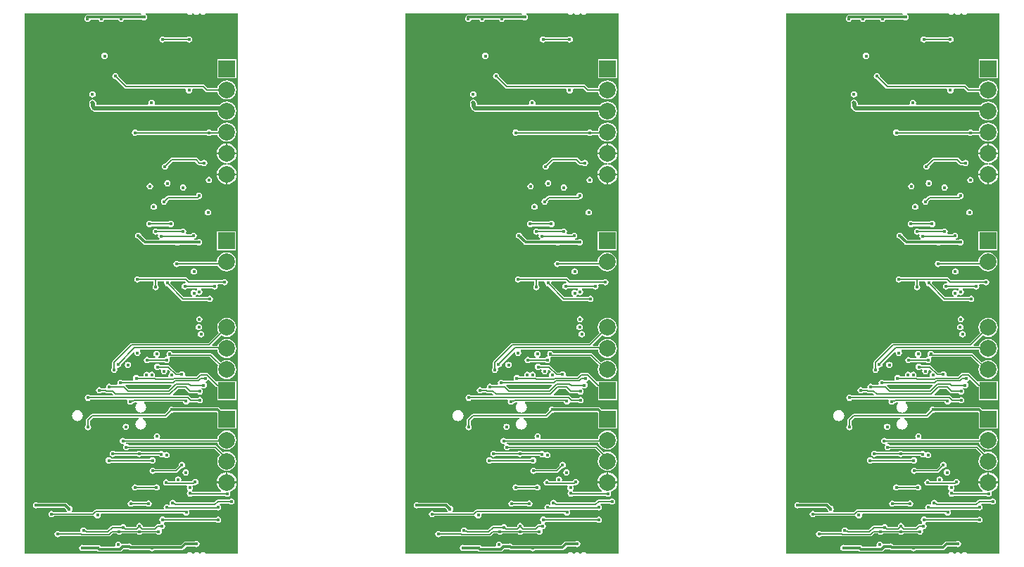
<source format=gbl>
G04*
G04 #@! TF.GenerationSoftware,Altium Limited,Altium NEXUS,2.0.14 (187)*
G04*
G04 Layer_Physical_Order=4*
G04 Layer_Color=16711680*
%FSLAX44Y44*%
%MOMM*%
G71*
G01*
G75*
%ADD10C,0.5000*%
%ADD56C,0.2000*%
%ADD57C,0.1500*%
%ADD58C,0.3000*%
%ADD61R,2.0000X2.0000*%
%ADD62C,2.0000*%
%ADD63C,0.4500*%
%ADD64C,0.5000*%
G36*
X1357000Y102500D02*
X1318140D01*
X1317884Y102884D01*
X1316561Y103768D01*
X1315000Y104078D01*
X1313439Y103768D01*
X1312116Y102884D01*
X1311860Y102500D01*
X1310141D01*
X1309884Y102884D01*
X1308561Y103768D01*
X1307000Y104079D01*
X1305439Y103768D01*
X1304116Y102884D01*
X1303860Y102500D01*
X1302141D01*
X1301884Y102884D01*
X1300561Y103768D01*
X1299000Y104079D01*
X1297439Y103768D01*
X1296116Y102884D01*
X1295860Y102500D01*
X1100000D01*
Y752500D01*
X1240297D01*
X1240936Y751230D01*
X1240809Y751059D01*
X1176000D01*
X1174829Y750826D01*
X1173837Y750163D01*
X1173174Y749171D01*
X1172990Y748245D01*
X1172468Y747463D01*
X1172177Y746000D01*
X1172468Y744537D01*
X1173296Y743296D01*
X1174537Y742468D01*
X1176000Y742177D01*
X1177463Y742468D01*
X1178704Y743296D01*
X1179532Y744537D01*
X1179613Y744941D01*
X1188887D01*
X1188968Y744537D01*
X1189796Y743296D01*
X1191037Y742468D01*
X1192500Y742177D01*
X1193963Y742468D01*
X1195204Y743296D01*
X1196032Y744537D01*
X1196113Y744941D01*
X1212887D01*
X1212968Y744537D01*
X1213796Y743296D01*
X1215037Y742468D01*
X1216500Y742177D01*
X1217963Y742468D01*
X1219204Y743296D01*
X1220032Y744537D01*
X1220113Y744941D01*
X1241828D01*
X1242537Y744468D01*
X1244000Y744177D01*
X1245463Y744468D01*
X1246704Y745296D01*
X1247532Y746537D01*
X1247823Y748000D01*
X1247532Y749463D01*
X1246704Y750704D01*
X1245916Y751230D01*
X1246301Y752500D01*
X1295860D01*
X1296116Y752116D01*
X1297439Y751232D01*
X1299000Y750922D01*
X1300561Y751232D01*
X1301884Y752116D01*
X1302140Y752500D01*
X1303860D01*
X1304116Y752116D01*
X1305439Y751232D01*
X1307000Y750922D01*
X1308561Y751232D01*
X1309884Y752116D01*
X1310140Y752500D01*
X1311860D01*
X1312116Y752116D01*
X1313439Y751232D01*
X1315000Y750922D01*
X1316561Y751232D01*
X1317884Y752116D01*
X1318140Y752500D01*
X1357000D01*
Y102500D01*
D02*
G37*
G36*
X899000D02*
X860140D01*
X859884Y102884D01*
X858561Y103768D01*
X857000Y104078D01*
X855439Y103768D01*
X854116Y102884D01*
X853860Y102500D01*
X852141D01*
X851884Y102884D01*
X850561Y103768D01*
X849000Y104079D01*
X847439Y103768D01*
X846116Y102884D01*
X845860Y102500D01*
X844140D01*
X843884Y102884D01*
X842561Y103768D01*
X841000Y104079D01*
X839439Y103768D01*
X838116Y102884D01*
X837859Y102500D01*
X642000D01*
Y752500D01*
X782297D01*
X782936Y751230D01*
X782809Y751059D01*
X718000D01*
X716830Y750826D01*
X715837Y750163D01*
X715174Y749171D01*
X714990Y748245D01*
X714468Y747463D01*
X714177Y746000D01*
X714468Y744537D01*
X715296Y743296D01*
X716537Y742468D01*
X718000Y742177D01*
X719463Y742468D01*
X720704Y743296D01*
X721532Y744537D01*
X721613Y744941D01*
X730887D01*
X730968Y744537D01*
X731796Y743296D01*
X733037Y742468D01*
X734500Y742177D01*
X735963Y742468D01*
X737204Y743296D01*
X738032Y744537D01*
X738113Y744941D01*
X754887D01*
X754968Y744537D01*
X755796Y743296D01*
X757037Y742468D01*
X758500Y742177D01*
X759963Y742468D01*
X761204Y743296D01*
X762032Y744537D01*
X762113Y744941D01*
X783828D01*
X784537Y744468D01*
X786000Y744177D01*
X787463Y744468D01*
X788704Y745296D01*
X789532Y746537D01*
X789823Y748000D01*
X789532Y749463D01*
X788704Y750704D01*
X787916Y751230D01*
X788301Y752500D01*
X837860D01*
X838116Y752116D01*
X839439Y751232D01*
X841000Y750922D01*
X842561Y751232D01*
X843884Y752116D01*
X844140Y752500D01*
X845860D01*
X846116Y752116D01*
X847439Y751232D01*
X849000Y750922D01*
X850561Y751232D01*
X851884Y752116D01*
X852140Y752500D01*
X853860D01*
X854116Y752116D01*
X855439Y751232D01*
X857000Y750922D01*
X858561Y751232D01*
X859884Y752116D01*
X860140Y752500D01*
X899000D01*
Y102500D01*
D02*
G37*
G36*
X441000D02*
X402140D01*
X401884Y102884D01*
X400561Y103768D01*
X399000Y104078D01*
X397439Y103768D01*
X396116Y102884D01*
X395860Y102500D01*
X394141D01*
X393884Y102884D01*
X392561Y103768D01*
X391000Y104079D01*
X389439Y103768D01*
X388116Y102884D01*
X387859Y102500D01*
X386141D01*
X385884Y102884D01*
X384561Y103768D01*
X383000Y104079D01*
X381439Y103768D01*
X380116Y102884D01*
X379860Y102500D01*
X184000D01*
Y752500D01*
X324297D01*
X324936Y751230D01*
X324809Y751059D01*
X260000D01*
X258829Y750826D01*
X257837Y750163D01*
X257174Y749171D01*
X256990Y748245D01*
X256468Y747463D01*
X256177Y746000D01*
X256468Y744537D01*
X257296Y743296D01*
X258537Y742468D01*
X260000Y742177D01*
X261463Y742468D01*
X262704Y743296D01*
X263532Y744537D01*
X263613Y744941D01*
X272887D01*
X272968Y744537D01*
X273796Y743296D01*
X275037Y742468D01*
X276500Y742177D01*
X277963Y742468D01*
X279204Y743296D01*
X280032Y744537D01*
X280113Y744941D01*
X296887D01*
X296968Y744537D01*
X297796Y743296D01*
X299037Y742468D01*
X300500Y742177D01*
X301963Y742468D01*
X303204Y743296D01*
X304032Y744537D01*
X304113Y744941D01*
X325828D01*
X326537Y744468D01*
X328000Y744177D01*
X329463Y744468D01*
X330704Y745296D01*
X331532Y746537D01*
X331823Y748000D01*
X331532Y749463D01*
X330704Y750704D01*
X329916Y751230D01*
X330301Y752500D01*
X379860D01*
X380116Y752116D01*
X381439Y751232D01*
X383000Y750922D01*
X384561Y751232D01*
X385884Y752116D01*
X386140Y752500D01*
X387860D01*
X388116Y752116D01*
X389439Y751232D01*
X391000Y750922D01*
X392561Y751232D01*
X393884Y752116D01*
X394140Y752500D01*
X395860D01*
X396116Y752116D01*
X397439Y751232D01*
X399000Y750922D01*
X400561Y751232D01*
X401884Y752116D01*
X402140Y752500D01*
X441000D01*
Y102500D01*
D02*
G37*
%LPC*%
G36*
X1298000Y724823D02*
X1296537Y724532D01*
X1295296Y723704D01*
X1295193Y723549D01*
X1268807D01*
X1268704Y723704D01*
X1267463Y724532D01*
X1266000Y724823D01*
X1264537Y724532D01*
X1263296Y723704D01*
X1262468Y722463D01*
X1262177Y721000D01*
X1262468Y719537D01*
X1263296Y718296D01*
X1264537Y717468D01*
X1266000Y717177D01*
X1267463Y717468D01*
X1268704Y718296D01*
X1268807Y718451D01*
X1295193D01*
X1295296Y718296D01*
X1296537Y717468D01*
X1298000Y717177D01*
X1299463Y717468D01*
X1300704Y718296D01*
X1301532Y719537D01*
X1301823Y721000D01*
X1301532Y722463D01*
X1300704Y723704D01*
X1299463Y724532D01*
X1298000Y724823D01*
D02*
G37*
G36*
X1196500Y705073D02*
X1195037Y704782D01*
X1193796Y703954D01*
X1192968Y702713D01*
X1192677Y701250D01*
X1192968Y699787D01*
X1193796Y698546D01*
X1195037Y697718D01*
X1196500Y697427D01*
X1197963Y697718D01*
X1199204Y698546D01*
X1200032Y699787D01*
X1200323Y701250D01*
X1200032Y702713D01*
X1199204Y703954D01*
X1197963Y704782D01*
X1196500Y705073D01*
D02*
G37*
G36*
X1355000Y697400D02*
X1332000D01*
Y674400D01*
X1355000D01*
Y697400D01*
D02*
G37*
G36*
X1182000Y658823D02*
X1180537Y658532D01*
X1179296Y657704D01*
X1178468Y656463D01*
X1178177Y655000D01*
X1178468Y653537D01*
X1179296Y652296D01*
X1180537Y651468D01*
X1182000Y651177D01*
X1183463Y651468D01*
X1184704Y652296D01*
X1185532Y653537D01*
X1185823Y655000D01*
X1185532Y656463D01*
X1184704Y657704D01*
X1183463Y658532D01*
X1182000Y658823D01*
D02*
G37*
G36*
X1209500Y680823D02*
X1208037Y680532D01*
X1206796Y679704D01*
X1205968Y678463D01*
X1205677Y677000D01*
X1205968Y675537D01*
X1206796Y674296D01*
X1208037Y673468D01*
X1209500Y673177D01*
X1209682Y673213D01*
X1220198Y662698D01*
X1221024Y662145D01*
X1222000Y661951D01*
X1268816D01*
X1269792Y662145D01*
X1269875Y662201D01*
X1293549D01*
X1294362Y660931D01*
X1294177Y660000D01*
X1294468Y658537D01*
X1295296Y657296D01*
X1296537Y656468D01*
X1298000Y656177D01*
X1299463Y656468D01*
X1300704Y657296D01*
X1301532Y658537D01*
X1301823Y660000D01*
X1301638Y660931D01*
X1302451Y662201D01*
X1314150D01*
X1317653Y658698D01*
X1318480Y658145D01*
X1319456Y657951D01*
X1332236D01*
X1332296Y657498D01*
X1333455Y654700D01*
X1335298Y652298D01*
X1337700Y650455D01*
X1340498Y649296D01*
X1343500Y648901D01*
X1346502Y649296D01*
X1349300Y650455D01*
X1351702Y652298D01*
X1353545Y654700D01*
X1354704Y657498D01*
X1355099Y660500D01*
X1354704Y663502D01*
X1353545Y666300D01*
X1351702Y668702D01*
X1349300Y670545D01*
X1346502Y671704D01*
X1343500Y672099D01*
X1340498Y671704D01*
X1337700Y670545D01*
X1335298Y668702D01*
X1333455Y666300D01*
X1332296Y663502D01*
X1332236Y663049D01*
X1320512D01*
X1317008Y666552D01*
X1316181Y667105D01*
X1315206Y667299D01*
X1269066D01*
X1268091Y667105D01*
X1268007Y667049D01*
X1223056D01*
X1213287Y676818D01*
X1213323Y677000D01*
X1213032Y678463D01*
X1212204Y679704D01*
X1210963Y680532D01*
X1209500Y680823D01*
D02*
G37*
G36*
X1182000Y649078D02*
X1180439Y648768D01*
X1179116Y647884D01*
X1178232Y646561D01*
X1177922Y645000D01*
X1178232Y643439D01*
X1178400Y643188D01*
Y640522D01*
X1178400Y640522D01*
X1178710Y638961D01*
X1179594Y637638D01*
X1179595Y637638D01*
X1181616Y635616D01*
X1182939Y634732D01*
X1184500Y634422D01*
X1184500Y634422D01*
X1308268D01*
X1309500Y634177D01*
X1310732Y634422D01*
X1331990D01*
X1332296Y632098D01*
X1333455Y629300D01*
X1335298Y626898D01*
X1337700Y625055D01*
X1340498Y623896D01*
X1343500Y623501D01*
X1346502Y623896D01*
X1349300Y625055D01*
X1351702Y626898D01*
X1353545Y629300D01*
X1354704Y632098D01*
X1355099Y635100D01*
X1354704Y638102D01*
X1353545Y640900D01*
X1351702Y643302D01*
X1349300Y645145D01*
X1346502Y646304D01*
X1343500Y646699D01*
X1340498Y646304D01*
X1337700Y645145D01*
X1335298Y643302D01*
X1334743Y642578D01*
X1257303D01*
X1256594Y643848D01*
X1256823Y645000D01*
X1256532Y646463D01*
X1255704Y647704D01*
X1254463Y648532D01*
X1253000Y648823D01*
X1251537Y648532D01*
X1250296Y647704D01*
X1249468Y646463D01*
X1249177Y645000D01*
X1249406Y643848D01*
X1248697Y642578D01*
X1186557D01*
Y644521D01*
X1186557Y644522D01*
X1186246Y646082D01*
X1185362Y647405D01*
X1184884Y647884D01*
X1183561Y648768D01*
X1182000Y649078D01*
D02*
G37*
G36*
X1343500Y621299D02*
X1340498Y620904D01*
X1337700Y619745D01*
X1335298Y617902D01*
X1333455Y615500D01*
X1332296Y612702D01*
X1332144Y611549D01*
X1324807D01*
X1324704Y611704D01*
X1323463Y612532D01*
X1322000Y612823D01*
X1320537Y612532D01*
X1319296Y611704D01*
X1319193Y611549D01*
X1235807D01*
X1235704Y611704D01*
X1234463Y612532D01*
X1233000Y612823D01*
X1231537Y612532D01*
X1230296Y611704D01*
X1229468Y610463D01*
X1229177Y609000D01*
X1229468Y607537D01*
X1230296Y606296D01*
X1231537Y605468D01*
X1233000Y605177D01*
X1234463Y605468D01*
X1235704Y606296D01*
X1235807Y606451D01*
X1319193D01*
X1319296Y606296D01*
X1320537Y605468D01*
X1322000Y605177D01*
X1323463Y605468D01*
X1324704Y606296D01*
X1324807Y606451D01*
X1332398D01*
X1333455Y603900D01*
X1335298Y601498D01*
X1337700Y599655D01*
X1340498Y598496D01*
X1343500Y598101D01*
X1346502Y598496D01*
X1349300Y599655D01*
X1351702Y601498D01*
X1353545Y603900D01*
X1354704Y606698D01*
X1355099Y609700D01*
X1354704Y612702D01*
X1353545Y615500D01*
X1351702Y617902D01*
X1349300Y619745D01*
X1346502Y620904D01*
X1343500Y621299D01*
D02*
G37*
G36*
X1344500Y596272D02*
Y585300D01*
X1355472D01*
X1355191Y587433D01*
X1353982Y590352D01*
X1352059Y592859D01*
X1349552Y594782D01*
X1346633Y595991D01*
X1344500Y596272D01*
D02*
G37*
G36*
X1342500Y596272D02*
X1340367Y595991D01*
X1337448Y594782D01*
X1334942Y592859D01*
X1333018Y590352D01*
X1331809Y587433D01*
X1331528Y585300D01*
X1342500D01*
Y596272D01*
D02*
G37*
G36*
X1306500Y579049D02*
X1277450D01*
X1276475Y578855D01*
X1275648Y578302D01*
X1269383Y572037D01*
X1269201Y572074D01*
X1267737Y571782D01*
X1266497Y570954D01*
X1265668Y569713D01*
X1265377Y568250D01*
X1265668Y566787D01*
X1266497Y565546D01*
X1267737Y564718D01*
X1269201Y564427D01*
X1270664Y564718D01*
X1271904Y565546D01*
X1272733Y566787D01*
X1273024Y568250D01*
X1272988Y568432D01*
X1278506Y573951D01*
X1305444D01*
X1308698Y570698D01*
X1309525Y570145D01*
X1310500Y569951D01*
X1313443D01*
X1313546Y569796D01*
X1314787Y568968D01*
X1316250Y568677D01*
X1317713Y568968D01*
X1318954Y569796D01*
X1319782Y571037D01*
X1320073Y572500D01*
X1319782Y573963D01*
X1318954Y575204D01*
X1317713Y576032D01*
X1316250Y576323D01*
X1314787Y576032D01*
X1313546Y575204D01*
X1313443Y575049D01*
X1311556D01*
X1308302Y578302D01*
X1307475Y578855D01*
X1306500Y579049D01*
D02*
G37*
G36*
X1355472Y583300D02*
X1331528D01*
X1331809Y581167D01*
X1333018Y578248D01*
X1334942Y575742D01*
X1337448Y573818D01*
X1340367Y572609D01*
X1342596Y572315D01*
X1343165Y572240D01*
Y570960D01*
X1342596Y570885D01*
X1340367Y570591D01*
X1337448Y569382D01*
X1334942Y567458D01*
X1333018Y564952D01*
X1331809Y562033D01*
X1331528Y559900D01*
X1355472D01*
X1355191Y562033D01*
X1353982Y564952D01*
X1352059Y567458D01*
X1349552Y569382D01*
X1346633Y570591D01*
X1344404Y570885D01*
X1343835Y570960D01*
Y572240D01*
X1344404Y572315D01*
X1346633Y572609D01*
X1349552Y573818D01*
X1352059Y575742D01*
X1353982Y578248D01*
X1355191Y581167D01*
X1355472Y583300D01*
D02*
G37*
G36*
X1322000Y555823D02*
X1320537Y555532D01*
X1319296Y554704D01*
X1318468Y553463D01*
X1318177Y552000D01*
X1318468Y550537D01*
X1319296Y549296D01*
X1320537Y548468D01*
X1322000Y548177D01*
X1323463Y548468D01*
X1324704Y549296D01*
X1325532Y550537D01*
X1325823Y552000D01*
X1325532Y553463D01*
X1324704Y554704D01*
X1323463Y555532D01*
X1322000Y555823D01*
D02*
G37*
G36*
X1355472Y557900D02*
X1344500D01*
Y546928D01*
X1346633Y547209D01*
X1349552Y548418D01*
X1352059Y550341D01*
X1353982Y552848D01*
X1355191Y555767D01*
X1355472Y557900D01*
D02*
G37*
G36*
X1342500D02*
X1331528D01*
X1331809Y555767D01*
X1333018Y552848D01*
X1334942Y550341D01*
X1337448Y548418D01*
X1340367Y547209D01*
X1342500Y546928D01*
Y557900D01*
D02*
G37*
G36*
X1272000Y551823D02*
X1270537Y551532D01*
X1269296Y550704D01*
X1268468Y549463D01*
X1268177Y548000D01*
X1268468Y546537D01*
X1269296Y545296D01*
X1270537Y544468D01*
X1272000Y544177D01*
X1273463Y544468D01*
X1274704Y545296D01*
X1275532Y546537D01*
X1275823Y548000D01*
X1275532Y549463D01*
X1274704Y550704D01*
X1273463Y551532D01*
X1272000Y551823D01*
D02*
G37*
G36*
X1251000Y548323D02*
X1249537Y548032D01*
X1248296Y547204D01*
X1247468Y545963D01*
X1247177Y544500D01*
X1247468Y543037D01*
X1248296Y541796D01*
X1249537Y540968D01*
X1251000Y540677D01*
X1252463Y540968D01*
X1253704Y541796D01*
X1254532Y543037D01*
X1254823Y544500D01*
X1254532Y545963D01*
X1253704Y547204D01*
X1252463Y548032D01*
X1251000Y548323D01*
D02*
G37*
G36*
X1291000Y546823D02*
X1289537Y546532D01*
X1288296Y545704D01*
X1287468Y544463D01*
X1287177Y543000D01*
X1287468Y541537D01*
X1288296Y540296D01*
X1289537Y539468D01*
X1291000Y539177D01*
X1292463Y539468D01*
X1293704Y540296D01*
X1294532Y541537D01*
X1294823Y543000D01*
X1294532Y544463D01*
X1293704Y545704D01*
X1292463Y546532D01*
X1291000Y546823D01*
D02*
G37*
G36*
X1310000Y536823D02*
X1308537Y536532D01*
X1307296Y535704D01*
X1306468Y534463D01*
X1306286Y533549D01*
X1273000D01*
X1272025Y533355D01*
X1271198Y532802D01*
X1268182Y529787D01*
X1268000Y529823D01*
X1266537Y529532D01*
X1265296Y528704D01*
X1264468Y527463D01*
X1264177Y526000D01*
X1264468Y524537D01*
X1265296Y523296D01*
X1266537Y522468D01*
X1268000Y522177D01*
X1269463Y522468D01*
X1270704Y523296D01*
X1271532Y524537D01*
X1271823Y526000D01*
X1271787Y526182D01*
X1274056Y528451D01*
X1308828D01*
X1309804Y528645D01*
X1310631Y529198D01*
X1310761Y529328D01*
X1311463Y529468D01*
X1312704Y530296D01*
X1313532Y531537D01*
X1313823Y533000D01*
X1313532Y534463D01*
X1312704Y535704D01*
X1311463Y536532D01*
X1310000Y536823D01*
D02*
G37*
G36*
X1255625Y523699D02*
X1254162Y523408D01*
X1252921Y522579D01*
X1252093Y521338D01*
X1251802Y519875D01*
X1252093Y518412D01*
X1252921Y517172D01*
X1254162Y516343D01*
X1255625Y516052D01*
X1257088Y516343D01*
X1258329Y517172D01*
X1259157Y518412D01*
X1259448Y519875D01*
X1259157Y521338D01*
X1258329Y522579D01*
X1257088Y523408D01*
X1255625Y523699D01*
D02*
G37*
G36*
X1321000Y516824D02*
X1319537Y516532D01*
X1318296Y515704D01*
X1317468Y514463D01*
X1317177Y513000D01*
X1317468Y511537D01*
X1318296Y510296D01*
X1319537Y509468D01*
X1321000Y509177D01*
X1322463Y509468D01*
X1323704Y510296D01*
X1324532Y511537D01*
X1324823Y513000D01*
X1324532Y514463D01*
X1323704Y515704D01*
X1322463Y516532D01*
X1321000Y516824D01*
D02*
G37*
G36*
X1276000Y502823D02*
X1274537Y502532D01*
X1273296Y501704D01*
X1273193Y501549D01*
X1253307D01*
X1253204Y501704D01*
X1251963Y502532D01*
X1250500Y502823D01*
X1249037Y502532D01*
X1247796Y501704D01*
X1246968Y500463D01*
X1246677Y499000D01*
X1246968Y497537D01*
X1247796Y496296D01*
X1249037Y495468D01*
X1250500Y495177D01*
X1251963Y495468D01*
X1253204Y496296D01*
X1253307Y496451D01*
X1273193D01*
X1273296Y496296D01*
X1274537Y495468D01*
X1276000Y495177D01*
X1277463Y495468D01*
X1278704Y496296D01*
X1279532Y497537D01*
X1279823Y499000D01*
X1279532Y500463D01*
X1278704Y501704D01*
X1277463Y502532D01*
X1276000Y502823D01*
D02*
G37*
G36*
X1291000Y493823D02*
X1289537Y493532D01*
X1288296Y492704D01*
X1288193Y492549D01*
X1260807D01*
X1260704Y492704D01*
X1259463Y493532D01*
X1258000Y493823D01*
X1256537Y493532D01*
X1255296Y492704D01*
X1254468Y491463D01*
X1254177Y490000D01*
X1254468Y488537D01*
X1255296Y487296D01*
X1256537Y486468D01*
X1258000Y486177D01*
X1259463Y486468D01*
X1260031Y486847D01*
X1260915Y486013D01*
X1260964Y485943D01*
X1260677Y484500D01*
X1260968Y483037D01*
X1261796Y481796D01*
X1262496Y481329D01*
X1262111Y480059D01*
X1246267D01*
X1240699Y485627D01*
X1240532Y486463D01*
X1239704Y487704D01*
X1238463Y488532D01*
X1237000Y488823D01*
X1235537Y488532D01*
X1234296Y487704D01*
X1233468Y486463D01*
X1233177Y485000D01*
X1233468Y483537D01*
X1234296Y482296D01*
X1235537Y481468D01*
X1236373Y481301D01*
X1242837Y474837D01*
X1243829Y474174D01*
X1245000Y473941D01*
X1245000Y473941D01*
X1281828D01*
X1282537Y473468D01*
X1284000Y473177D01*
X1285463Y473468D01*
X1286172Y473941D01*
X1307828D01*
X1308537Y473468D01*
X1310000Y473177D01*
X1311463Y473468D01*
X1312704Y474296D01*
X1313532Y475537D01*
X1313823Y477000D01*
X1313532Y478463D01*
X1312704Y479704D01*
X1311463Y480532D01*
X1310000Y480823D01*
X1308537Y480532D01*
X1307828Y480059D01*
X1304390D01*
X1304265Y481329D01*
X1304963Y481468D01*
X1306204Y482296D01*
X1307032Y483537D01*
X1307323Y485000D01*
X1307032Y486463D01*
X1306204Y487704D01*
X1304963Y488532D01*
X1303500Y488823D01*
X1302037Y488532D01*
X1300796Y487704D01*
X1300189Y486794D01*
X1294895D01*
X1294216Y488064D01*
X1294532Y488537D01*
X1294823Y490000D01*
X1294532Y491463D01*
X1293704Y492704D01*
X1292463Y493532D01*
X1291000Y493823D01*
D02*
G37*
G36*
X1354500Y490400D02*
X1331500D01*
Y467400D01*
X1354500D01*
Y490400D01*
D02*
G37*
G36*
X1343000Y465099D02*
X1339998Y464704D01*
X1337200Y463545D01*
X1334798Y461702D01*
X1332955Y459300D01*
X1331796Y456502D01*
X1331407Y453549D01*
X1285807D01*
X1285704Y453704D01*
X1284463Y454532D01*
X1283000Y454823D01*
X1281537Y454532D01*
X1280296Y453704D01*
X1279468Y452463D01*
X1279177Y451000D01*
X1279468Y449537D01*
X1280296Y448296D01*
X1281537Y447468D01*
X1283000Y447177D01*
X1284463Y447468D01*
X1285704Y448296D01*
X1285807Y448451D01*
X1332644D01*
X1332955Y447700D01*
X1334798Y445298D01*
X1337200Y443455D01*
X1339998Y442296D01*
X1343000Y441901D01*
X1346002Y442296D01*
X1348800Y443455D01*
X1351202Y445298D01*
X1353045Y447700D01*
X1354204Y450498D01*
X1354599Y453500D01*
X1354204Y456502D01*
X1353045Y459300D01*
X1351202Y461702D01*
X1348800Y463545D01*
X1346002Y464704D01*
X1343000Y465099D01*
D02*
G37*
G36*
X1304000Y445823D02*
X1302537Y445532D01*
X1301296Y444704D01*
X1300468Y443463D01*
X1300177Y442000D01*
X1300468Y440537D01*
X1301296Y439296D01*
X1302537Y438468D01*
X1304000Y438177D01*
X1305463Y438468D01*
X1306704Y439296D01*
X1307532Y440537D01*
X1307823Y442000D01*
X1307532Y443463D01*
X1306704Y444704D01*
X1305463Y445532D01*
X1304000Y445823D01*
D02*
G37*
G36*
X1236000Y436323D02*
X1234537Y436032D01*
X1233296Y435204D01*
X1232468Y433963D01*
X1232177Y432500D01*
X1232468Y431037D01*
X1233296Y429796D01*
X1234537Y428968D01*
X1236000Y428677D01*
X1237463Y428968D01*
X1238704Y429796D01*
X1238807Y429951D01*
X1255451D01*
Y425807D01*
X1255296Y425704D01*
X1254468Y424463D01*
X1254177Y423000D01*
X1254468Y421537D01*
X1255296Y420296D01*
X1256537Y419468D01*
X1258000Y419177D01*
X1259463Y419468D01*
X1260704Y420296D01*
X1261532Y421537D01*
X1261823Y423000D01*
X1261532Y424463D01*
X1260704Y425704D01*
X1260549Y425807D01*
Y430201D01*
X1267550D01*
X1268362Y428931D01*
X1268177Y428000D01*
X1268468Y426537D01*
X1269296Y425296D01*
X1270537Y424468D01*
X1272000Y424177D01*
X1272182Y424213D01*
X1289198Y407198D01*
X1290025Y406645D01*
X1291000Y406451D01*
X1320193D01*
X1320296Y406296D01*
X1321537Y405468D01*
X1323000Y405177D01*
X1324463Y405468D01*
X1325704Y406296D01*
X1326532Y407537D01*
X1326823Y409000D01*
X1326532Y410463D01*
X1325704Y411704D01*
X1324463Y412532D01*
X1323000Y412823D01*
X1321537Y412532D01*
X1320296Y411704D01*
X1320193Y411549D01*
X1306375D01*
X1305990Y412819D01*
X1306704Y413296D01*
X1306936Y413643D01*
X1307639Y414478D01*
X1308563Y413967D01*
X1308937Y413718D01*
X1310400Y413427D01*
X1311863Y413718D01*
X1313104Y414546D01*
X1313932Y415787D01*
X1314223Y417250D01*
X1313932Y418713D01*
X1313104Y419954D01*
X1312763Y420181D01*
X1313148Y421451D01*
X1326193D01*
X1326296Y421296D01*
X1327537Y420468D01*
X1329000Y420177D01*
X1330463Y420468D01*
X1331704Y421296D01*
X1332532Y422537D01*
X1332823Y424000D01*
X1332589Y425181D01*
X1333284Y426451D01*
X1338193D01*
X1338296Y426296D01*
X1339537Y425468D01*
X1341000Y425177D01*
X1342463Y425468D01*
X1343704Y426296D01*
X1344532Y427537D01*
X1344823Y429000D01*
X1344532Y430463D01*
X1343704Y431704D01*
X1342463Y432532D01*
X1341000Y432823D01*
X1339537Y432532D01*
X1338296Y431704D01*
X1338193Y431549D01*
X1298773D01*
X1295769Y434552D01*
X1294942Y435105D01*
X1293967Y435299D01*
X1258250D01*
X1257274Y435105D01*
X1257191Y435049D01*
X1238807D01*
X1238704Y435204D01*
X1237463Y436032D01*
X1236000Y436323D01*
D02*
G37*
G36*
X1310500Y388323D02*
X1309037Y388032D01*
X1307796Y387204D01*
X1306968Y385963D01*
X1306677Y384500D01*
X1306968Y383037D01*
X1307796Y381796D01*
X1309037Y380968D01*
X1310500Y380677D01*
X1311963Y380968D01*
X1313204Y381796D01*
X1314032Y383037D01*
X1314323Y384500D01*
X1314032Y385963D01*
X1313204Y387204D01*
X1311963Y388032D01*
X1310500Y388323D01*
D02*
G37*
G36*
X1309900Y378823D02*
X1308437Y378532D01*
X1307197Y377704D01*
X1306368Y376463D01*
X1306077Y375000D01*
X1306368Y373537D01*
X1307197Y372296D01*
X1308437Y371468D01*
X1309900Y371176D01*
X1311363Y371468D01*
X1312604Y372296D01*
X1313432Y373537D01*
X1313723Y375000D01*
X1313432Y376463D01*
X1312604Y377704D01*
X1311363Y378532D01*
X1309900Y378823D01*
D02*
G37*
G36*
X1343500Y386199D02*
X1340498Y385804D01*
X1337700Y384645D01*
X1335298Y382802D01*
X1333455Y380400D01*
X1332296Y377602D01*
X1331901Y374600D01*
X1332296Y371598D01*
X1333455Y368800D01*
X1333889Y368234D01*
X1321450Y355794D01*
X1229000D01*
X1229000Y355794D01*
X1228122Y355619D01*
X1227378Y355122D01*
X1206378Y334122D01*
X1205881Y333378D01*
X1205706Y332500D01*
Y326522D01*
X1205328Y326269D01*
X1204499Y325028D01*
X1204208Y323565D01*
X1204499Y322102D01*
X1205328Y320862D01*
X1206568Y320033D01*
X1208031Y319742D01*
X1209494Y320033D01*
X1210735Y320862D01*
X1211564Y322102D01*
X1211855Y323565D01*
X1211564Y325028D01*
X1211533Y325074D01*
X1212297Y326217D01*
X1212500Y326177D01*
X1213963Y326468D01*
X1215204Y327296D01*
X1216032Y328537D01*
X1216323Y330000D01*
X1216227Y330483D01*
X1231164Y345420D01*
X1232335Y344794D01*
X1232177Y344000D01*
X1232468Y342537D01*
X1233296Y341296D01*
X1234537Y340468D01*
X1236000Y340177D01*
X1237463Y340468D01*
X1238704Y341296D01*
X1239532Y342537D01*
X1239823Y344000D01*
X1239532Y345463D01*
X1238882Y346436D01*
X1239205Y347381D01*
X1239445Y347706D01*
X1332097D01*
X1332296Y346198D01*
X1333455Y343400D01*
X1335298Y340998D01*
X1337700Y339155D01*
X1340498Y337996D01*
X1343500Y337601D01*
X1346502Y337996D01*
X1349300Y339155D01*
X1351702Y340998D01*
X1353545Y343400D01*
X1354704Y346198D01*
X1355099Y349200D01*
X1354704Y352202D01*
X1353545Y355000D01*
X1351702Y357402D01*
X1349300Y359245D01*
X1346502Y360404D01*
X1343500Y360799D01*
X1340498Y360404D01*
X1337700Y359245D01*
X1335298Y357402D01*
X1333455Y355000D01*
X1332334Y352294D01*
X1326098D01*
X1325612Y353467D01*
X1337134Y364990D01*
X1337700Y364555D01*
X1340498Y363396D01*
X1343500Y363001D01*
X1346502Y363396D01*
X1349300Y364555D01*
X1351702Y366398D01*
X1353545Y368800D01*
X1354704Y371598D01*
X1355099Y374600D01*
X1354704Y377602D01*
X1353545Y380400D01*
X1351702Y382802D01*
X1349300Y384645D01*
X1346502Y385804D01*
X1343500Y386199D01*
D02*
G37*
G36*
X1312500Y370323D02*
X1311037Y370032D01*
X1309796Y369204D01*
X1308968Y367963D01*
X1308677Y366500D01*
X1308968Y365037D01*
X1309796Y363796D01*
X1311037Y362968D01*
X1312500Y362677D01*
X1313963Y362968D01*
X1315204Y363796D01*
X1316032Y365037D01*
X1316323Y366500D01*
X1316032Y367963D01*
X1315204Y369204D01*
X1313963Y370032D01*
X1312500Y370323D01*
D02*
G37*
G36*
X1274497Y346381D02*
X1273034Y346090D01*
X1271794Y345261D01*
X1270965Y344021D01*
X1270674Y342557D01*
X1270965Y341094D01*
X1271337Y340537D01*
X1271329Y340431D01*
X1270694Y339213D01*
X1269787Y339032D01*
X1268546Y338204D01*
X1268365Y337932D01*
X1261215D01*
X1260902Y339202D01*
X1261853Y339837D01*
X1262682Y341078D01*
X1262972Y342541D01*
X1262682Y344004D01*
X1261853Y345244D01*
X1260612Y346073D01*
X1259149Y346364D01*
X1257686Y346073D01*
X1256445Y345244D01*
X1255617Y344004D01*
X1255326Y342541D01*
X1255617Y341078D01*
X1256445Y339837D01*
X1257396Y339202D01*
X1257083Y337932D01*
X1250245D01*
X1250220Y337970D01*
X1248979Y338799D01*
X1247516Y339090D01*
X1246053Y338799D01*
X1244813Y337970D01*
X1243984Y336729D01*
X1243693Y335266D01*
X1243984Y333803D01*
X1244813Y332563D01*
X1246053Y331734D01*
X1247516Y331443D01*
X1248979Y331734D01*
X1250220Y332563D01*
X1250401Y332834D01*
X1268521D01*
X1268546Y332796D01*
X1269787Y331968D01*
X1271250Y331677D01*
X1272713Y331968D01*
X1273954Y332796D01*
X1274782Y334037D01*
X1275073Y335500D01*
X1274782Y336963D01*
X1274410Y337520D01*
X1274418Y337626D01*
X1275053Y338845D01*
X1275960Y339025D01*
X1276231Y339206D01*
X1323050D01*
X1333221Y329035D01*
X1332296Y326802D01*
X1331901Y323800D01*
X1332296Y320798D01*
X1333455Y318000D01*
X1335298Y315598D01*
X1337700Y313755D01*
X1340498Y312596D01*
X1343500Y312201D01*
X1346502Y312596D01*
X1349300Y313755D01*
X1351702Y315598D01*
X1353545Y318000D01*
X1354704Y320798D01*
X1355099Y323800D01*
X1354704Y326802D01*
X1353545Y329600D01*
X1351702Y332002D01*
X1349300Y333845D01*
X1346502Y335004D01*
X1343500Y335399D01*
X1340498Y335004D01*
X1337700Y333845D01*
X1336115Y332629D01*
X1325622Y343122D01*
X1324878Y343619D01*
X1324000Y343794D01*
X1324000Y343794D01*
X1278074D01*
X1278029Y344021D01*
X1277201Y345261D01*
X1275960Y346090D01*
X1274497Y346381D01*
D02*
G37*
G36*
X1224500Y333323D02*
X1223037Y333032D01*
X1221796Y332204D01*
X1220968Y330963D01*
X1220677Y329500D01*
X1220968Y328037D01*
X1221796Y326796D01*
X1223037Y325968D01*
X1224500Y325677D01*
X1225963Y325968D01*
X1227204Y326796D01*
X1228032Y328037D01*
X1228324Y329500D01*
X1228032Y330963D01*
X1227204Y332204D01*
X1225963Y333032D01*
X1224500Y333323D01*
D02*
G37*
G36*
X1260000Y330823D02*
X1258537Y330532D01*
X1257296Y329704D01*
X1256468Y328463D01*
X1256177Y327000D01*
X1256468Y325537D01*
X1257296Y324296D01*
X1258537Y323468D01*
X1260000Y323177D01*
X1261463Y323468D01*
X1262643Y324256D01*
X1262773Y324290D01*
X1263560Y324221D01*
X1263593Y324192D01*
X1264384Y323045D01*
X1264177Y322000D01*
X1264468Y320537D01*
X1265296Y319296D01*
X1266537Y318468D01*
X1268000Y318177D01*
X1269463Y318468D01*
X1270704Y319296D01*
X1271532Y320537D01*
X1271823Y322000D01*
X1271736Y322438D01*
X1272693Y323815D01*
X1272702Y323819D01*
X1273229Y323891D01*
X1275415Y321704D01*
X1275090Y320234D01*
X1274296Y319704D01*
X1273468Y318463D01*
X1273177Y317000D01*
X1273363Y316064D01*
X1272553Y314794D01*
X1258453D01*
X1257966Y315119D01*
X1257949Y315123D01*
X1257112Y315957D01*
X1257133Y316545D01*
X1257323Y317500D01*
X1257032Y318963D01*
X1256204Y320204D01*
X1254963Y321032D01*
X1253500Y321323D01*
X1252037Y321032D01*
X1251097Y320404D01*
X1250250Y320282D01*
X1249403Y320404D01*
X1248463Y321032D01*
X1247000Y321323D01*
X1245537Y321032D01*
X1244296Y320204D01*
X1243468Y318963D01*
X1243177Y317500D01*
X1243363Y316564D01*
X1242553Y315294D01*
X1237811D01*
X1237204Y316204D01*
X1235963Y317032D01*
X1234500Y317323D01*
X1233037Y317032D01*
X1231796Y316204D01*
X1230968Y314963D01*
X1230677Y313500D01*
X1230961Y312069D01*
X1231000Y311840D01*
X1230266Y310799D01*
X1218061D01*
X1216963Y311532D01*
X1215500Y311823D01*
X1214037Y311532D01*
X1212796Y310704D01*
X1211968Y309463D01*
X1211676Y308000D01*
X1211911Y306819D01*
X1211217Y305549D01*
X1204807D01*
X1204704Y305704D01*
X1203463Y306532D01*
X1202000Y306823D01*
X1200537Y306532D01*
X1199296Y305704D01*
X1198468Y304463D01*
X1198177Y303000D01*
X1198223Y302767D01*
X1198157Y302559D01*
X1197170Y301549D01*
X1192807D01*
X1192704Y301704D01*
X1191463Y302532D01*
X1190000Y302823D01*
X1188537Y302532D01*
X1187296Y301704D01*
X1186468Y300463D01*
X1186177Y299000D01*
X1186468Y297537D01*
X1187296Y296296D01*
X1188537Y295468D01*
X1190000Y295177D01*
X1191463Y295468D01*
X1192704Y296296D01*
X1192807Y296451D01*
X1196783D01*
X1196786Y296448D01*
X1197613Y295895D01*
X1198588Y295701D01*
X1204694D01*
X1206605Y293790D01*
X1206119Y292617D01*
X1179261D01*
X1179204Y292704D01*
X1177963Y293532D01*
X1176500Y293823D01*
X1175037Y293532D01*
X1173796Y292704D01*
X1172968Y291463D01*
X1172677Y290000D01*
X1172968Y288537D01*
X1173796Y287296D01*
X1175037Y286468D01*
X1176500Y286177D01*
X1177963Y286468D01*
X1179204Y287296D01*
X1179352Y287519D01*
X1222868D01*
X1223680Y286249D01*
X1223495Y285318D01*
X1223786Y283855D01*
X1224614Y282614D01*
X1225855Y281786D01*
X1227318Y281495D01*
X1228781Y281786D01*
X1230022Y282614D01*
X1230679Y283598D01*
X1231074D01*
X1231952Y283773D01*
X1232696Y284270D01*
X1232950Y284524D01*
X1235087D01*
X1235518Y283254D01*
X1235364Y283136D01*
X1234322Y281778D01*
X1233667Y280197D01*
X1233444Y278500D01*
X1233667Y276803D01*
X1234322Y275222D01*
X1235364Y273864D01*
X1236722Y272822D01*
X1238303Y272167D01*
X1240000Y271944D01*
X1241697Y272167D01*
X1243278Y272822D01*
X1244636Y273864D01*
X1245678Y275222D01*
X1246333Y276803D01*
X1246556Y278500D01*
X1246333Y280197D01*
X1245678Y281778D01*
X1244636Y283136D01*
X1243919Y283686D01*
X1244350Y284956D01*
X1290835D01*
X1290968Y284287D01*
X1291796Y283046D01*
X1293037Y282218D01*
X1294500Y281927D01*
X1295963Y282218D01*
X1297204Y283046D01*
X1297789Y283922D01*
X1298588Y284402D01*
X1299383Y284567D01*
X1299967Y284451D01*
X1308193D01*
X1308296Y284296D01*
X1309537Y283468D01*
X1311000Y283177D01*
X1312463Y283468D01*
X1313704Y284296D01*
X1314532Y285537D01*
X1314823Y287000D01*
X1314532Y288463D01*
X1313704Y289704D01*
X1312463Y290532D01*
X1311000Y290823D01*
X1309537Y290532D01*
X1308296Y289704D01*
X1308193Y289549D01*
X1301023D01*
X1298270Y292302D01*
X1297443Y292855D01*
X1296467Y293049D01*
X1279173D01*
X1278687Y294222D01*
X1284665Y300201D01*
X1293286D01*
X1297789Y295698D01*
X1298616Y295145D01*
X1299591Y294951D01*
X1308193D01*
X1308296Y294796D01*
X1309537Y293968D01*
X1311000Y293677D01*
X1312463Y293968D01*
X1313704Y294796D01*
X1314532Y296037D01*
X1314823Y297500D01*
X1314532Y298963D01*
X1313704Y300204D01*
X1312658Y300902D01*
X1312660Y301707D01*
X1312807Y302214D01*
X1313098Y302262D01*
X1314287Y301468D01*
X1315750Y301177D01*
X1317213Y301468D01*
X1318454Y302296D01*
X1319282Y303537D01*
X1319573Y305000D01*
X1319282Y306463D01*
X1318454Y307704D01*
X1318029Y307987D01*
X1318298Y309335D01*
X1318963Y309468D01*
X1320204Y310296D01*
X1320788Y311171D01*
X1322227Y311529D01*
X1330507Y303249D01*
X1331251Y302752D01*
X1332000Y302603D01*
Y286900D01*
X1355000D01*
Y309900D01*
X1332000D01*
Y309900D01*
X1330829Y309415D01*
X1321122Y319122D01*
X1320378Y319619D01*
X1319500Y319794D01*
X1311904D01*
X1311026Y319619D01*
X1310282Y319122D01*
X1306954Y315794D01*
X1293947D01*
X1293137Y317064D01*
X1293323Y318000D01*
X1293032Y319463D01*
X1292204Y320704D01*
X1290963Y321532D01*
X1289500Y321823D01*
X1288037Y321532D01*
X1286796Y320704D01*
X1286523Y320294D01*
X1283314D01*
X1274986Y328622D01*
X1274242Y329119D01*
X1273364Y329294D01*
X1273364Y329294D01*
X1262977D01*
X1262704Y329704D01*
X1261463Y330532D01*
X1260000Y330823D01*
D02*
G37*
G36*
X1163800Y274896D02*
X1162103Y274673D01*
X1160522Y274018D01*
X1159164Y272976D01*
X1158122Y271618D01*
X1157467Y270037D01*
X1157244Y268340D01*
X1157467Y266643D01*
X1158122Y265062D01*
X1159164Y263704D01*
X1160522Y262662D01*
X1162103Y262007D01*
X1163800Y261784D01*
X1165497Y262007D01*
X1167078Y262662D01*
X1168436Y263704D01*
X1169478Y265062D01*
X1170133Y266643D01*
X1170356Y268340D01*
X1170133Y270037D01*
X1169478Y271618D01*
X1168436Y272976D01*
X1167078Y274018D01*
X1165497Y274673D01*
X1163800Y274896D01*
D02*
G37*
G36*
X1277000Y279323D02*
X1275537Y279032D01*
X1274296Y278204D01*
X1273468Y276963D01*
X1273177Y275500D01*
X1273213Y275318D01*
X1268444Y270549D01*
X1181500D01*
X1180525Y270355D01*
X1179698Y269802D01*
X1174698Y264802D01*
X1174145Y263976D01*
X1173951Y263000D01*
Y257307D01*
X1173796Y257204D01*
X1172968Y255963D01*
X1172677Y254500D01*
X1172968Y253037D01*
X1173796Y251796D01*
X1175037Y250968D01*
X1176500Y250677D01*
X1177963Y250968D01*
X1179204Y251796D01*
X1180032Y253037D01*
X1180323Y254500D01*
X1180032Y255963D01*
X1179204Y257204D01*
X1179049Y257307D01*
Y261944D01*
X1182556Y265451D01*
X1237250D01*
X1237503Y264181D01*
X1236722Y263858D01*
X1235364Y262816D01*
X1234322Y261458D01*
X1233667Y259877D01*
X1233444Y258180D01*
X1233667Y256483D01*
X1234322Y254902D01*
X1235364Y253544D01*
X1236722Y252502D01*
X1238303Y251847D01*
X1240000Y251624D01*
X1241697Y251847D01*
X1243278Y252502D01*
X1244636Y253544D01*
X1245678Y254902D01*
X1246333Y256483D01*
X1246556Y258180D01*
X1246333Y259877D01*
X1245678Y261458D01*
X1244636Y262816D01*
X1243278Y263858D01*
X1242497Y264181D01*
X1242750Y265451D01*
X1269500D01*
X1270475Y265645D01*
X1271302Y266198D01*
X1276818Y271713D01*
X1277000Y271677D01*
X1278463Y271968D01*
X1279172Y272441D01*
X1331133D01*
X1332000Y271574D01*
Y252900D01*
X1355000D01*
Y275900D01*
X1336326D01*
X1334563Y277663D01*
X1334563Y277663D01*
X1333571Y278326D01*
X1332400Y278559D01*
X1332400Y278559D01*
X1279172D01*
X1278463Y279032D01*
X1277000Y279323D01*
D02*
G37*
G36*
X1222000Y258823D02*
X1220537Y258532D01*
X1219296Y257704D01*
X1218468Y256463D01*
X1218177Y255000D01*
X1218468Y253537D01*
X1219296Y252296D01*
X1220537Y251468D01*
X1222000Y251177D01*
X1223463Y251468D01*
X1224704Y252296D01*
X1225532Y253537D01*
X1225823Y255000D01*
X1225532Y256463D01*
X1224704Y257704D01*
X1223463Y258532D01*
X1222000Y258823D01*
D02*
G37*
G36*
X1343500Y250599D02*
X1340498Y250204D01*
X1337700Y249045D01*
X1335298Y247202D01*
X1333455Y244800D01*
X1332296Y242002D01*
X1332071Y240294D01*
X1263363D01*
X1262685Y241564D01*
X1263000Y242037D01*
X1263292Y243500D01*
X1263000Y244963D01*
X1262172Y246204D01*
X1260931Y247032D01*
X1259468Y247323D01*
X1258005Y247032D01*
X1256765Y246204D01*
X1255936Y244963D01*
X1255645Y243500D01*
X1255936Y242037D01*
X1256252Y241564D01*
X1255573Y240294D01*
X1221477D01*
X1221204Y240704D01*
X1219963Y241532D01*
X1218500Y241823D01*
X1217037Y241532D01*
X1215796Y240704D01*
X1214968Y239463D01*
X1214677Y238000D01*
X1214968Y236537D01*
X1215796Y235296D01*
X1217037Y234468D01*
X1218500Y234177D01*
X1219165Y234309D01*
X1219664Y233436D01*
X1219747Y233130D01*
X1218968Y231963D01*
X1218677Y230500D01*
X1218968Y229037D01*
X1219796Y227796D01*
X1221037Y226968D01*
X1222500Y226677D01*
X1223963Y226968D01*
X1225204Y227796D01*
X1225477Y228206D01*
X1329050D01*
X1335308Y221948D01*
X1335298Y221802D01*
X1333455Y219400D01*
X1332296Y216602D01*
X1331901Y213600D01*
X1332296Y210598D01*
X1333455Y207800D01*
X1335298Y205398D01*
X1337700Y203555D01*
X1340498Y202396D01*
X1343500Y202001D01*
X1346502Y202396D01*
X1349300Y203555D01*
X1351702Y205398D01*
X1353545Y207800D01*
X1354704Y210598D01*
X1355099Y213600D01*
X1354704Y216602D01*
X1353545Y219400D01*
X1351702Y221802D01*
X1349300Y223645D01*
X1346502Y224804D01*
X1343500Y225199D01*
X1340498Y224804D01*
X1339397Y224348D01*
X1331622Y232122D01*
X1330878Y232619D01*
X1330000Y232794D01*
X1225477D01*
X1225204Y233204D01*
X1223963Y234032D01*
X1223034Y234217D01*
X1222361Y235364D01*
X1222336Y235552D01*
X1222399Y235662D01*
X1222477Y235706D01*
X1332417D01*
X1333455Y233200D01*
X1335298Y230798D01*
X1337700Y228955D01*
X1340498Y227796D01*
X1343500Y227401D01*
X1346502Y227796D01*
X1349300Y228955D01*
X1351702Y230798D01*
X1353545Y233200D01*
X1354704Y235998D01*
X1355099Y239000D01*
X1354704Y242002D01*
X1353545Y244800D01*
X1351702Y247202D01*
X1349300Y249045D01*
X1346502Y250204D01*
X1343500Y250599D01*
D02*
G37*
G36*
X1238000Y226323D02*
X1236537Y226032D01*
X1235296Y225204D01*
X1235193Y225049D01*
X1209307D01*
X1209204Y225204D01*
X1207963Y226032D01*
X1206500Y226323D01*
X1205037Y226032D01*
X1203796Y225204D01*
X1202968Y223963D01*
X1202677Y222500D01*
X1202968Y221037D01*
X1203796Y219796D01*
X1205037Y218968D01*
X1206500Y218677D01*
X1207963Y218968D01*
X1209204Y219796D01*
X1209307Y219951D01*
X1235193D01*
X1235296Y219796D01*
X1236537Y218968D01*
X1238000Y218677D01*
X1239463Y218968D01*
X1240561Y219701D01*
X1261776D01*
X1262046Y219296D01*
X1263287Y218468D01*
X1264750Y218177D01*
X1266213Y218468D01*
X1267454Y219296D01*
X1267628D01*
X1268297Y218296D01*
X1269537Y217467D01*
X1271000Y217176D01*
X1272463Y217467D01*
X1273704Y218296D01*
X1274533Y219537D01*
X1274824Y221000D01*
X1274533Y222463D01*
X1273704Y223703D01*
X1272463Y224532D01*
X1271000Y224823D01*
X1269537Y224532D01*
X1268297Y223703D01*
X1268122D01*
X1267454Y224704D01*
X1266213Y225532D01*
X1264750Y225823D01*
X1263287Y225532D01*
X1262189Y224799D01*
X1240974D01*
X1240704Y225204D01*
X1239463Y226032D01*
X1238000Y226323D01*
D02*
G37*
G36*
X1254000Y218323D02*
X1252537Y218032D01*
X1251296Y217204D01*
X1251193Y217049D01*
X1204307D01*
X1204204Y217204D01*
X1202963Y218032D01*
X1201500Y218323D01*
X1200037Y218032D01*
X1198796Y217204D01*
X1197968Y215963D01*
X1197677Y214500D01*
X1197968Y213037D01*
X1198796Y211796D01*
X1200037Y210968D01*
X1201500Y210677D01*
X1202963Y210968D01*
X1204204Y211796D01*
X1204307Y211951D01*
X1251193D01*
X1251296Y211796D01*
X1252537Y210968D01*
X1254000Y210677D01*
X1255463Y210968D01*
X1256704Y211796D01*
X1257532Y213037D01*
X1257823Y214500D01*
X1257532Y215963D01*
X1256704Y217204D01*
X1255463Y218032D01*
X1254000Y218323D01*
D02*
G37*
G36*
X1289500Y212823D02*
X1288037Y212532D01*
X1286796Y211704D01*
X1285968Y210463D01*
X1285677Y209000D01*
X1285773Y208517D01*
X1281575Y204319D01*
X1257227D01*
X1256954Y204729D01*
X1255713Y205557D01*
X1254250Y205849D01*
X1252787Y205557D01*
X1251546Y204729D01*
X1250718Y203488D01*
X1250427Y202025D01*
X1250718Y200562D01*
X1251546Y199321D01*
X1252787Y198493D01*
X1254250Y198202D01*
X1255713Y198493D01*
X1256954Y199321D01*
X1257227Y199731D01*
X1282525D01*
X1283403Y199906D01*
X1284147Y200403D01*
X1289017Y205273D01*
X1289500Y205177D01*
X1290963Y205468D01*
X1292204Y206296D01*
X1293032Y207537D01*
X1293323Y209000D01*
X1293032Y210463D01*
X1292204Y211704D01*
X1290963Y212532D01*
X1289500Y212823D01*
D02*
G37*
G36*
X1294000Y203823D02*
X1292537Y203532D01*
X1291296Y202704D01*
X1290468Y201463D01*
X1290177Y200000D01*
X1290468Y198537D01*
X1291296Y197296D01*
X1292537Y196468D01*
X1294000Y196177D01*
X1295463Y196468D01*
X1296704Y197296D01*
X1297532Y198537D01*
X1297823Y200000D01*
X1297532Y201463D01*
X1296704Y202704D01*
X1295463Y203532D01*
X1294000Y203823D01*
D02*
G37*
G36*
X1285000Y195323D02*
X1283537Y195032D01*
X1282296Y194204D01*
X1281468Y192963D01*
X1281177Y191500D01*
X1281363Y190564D01*
X1280553Y189294D01*
X1274066D01*
X1274032Y189463D01*
X1273204Y190704D01*
X1271963Y191532D01*
X1270500Y191823D01*
X1269037Y191532D01*
X1267796Y190704D01*
X1266968Y189463D01*
X1266677Y188000D01*
X1266968Y186537D01*
X1267796Y185296D01*
X1269037Y184468D01*
X1270500Y184177D01*
X1271963Y184468D01*
X1272320Y184706D01*
X1295105D01*
X1295784Y183436D01*
X1295468Y182963D01*
X1295177Y181500D01*
X1295468Y180037D01*
X1296296Y178796D01*
X1296503Y178659D01*
X1296534Y177435D01*
X1295718Y176213D01*
X1295426Y174750D01*
X1295718Y173287D01*
X1296546Y172046D01*
X1297787Y171218D01*
X1299250Y170927D01*
X1300713Y171218D01*
X1301624Y171826D01*
X1341193D01*
X1341296Y171671D01*
X1342537Y170843D01*
X1344000Y170552D01*
X1345463Y170843D01*
X1346704Y171671D01*
X1347532Y172912D01*
X1347823Y174375D01*
X1347532Y175838D01*
X1347894Y177031D01*
X1349552Y177718D01*
X1352059Y179641D01*
X1353982Y182148D01*
X1355191Y185067D01*
X1355472Y187200D01*
X1331528D01*
X1331809Y185067D01*
X1333018Y182148D01*
X1334942Y179641D01*
X1336828Y178194D01*
X1336397Y176924D01*
X1331628D01*
X1331000Y177049D01*
X1302224D01*
X1301962Y177442D01*
X1301704Y177852D01*
Y178796D01*
X1302532Y180037D01*
X1302823Y181500D01*
X1302532Y182963D01*
X1302216Y183436D01*
X1302895Y184706D01*
X1303188D01*
X1304066Y184881D01*
X1304160Y184943D01*
X1305500Y184677D01*
X1306963Y184968D01*
X1308204Y185796D01*
X1309032Y187037D01*
X1309323Y188500D01*
X1309032Y189963D01*
X1308204Y191204D01*
X1306963Y192032D01*
X1305500Y192323D01*
X1304037Y192032D01*
X1302796Y191204D01*
X1301968Y189963D01*
X1301835Y189294D01*
X1289447D01*
X1288637Y190564D01*
X1288823Y191500D01*
X1288532Y192963D01*
X1287704Y194204D01*
X1286463Y195032D01*
X1285000Y195323D01*
D02*
G37*
G36*
X1344500Y200172D02*
Y189200D01*
X1355472D01*
X1355191Y191333D01*
X1353982Y194252D01*
X1352059Y196758D01*
X1349552Y198682D01*
X1346633Y199891D01*
X1344500Y200172D01*
D02*
G37*
G36*
X1342500Y200172D02*
X1340367Y199891D01*
X1337448Y198682D01*
X1334942Y196758D01*
X1333018Y194252D01*
X1331809Y191333D01*
X1331528Y189200D01*
X1342500D01*
Y200172D01*
D02*
G37*
G36*
X1259000Y185823D02*
X1257537Y185532D01*
X1256296Y184704D01*
X1256193Y184549D01*
X1235807D01*
X1235704Y184704D01*
X1234463Y185532D01*
X1233000Y185823D01*
X1231537Y185532D01*
X1230296Y184704D01*
X1229468Y183463D01*
X1229177Y182000D01*
X1229468Y180537D01*
X1230296Y179296D01*
X1231537Y178468D01*
X1233000Y178177D01*
X1234463Y178468D01*
X1235704Y179296D01*
X1235807Y179451D01*
X1256193D01*
X1256296Y179296D01*
X1257537Y178468D01*
X1259000Y178177D01*
X1260463Y178468D01*
X1261704Y179296D01*
X1262532Y180537D01*
X1262823Y182000D01*
X1262532Y183463D01*
X1261704Y184704D01*
X1260463Y185532D01*
X1259000Y185823D01*
D02*
G37*
G36*
X1249500Y166323D02*
X1248037Y166032D01*
X1246796Y165204D01*
X1246693Y165049D01*
X1230807D01*
X1230704Y165204D01*
X1229463Y166032D01*
X1228000Y166323D01*
X1226537Y166032D01*
X1225296Y165204D01*
X1224468Y163963D01*
X1224177Y162500D01*
X1224468Y161037D01*
X1225296Y159796D01*
X1226537Y158968D01*
X1228000Y158677D01*
X1229463Y158968D01*
X1230704Y159796D01*
X1230807Y159951D01*
X1246693D01*
X1246796Y159796D01*
X1248037Y158968D01*
X1249500Y158677D01*
X1250963Y158968D01*
X1252204Y159796D01*
X1253032Y161037D01*
X1253324Y162500D01*
X1253032Y163963D01*
X1252204Y165204D01*
X1250963Y166032D01*
X1249500Y166323D01*
D02*
G37*
G36*
X1349000Y168823D02*
X1347537Y168532D01*
X1346296Y167704D01*
X1346193Y167549D01*
X1333000D01*
X1332025Y167355D01*
X1331198Y166802D01*
X1328194Y163799D01*
X1282482D01*
X1282210Y164072D01*
X1282032Y164963D01*
X1281204Y166204D01*
X1279963Y167032D01*
X1278500Y167323D01*
X1277037Y167032D01*
X1275796Y166204D01*
X1274968Y164963D01*
X1274677Y163500D01*
X1274906Y162345D01*
X1274365Y161353D01*
X1274099Y161051D01*
X1273529Y160987D01*
X1272713Y161532D01*
X1271250Y161823D01*
X1269787Y161532D01*
X1268546Y160704D01*
X1267718Y159463D01*
X1267427Y158000D01*
X1267712Y156564D01*
X1267717Y156536D01*
X1267021Y155294D01*
X1185500D01*
X1185500Y155294D01*
X1184622Y155119D01*
X1183878Y154622D01*
X1181550Y152294D01*
X1157445D01*
X1157205Y152619D01*
X1156882Y153564D01*
X1157532Y154537D01*
X1157823Y156000D01*
X1157532Y157463D01*
X1156704Y158704D01*
X1155463Y159532D01*
X1154627Y159699D01*
X1151663Y162663D01*
X1151663Y162663D01*
X1150670Y163326D01*
X1149500Y163559D01*
X1149500Y163559D01*
X1116172D01*
X1115463Y164032D01*
X1114000Y164323D01*
X1112537Y164032D01*
X1111296Y163204D01*
X1110468Y161963D01*
X1110177Y160500D01*
X1110468Y159037D01*
X1111296Y157796D01*
X1112537Y156968D01*
X1114000Y156677D01*
X1115463Y156968D01*
X1116172Y157441D01*
X1148233D01*
X1150301Y155373D01*
X1150468Y154537D01*
X1151118Y153564D01*
X1150795Y152619D01*
X1150555Y152294D01*
X1135477D01*
X1135204Y152704D01*
X1133963Y153532D01*
X1132500Y153823D01*
X1131037Y153532D01*
X1129796Y152704D01*
X1128968Y151463D01*
X1128677Y150000D01*
X1128968Y148537D01*
X1129796Y147296D01*
X1131037Y146468D01*
X1132500Y146177D01*
X1133963Y146468D01*
X1135204Y147296D01*
X1135477Y147706D01*
X1182500D01*
X1183019Y147809D01*
X1184119Y147329D01*
X1184460Y147076D01*
X1184468Y147037D01*
X1185296Y145796D01*
X1186537Y144968D01*
X1188000Y144677D01*
X1189463Y144968D01*
X1190704Y145796D01*
X1191532Y147037D01*
X1191823Y148500D01*
X1191637Y149436D01*
X1192447Y150706D01*
X1291184D01*
X1291218Y150537D01*
X1292046Y149296D01*
X1293287Y148468D01*
X1294750Y148177D01*
X1296213Y148468D01*
X1297454Y149296D01*
X1298282Y150537D01*
X1298573Y152000D01*
X1298282Y153463D01*
X1297970Y153931D01*
X1298649Y155201D01*
X1330439D01*
X1331537Y154468D01*
X1333000Y154177D01*
X1334463Y154468D01*
X1335704Y155296D01*
X1336532Y156537D01*
X1336823Y158000D01*
X1336532Y159463D01*
X1335704Y160704D01*
X1334989Y161181D01*
X1335374Y162451D01*
X1346193D01*
X1346296Y162296D01*
X1347537Y161468D01*
X1349000Y161177D01*
X1350463Y161468D01*
X1351704Y162296D01*
X1352532Y163537D01*
X1352823Y165000D01*
X1352532Y166463D01*
X1351704Y167704D01*
X1350463Y168532D01*
X1349000Y168823D01*
D02*
G37*
G36*
X1266188Y147136D02*
X1264724Y146845D01*
X1263484Y146016D01*
X1262655Y144776D01*
X1262364Y143313D01*
X1262655Y141849D01*
X1263484Y140609D01*
X1263935Y140307D01*
X1263974Y139825D01*
X1263797Y138872D01*
X1262796Y138204D01*
X1262523Y137794D01*
X1260500D01*
X1260500Y137794D01*
X1259622Y137619D01*
X1258878Y137122D01*
X1258878Y137122D01*
X1256050Y134294D01*
X1243156D01*
X1242281Y135287D01*
X1242323Y135500D01*
X1242032Y136963D01*
X1241204Y138204D01*
X1239963Y139032D01*
X1238500Y139323D01*
X1237037Y139032D01*
X1235796Y138204D01*
X1234968Y136963D01*
X1234677Y135500D01*
X1234719Y135287D01*
X1233845Y134294D01*
X1222515D01*
X1222282Y135463D01*
X1221454Y136704D01*
X1220213Y137532D01*
X1218750Y137823D01*
X1217287Y137532D01*
X1216047Y136704D01*
X1215773Y136294D01*
X1205919D01*
X1205042Y136119D01*
X1204297Y135622D01*
X1199469Y130794D01*
X1175950D01*
X1175696Y131048D01*
X1175696Y131048D01*
X1174952Y131545D01*
X1174405Y131654D01*
X1173704Y132704D01*
X1172463Y133532D01*
X1171000Y133823D01*
X1169537Y133532D01*
X1168296Y132704D01*
X1167468Y131463D01*
X1167177Y130000D01*
X1167263Y129564D01*
X1166221Y128294D01*
X1142977D01*
X1142704Y128704D01*
X1141463Y129532D01*
X1140000Y129823D01*
X1138537Y129532D01*
X1137296Y128704D01*
X1136468Y127463D01*
X1136177Y126000D01*
X1136468Y124537D01*
X1137296Y123296D01*
X1138537Y122468D01*
X1140000Y122177D01*
X1141463Y122468D01*
X1142704Y123296D01*
X1142977Y123706D01*
X1167135D01*
X1167622Y123381D01*
X1168500Y123206D01*
X1201662D01*
X1202540Y123381D01*
X1203284Y123878D01*
X1206112Y126706D01*
X1211023D01*
X1211296Y126296D01*
X1212537Y125468D01*
X1214000Y125177D01*
X1215463Y125468D01*
X1216704Y126296D01*
X1216977Y126706D01*
X1235523D01*
X1235796Y126296D01*
X1237037Y125468D01*
X1238500Y125177D01*
X1239963Y125468D01*
X1241204Y126296D01*
X1241477Y126706D01*
X1258523D01*
X1258796Y126296D01*
X1260037Y125468D01*
X1261500Y125177D01*
X1262963Y125468D01*
X1264204Y126296D01*
X1265032Y127537D01*
X1265323Y129000D01*
X1265032Y130463D01*
X1265023Y130477D01*
X1265237Y131013D01*
X1265720Y131720D01*
X1266963Y131968D01*
X1268204Y132796D01*
X1269032Y134037D01*
X1269323Y135500D01*
X1269032Y136963D01*
X1268204Y138204D01*
X1267752Y138505D01*
X1267714Y138988D01*
X1267890Y139940D01*
X1268891Y140609D01*
X1268994Y140764D01*
X1307187D01*
X1307188Y140764D01*
X1329984D01*
X1330296Y140296D01*
X1331537Y139468D01*
X1333000Y139177D01*
X1334463Y139468D01*
X1335704Y140296D01*
X1336532Y141537D01*
X1336823Y143000D01*
X1336532Y144463D01*
X1335704Y145704D01*
X1334463Y146532D01*
X1333000Y146823D01*
X1331537Y146532D01*
X1330533Y145862D01*
X1307188D01*
X1307188Y145862D01*
X1268994D01*
X1268891Y146016D01*
X1267651Y146845D01*
X1266188Y147136D01*
D02*
G37*
G36*
X1307000Y117823D02*
X1305537Y117532D01*
X1304828Y117059D01*
X1293422D01*
X1293422Y117059D01*
X1292251Y116826D01*
X1291259Y116163D01*
X1287905Y112809D01*
X1253574D01*
X1253500Y112823D01*
X1253426Y112809D01*
X1229184D01*
X1228704Y113527D01*
X1227463Y114356D01*
X1226000Y114647D01*
X1224537Y114356D01*
X1223828Y113882D01*
X1218249D01*
X1218248Y113882D01*
X1217955Y113824D01*
X1216533Y114463D01*
X1215704Y115704D01*
X1214464Y116532D01*
X1213000Y116823D01*
X1211537Y116532D01*
X1210297Y115704D01*
X1209468Y114463D01*
X1209177Y113000D01*
X1209360Y112079D01*
X1208543Y110809D01*
X1192051D01*
X1191454Y111704D01*
X1190213Y112532D01*
X1188750Y112823D01*
X1187287Y112532D01*
X1186710Y112147D01*
X1171804D01*
X1170963Y112709D01*
X1169500Y113000D01*
X1168037Y112709D01*
X1166796Y111880D01*
X1165968Y110640D01*
X1165677Y109177D01*
X1165968Y107713D01*
X1166796Y106473D01*
X1168037Y105644D01*
X1169500Y105353D01*
X1170963Y105644D01*
X1171540Y106030D01*
X1186446D01*
X1187287Y105468D01*
X1188325Y105261D01*
X1188829Y104924D01*
X1190000Y104691D01*
X1190000Y104691D01*
X1215175D01*
X1215175Y104691D01*
X1216345Y104924D01*
X1217338Y105587D01*
X1219515Y107765D01*
X1223828D01*
X1224537Y107291D01*
X1225700Y107060D01*
X1225903Y106924D01*
X1227074Y106691D01*
X1227074Y106691D01*
X1250533D01*
X1250796Y106296D01*
X1252037Y105468D01*
X1253500Y105177D01*
X1254963Y105468D01*
X1256204Y106296D01*
X1256467Y106691D01*
X1289172D01*
X1289172Y106691D01*
X1290343Y106924D01*
X1291335Y107587D01*
X1294689Y110941D01*
X1304828D01*
X1305537Y110468D01*
X1307000Y110177D01*
X1308463Y110468D01*
X1309704Y111296D01*
X1310532Y112537D01*
X1310823Y114000D01*
X1310532Y115463D01*
X1309704Y116704D01*
X1308463Y117532D01*
X1307000Y117823D01*
D02*
G37*
%LPD*%
G36*
X1294241Y428872D02*
X1293615Y427701D01*
X1293000Y427823D01*
X1291537Y427532D01*
X1290296Y426704D01*
X1289468Y425463D01*
X1289177Y424000D01*
X1289468Y422537D01*
X1290296Y421296D01*
X1291537Y420468D01*
X1293000Y420177D01*
X1294463Y420468D01*
X1295704Y421296D01*
X1295807Y421451D01*
X1307652D01*
X1308037Y420181D01*
X1307697Y419954D01*
X1307464Y419606D01*
X1306762Y418772D01*
X1305837Y419282D01*
X1305463Y419532D01*
X1304000Y419823D01*
X1302537Y419532D01*
X1301297Y418703D01*
X1300468Y417463D01*
X1300177Y415999D01*
X1300468Y414536D01*
X1301297Y413296D01*
X1302010Y412819D01*
X1301625Y411549D01*
X1292056D01*
X1275787Y427818D01*
X1275823Y428000D01*
X1275638Y428931D01*
X1276451Y430201D01*
X1292911D01*
X1294241Y428872D01*
D02*
G37*
G36*
X1276833Y304528D02*
X1272604Y300299D01*
X1225881D01*
X1221749Y304431D01*
X1222274Y305701D01*
X1276347D01*
X1276833Y304528D01*
D02*
G37*
%LPC*%
G36*
X840000Y724823D02*
X838537Y724532D01*
X837296Y723704D01*
X837193Y723549D01*
X810807D01*
X810704Y723704D01*
X809463Y724532D01*
X808000Y724823D01*
X806537Y724532D01*
X805296Y723704D01*
X804468Y722463D01*
X804177Y721000D01*
X804468Y719537D01*
X805296Y718296D01*
X806537Y717468D01*
X808000Y717177D01*
X809463Y717468D01*
X810704Y718296D01*
X810807Y718451D01*
X837193D01*
X837296Y718296D01*
X838537Y717468D01*
X840000Y717177D01*
X841463Y717468D01*
X842704Y718296D01*
X843532Y719537D01*
X843823Y721000D01*
X843532Y722463D01*
X842704Y723704D01*
X841463Y724532D01*
X840000Y724823D01*
D02*
G37*
G36*
X738500Y705073D02*
X737037Y704782D01*
X735797Y703954D01*
X734968Y702713D01*
X734677Y701250D01*
X734968Y699787D01*
X735797Y698546D01*
X737037Y697718D01*
X738500Y697427D01*
X739963Y697718D01*
X741204Y698546D01*
X742032Y699787D01*
X742324Y701250D01*
X742032Y702713D01*
X741204Y703954D01*
X739963Y704782D01*
X738500Y705073D01*
D02*
G37*
G36*
X897000Y697400D02*
X874000D01*
Y674400D01*
X897000D01*
Y697400D01*
D02*
G37*
G36*
X724000Y658823D02*
X722537Y658532D01*
X721296Y657704D01*
X720468Y656463D01*
X720177Y655000D01*
X720468Y653537D01*
X721296Y652296D01*
X722537Y651468D01*
X724000Y651177D01*
X725463Y651468D01*
X726704Y652296D01*
X727532Y653537D01*
X727823Y655000D01*
X727532Y656463D01*
X726704Y657704D01*
X725463Y658532D01*
X724000Y658823D01*
D02*
G37*
G36*
X751500Y680823D02*
X750037Y680532D01*
X748796Y679704D01*
X747968Y678463D01*
X747677Y677000D01*
X747968Y675537D01*
X748796Y674296D01*
X750037Y673468D01*
X751500Y673177D01*
X751682Y673213D01*
X762198Y662698D01*
X763025Y662145D01*
X764000Y661951D01*
X810816D01*
X811792Y662145D01*
X811875Y662201D01*
X835549D01*
X836362Y660931D01*
X836177Y660000D01*
X836468Y658537D01*
X837296Y657296D01*
X838537Y656468D01*
X840000Y656177D01*
X841463Y656468D01*
X842704Y657296D01*
X843532Y658537D01*
X843823Y660000D01*
X843638Y660931D01*
X844451Y662201D01*
X856150D01*
X859653Y658698D01*
X860480Y658145D01*
X861456Y657951D01*
X874236D01*
X874296Y657498D01*
X875455Y654700D01*
X877298Y652298D01*
X879700Y650455D01*
X882498Y649296D01*
X885500Y648901D01*
X888502Y649296D01*
X891300Y650455D01*
X893702Y652298D01*
X895545Y654700D01*
X896704Y657498D01*
X897099Y660500D01*
X896704Y663502D01*
X895545Y666300D01*
X893702Y668702D01*
X891300Y670545D01*
X888502Y671704D01*
X885500Y672099D01*
X882498Y671704D01*
X879700Y670545D01*
X877298Y668702D01*
X875455Y666300D01*
X874296Y663502D01*
X874236Y663049D01*
X862512D01*
X859008Y666552D01*
X858181Y667105D01*
X857206Y667299D01*
X811066D01*
X810091Y667105D01*
X810007Y667049D01*
X765056D01*
X755287Y676818D01*
X755323Y677000D01*
X755032Y678463D01*
X754204Y679704D01*
X752963Y680532D01*
X751500Y680823D01*
D02*
G37*
G36*
X724000Y649078D02*
X722439Y648768D01*
X721116Y647884D01*
X720232Y646561D01*
X719922Y645000D01*
X720232Y643439D01*
X720400Y643188D01*
Y640522D01*
X720400Y640522D01*
X720710Y638961D01*
X721594Y637638D01*
X721595Y637638D01*
X723616Y635616D01*
X724939Y634732D01*
X726500Y634422D01*
X726500Y634422D01*
X850268D01*
X851500Y634177D01*
X852732Y634422D01*
X873990D01*
X874296Y632098D01*
X875455Y629300D01*
X877298Y626898D01*
X879700Y625055D01*
X882498Y623896D01*
X885500Y623501D01*
X888502Y623896D01*
X891300Y625055D01*
X893702Y626898D01*
X895545Y629300D01*
X896704Y632098D01*
X897099Y635100D01*
X896704Y638102D01*
X895545Y640900D01*
X893702Y643302D01*
X891300Y645145D01*
X888502Y646304D01*
X885500Y646699D01*
X882498Y646304D01*
X879700Y645145D01*
X877298Y643302D01*
X876743Y642578D01*
X799303D01*
X798594Y643848D01*
X798823Y645000D01*
X798532Y646463D01*
X797704Y647704D01*
X796463Y648532D01*
X795000Y648823D01*
X793537Y648532D01*
X792296Y647704D01*
X791468Y646463D01*
X791177Y645000D01*
X791406Y643848D01*
X790697Y642578D01*
X728557D01*
Y644521D01*
X728557Y644522D01*
X728246Y646082D01*
X727362Y647405D01*
X726884Y647884D01*
X725561Y648768D01*
X724000Y649078D01*
D02*
G37*
G36*
X885500Y621299D02*
X882498Y620904D01*
X879700Y619745D01*
X877298Y617902D01*
X875455Y615500D01*
X874296Y612702D01*
X874144Y611549D01*
X866807D01*
X866704Y611704D01*
X865463Y612532D01*
X864000Y612823D01*
X862537Y612532D01*
X861296Y611704D01*
X861193Y611549D01*
X777807D01*
X777704Y611704D01*
X776463Y612532D01*
X775000Y612823D01*
X773537Y612532D01*
X772296Y611704D01*
X771468Y610463D01*
X771177Y609000D01*
X771468Y607537D01*
X772296Y606296D01*
X773537Y605468D01*
X775000Y605177D01*
X776463Y605468D01*
X777704Y606296D01*
X777807Y606451D01*
X861193D01*
X861296Y606296D01*
X862537Y605468D01*
X864000Y605177D01*
X865463Y605468D01*
X866704Y606296D01*
X866807Y606451D01*
X874398D01*
X875455Y603900D01*
X877298Y601498D01*
X879700Y599655D01*
X882498Y598496D01*
X885500Y598101D01*
X888502Y598496D01*
X891300Y599655D01*
X893702Y601498D01*
X895545Y603900D01*
X896704Y606698D01*
X897099Y609700D01*
X896704Y612702D01*
X895545Y615500D01*
X893702Y617902D01*
X891300Y619745D01*
X888502Y620904D01*
X885500Y621299D01*
D02*
G37*
G36*
X886500Y596272D02*
Y585300D01*
X897472D01*
X897191Y587433D01*
X895982Y590352D01*
X894059Y592859D01*
X891552Y594782D01*
X888633Y595991D01*
X886500Y596272D01*
D02*
G37*
G36*
X884500Y596272D02*
X882367Y595991D01*
X879448Y594782D01*
X876942Y592859D01*
X875018Y590352D01*
X873809Y587433D01*
X873528Y585300D01*
X884500D01*
Y596272D01*
D02*
G37*
G36*
X848500Y579049D02*
X819451D01*
X818475Y578855D01*
X817648Y578302D01*
X811383Y572037D01*
X811200Y572074D01*
X809737Y571782D01*
X808497Y570954D01*
X807668Y569713D01*
X807377Y568250D01*
X807668Y566787D01*
X808497Y565546D01*
X809737Y564718D01*
X811200Y564427D01*
X812664Y564718D01*
X813904Y565546D01*
X814733Y566787D01*
X815024Y568250D01*
X814988Y568432D01*
X820506Y573951D01*
X847444D01*
X850698Y570698D01*
X851525Y570145D01*
X852500Y569951D01*
X855443D01*
X855546Y569796D01*
X856787Y568968D01*
X858250Y568677D01*
X859713Y568968D01*
X860954Y569796D01*
X861782Y571037D01*
X862073Y572500D01*
X861782Y573963D01*
X860954Y575204D01*
X859713Y576032D01*
X858250Y576323D01*
X856787Y576032D01*
X855546Y575204D01*
X855443Y575049D01*
X853556D01*
X850302Y578302D01*
X849475Y578855D01*
X848500Y579049D01*
D02*
G37*
G36*
X897472Y583300D02*
X873528D01*
X873809Y581167D01*
X875018Y578248D01*
X876942Y575742D01*
X879448Y573818D01*
X882367Y572609D01*
X884596Y572315D01*
X885165Y572240D01*
Y570960D01*
X884596Y570885D01*
X882367Y570591D01*
X879448Y569382D01*
X876942Y567458D01*
X875018Y564952D01*
X873809Y562033D01*
X873528Y559900D01*
X897472D01*
X897191Y562033D01*
X895982Y564952D01*
X894059Y567458D01*
X891552Y569382D01*
X888633Y570591D01*
X886404Y570885D01*
X885835Y570960D01*
Y572240D01*
X886404Y572315D01*
X888633Y572609D01*
X891552Y573818D01*
X894059Y575742D01*
X895982Y578248D01*
X897191Y581167D01*
X897472Y583300D01*
D02*
G37*
G36*
X864000Y555823D02*
X862537Y555532D01*
X861296Y554704D01*
X860468Y553463D01*
X860177Y552000D01*
X860468Y550537D01*
X861296Y549296D01*
X862537Y548468D01*
X864000Y548177D01*
X865463Y548468D01*
X866704Y549296D01*
X867532Y550537D01*
X867823Y552000D01*
X867532Y553463D01*
X866704Y554704D01*
X865463Y555532D01*
X864000Y555823D01*
D02*
G37*
G36*
X897472Y557900D02*
X886500D01*
Y546928D01*
X888633Y547209D01*
X891552Y548418D01*
X894059Y550341D01*
X895982Y552848D01*
X897191Y555767D01*
X897472Y557900D01*
D02*
G37*
G36*
X884500D02*
X873528D01*
X873809Y555767D01*
X875018Y552848D01*
X876942Y550341D01*
X879448Y548418D01*
X882367Y547209D01*
X884500Y546928D01*
Y557900D01*
D02*
G37*
G36*
X814000Y551823D02*
X812537Y551532D01*
X811296Y550704D01*
X810468Y549463D01*
X810177Y548000D01*
X810468Y546537D01*
X811296Y545296D01*
X812537Y544468D01*
X814000Y544177D01*
X815463Y544468D01*
X816704Y545296D01*
X817532Y546537D01*
X817823Y548000D01*
X817532Y549463D01*
X816704Y550704D01*
X815463Y551532D01*
X814000Y551823D01*
D02*
G37*
G36*
X793000Y548323D02*
X791537Y548032D01*
X790296Y547204D01*
X789468Y545963D01*
X789177Y544500D01*
X789468Y543037D01*
X790296Y541796D01*
X791537Y540968D01*
X793000Y540677D01*
X794463Y540968D01*
X795704Y541796D01*
X796532Y543037D01*
X796824Y544500D01*
X796532Y545963D01*
X795704Y547204D01*
X794463Y548032D01*
X793000Y548323D01*
D02*
G37*
G36*
X833000Y546823D02*
X831537Y546532D01*
X830296Y545704D01*
X829468Y544463D01*
X829177Y543000D01*
X829468Y541537D01*
X830296Y540296D01*
X831537Y539468D01*
X833000Y539177D01*
X834463Y539468D01*
X835704Y540296D01*
X836532Y541537D01*
X836823Y543000D01*
X836532Y544463D01*
X835704Y545704D01*
X834463Y546532D01*
X833000Y546823D01*
D02*
G37*
G36*
X852000Y536823D02*
X850537Y536532D01*
X849296Y535704D01*
X848468Y534463D01*
X848286Y533549D01*
X815000D01*
X814025Y533355D01*
X813198Y532802D01*
X810182Y529787D01*
X810000Y529823D01*
X808537Y529532D01*
X807296Y528704D01*
X806468Y527463D01*
X806177Y526000D01*
X806468Y524537D01*
X807296Y523296D01*
X808537Y522468D01*
X810000Y522177D01*
X811463Y522468D01*
X812704Y523296D01*
X813532Y524537D01*
X813823Y526000D01*
X813787Y526182D01*
X816056Y528451D01*
X850828D01*
X851804Y528645D01*
X852631Y529198D01*
X852761Y529328D01*
X853463Y529468D01*
X854704Y530296D01*
X855532Y531537D01*
X855823Y533000D01*
X855532Y534463D01*
X854704Y535704D01*
X853463Y536532D01*
X852000Y536823D01*
D02*
G37*
G36*
X797625Y523699D02*
X796162Y523408D01*
X794921Y522579D01*
X794093Y521338D01*
X793802Y519875D01*
X794093Y518412D01*
X794921Y517172D01*
X796162Y516343D01*
X797625Y516052D01*
X799088Y516343D01*
X800329Y517172D01*
X801157Y518412D01*
X801448Y519875D01*
X801157Y521338D01*
X800329Y522579D01*
X799088Y523408D01*
X797625Y523699D01*
D02*
G37*
G36*
X863000Y516824D02*
X861537Y516532D01*
X860296Y515704D01*
X859468Y514463D01*
X859177Y513000D01*
X859468Y511537D01*
X860296Y510296D01*
X861537Y509468D01*
X863000Y509177D01*
X864463Y509468D01*
X865704Y510296D01*
X866532Y511537D01*
X866823Y513000D01*
X866532Y514463D01*
X865704Y515704D01*
X864463Y516532D01*
X863000Y516824D01*
D02*
G37*
G36*
X818000Y502823D02*
X816537Y502532D01*
X815296Y501704D01*
X815193Y501549D01*
X795307D01*
X795204Y501704D01*
X793963Y502532D01*
X792500Y502823D01*
X791037Y502532D01*
X789796Y501704D01*
X788968Y500463D01*
X788677Y499000D01*
X788968Y497537D01*
X789796Y496296D01*
X791037Y495468D01*
X792500Y495177D01*
X793963Y495468D01*
X795204Y496296D01*
X795307Y496451D01*
X815193D01*
X815296Y496296D01*
X816537Y495468D01*
X818000Y495177D01*
X819463Y495468D01*
X820704Y496296D01*
X821532Y497537D01*
X821824Y499000D01*
X821532Y500463D01*
X820704Y501704D01*
X819463Y502532D01*
X818000Y502823D01*
D02*
G37*
G36*
X833000Y493823D02*
X831537Y493532D01*
X830296Y492704D01*
X830193Y492549D01*
X802807D01*
X802704Y492704D01*
X801463Y493532D01*
X800000Y493823D01*
X798537Y493532D01*
X797296Y492704D01*
X796468Y491463D01*
X796177Y490000D01*
X796468Y488537D01*
X797296Y487296D01*
X798537Y486468D01*
X800000Y486177D01*
X801463Y486468D01*
X802031Y486847D01*
X802915Y486013D01*
X802963Y485943D01*
X802677Y484500D01*
X802968Y483037D01*
X803796Y481796D01*
X804496Y481329D01*
X804111Y480059D01*
X788267D01*
X782699Y485627D01*
X782532Y486463D01*
X781704Y487704D01*
X780463Y488532D01*
X779000Y488823D01*
X777537Y488532D01*
X776296Y487704D01*
X775468Y486463D01*
X775177Y485000D01*
X775468Y483537D01*
X776296Y482296D01*
X777537Y481468D01*
X778373Y481301D01*
X784837Y474837D01*
X785829Y474174D01*
X787000Y473941D01*
X787000Y473941D01*
X823828D01*
X824537Y473468D01*
X826000Y473177D01*
X827463Y473468D01*
X828172Y473941D01*
X849828D01*
X850537Y473468D01*
X852000Y473177D01*
X853463Y473468D01*
X854704Y474296D01*
X855532Y475537D01*
X855823Y477000D01*
X855532Y478463D01*
X854704Y479704D01*
X853463Y480532D01*
X852000Y480823D01*
X850537Y480532D01*
X849828Y480059D01*
X846390D01*
X846265Y481329D01*
X846963Y481468D01*
X848204Y482296D01*
X849032Y483537D01*
X849323Y485000D01*
X849032Y486463D01*
X848204Y487704D01*
X846963Y488532D01*
X845500Y488823D01*
X844037Y488532D01*
X842796Y487704D01*
X842189Y486794D01*
X836895D01*
X836217Y488064D01*
X836532Y488537D01*
X836823Y490000D01*
X836532Y491463D01*
X835704Y492704D01*
X834463Y493532D01*
X833000Y493823D01*
D02*
G37*
G36*
X896500Y490400D02*
X873500D01*
Y467400D01*
X896500D01*
Y490400D01*
D02*
G37*
G36*
X885000Y465099D02*
X881998Y464704D01*
X879200Y463545D01*
X876798Y461702D01*
X874955Y459300D01*
X873796Y456502D01*
X873407Y453549D01*
X827807D01*
X827704Y453704D01*
X826463Y454532D01*
X825000Y454823D01*
X823537Y454532D01*
X822296Y453704D01*
X821468Y452463D01*
X821177Y451000D01*
X821468Y449537D01*
X822296Y448296D01*
X823537Y447468D01*
X825000Y447177D01*
X826463Y447468D01*
X827704Y448296D01*
X827807Y448451D01*
X874644D01*
X874955Y447700D01*
X876798Y445298D01*
X879200Y443455D01*
X881998Y442296D01*
X885000Y441901D01*
X888002Y442296D01*
X890800Y443455D01*
X893202Y445298D01*
X895045Y447700D01*
X896204Y450498D01*
X896599Y453500D01*
X896204Y456502D01*
X895045Y459300D01*
X893202Y461702D01*
X890800Y463545D01*
X888002Y464704D01*
X885000Y465099D01*
D02*
G37*
G36*
X846000Y445823D02*
X844537Y445532D01*
X843296Y444704D01*
X842468Y443463D01*
X842177Y442000D01*
X842468Y440537D01*
X843296Y439296D01*
X844537Y438468D01*
X846000Y438177D01*
X847463Y438468D01*
X848704Y439296D01*
X849532Y440537D01*
X849823Y442000D01*
X849532Y443463D01*
X848704Y444704D01*
X847463Y445532D01*
X846000Y445823D01*
D02*
G37*
G36*
X778000Y436323D02*
X776537Y436032D01*
X775296Y435204D01*
X774468Y433963D01*
X774177Y432500D01*
X774468Y431037D01*
X775296Y429796D01*
X776537Y428968D01*
X778000Y428677D01*
X779463Y428968D01*
X780704Y429796D01*
X780807Y429951D01*
X797451D01*
Y425807D01*
X797296Y425704D01*
X796468Y424463D01*
X796177Y423000D01*
X796468Y421537D01*
X797296Y420296D01*
X798537Y419468D01*
X800000Y419177D01*
X801463Y419468D01*
X802704Y420296D01*
X803532Y421537D01*
X803823Y423000D01*
X803532Y424463D01*
X802704Y425704D01*
X802549Y425807D01*
Y430201D01*
X809549D01*
X810362Y428931D01*
X810177Y428000D01*
X810468Y426537D01*
X811296Y425296D01*
X812537Y424468D01*
X814000Y424177D01*
X814182Y424213D01*
X831198Y407198D01*
X832025Y406645D01*
X833000Y406451D01*
X862193D01*
X862296Y406296D01*
X863537Y405468D01*
X865000Y405177D01*
X866463Y405468D01*
X867704Y406296D01*
X868532Y407537D01*
X868823Y409000D01*
X868532Y410463D01*
X867704Y411704D01*
X866463Y412532D01*
X865000Y412823D01*
X863537Y412532D01*
X862296Y411704D01*
X862193Y411549D01*
X848375D01*
X847990Y412819D01*
X848704Y413296D01*
X848936Y413643D01*
X849639Y414478D01*
X850563Y413967D01*
X850937Y413718D01*
X852400Y413427D01*
X853863Y413718D01*
X855104Y414546D01*
X855932Y415787D01*
X856224Y417250D01*
X855932Y418713D01*
X855104Y419954D01*
X854763Y420181D01*
X855148Y421451D01*
X868193D01*
X868296Y421296D01*
X869537Y420468D01*
X871000Y420177D01*
X872463Y420468D01*
X873704Y421296D01*
X874532Y422537D01*
X874823Y424000D01*
X874588Y425181D01*
X875284Y426451D01*
X880193D01*
X880296Y426296D01*
X881537Y425468D01*
X883000Y425177D01*
X884463Y425468D01*
X885704Y426296D01*
X886532Y427537D01*
X886823Y429000D01*
X886532Y430463D01*
X885704Y431704D01*
X884463Y432532D01*
X883000Y432823D01*
X881537Y432532D01*
X880296Y431704D01*
X880193Y431549D01*
X840773D01*
X837769Y434552D01*
X836942Y435105D01*
X835967Y435299D01*
X800250D01*
X799275Y435105D01*
X799191Y435049D01*
X780807D01*
X780704Y435204D01*
X779463Y436032D01*
X778000Y436323D01*
D02*
G37*
G36*
X852500Y388323D02*
X851037Y388032D01*
X849796Y387204D01*
X848968Y385963D01*
X848677Y384500D01*
X848968Y383037D01*
X849796Y381796D01*
X851037Y380968D01*
X852500Y380677D01*
X853963Y380968D01*
X855204Y381796D01*
X856032Y383037D01*
X856323Y384500D01*
X856032Y385963D01*
X855204Y387204D01*
X853963Y388032D01*
X852500Y388323D01*
D02*
G37*
G36*
X851900Y378823D02*
X850437Y378532D01*
X849196Y377704D01*
X848368Y376463D01*
X848077Y375000D01*
X848368Y373537D01*
X849196Y372296D01*
X850437Y371468D01*
X851900Y371176D01*
X853363Y371468D01*
X854604Y372296D01*
X855433Y373537D01*
X855723Y375000D01*
X855433Y376463D01*
X854604Y377704D01*
X853363Y378532D01*
X851900Y378823D01*
D02*
G37*
G36*
X885500Y386199D02*
X882498Y385804D01*
X879700Y384645D01*
X877298Y382802D01*
X875455Y380400D01*
X874296Y377602D01*
X873901Y374600D01*
X874296Y371598D01*
X875455Y368800D01*
X875890Y368234D01*
X863450Y355794D01*
X771000D01*
X771000Y355794D01*
X770122Y355619D01*
X769378Y355122D01*
X748378Y334122D01*
X747881Y333378D01*
X747706Y332500D01*
Y326522D01*
X747328Y326269D01*
X746499Y325028D01*
X746208Y323565D01*
X746499Y322102D01*
X747328Y320862D01*
X748568Y320033D01*
X750031Y319742D01*
X751494Y320033D01*
X752735Y320862D01*
X753564Y322102D01*
X753855Y323565D01*
X753564Y325028D01*
X753533Y325074D01*
X754297Y326217D01*
X754500Y326177D01*
X755963Y326468D01*
X757204Y327296D01*
X758032Y328537D01*
X758324Y330000D01*
X758227Y330483D01*
X773164Y345420D01*
X774334Y344794D01*
X774177Y344000D01*
X774468Y342537D01*
X775296Y341296D01*
X776537Y340468D01*
X778000Y340177D01*
X779463Y340468D01*
X780704Y341296D01*
X781532Y342537D01*
X781823Y344000D01*
X781532Y345463D01*
X780882Y346436D01*
X781205Y347381D01*
X781445Y347706D01*
X874098D01*
X874296Y346198D01*
X875455Y343400D01*
X877298Y340998D01*
X879700Y339155D01*
X882498Y337996D01*
X885500Y337601D01*
X888502Y337996D01*
X891300Y339155D01*
X893702Y340998D01*
X895545Y343400D01*
X896704Y346198D01*
X897099Y349200D01*
X896704Y352202D01*
X895545Y355000D01*
X893702Y357402D01*
X891300Y359245D01*
X888502Y360404D01*
X885500Y360799D01*
X882498Y360404D01*
X879700Y359245D01*
X877298Y357402D01*
X875455Y355000D01*
X874334Y352294D01*
X868098D01*
X867612Y353467D01*
X879134Y364990D01*
X879700Y364555D01*
X882498Y363396D01*
X885500Y363001D01*
X888502Y363396D01*
X891300Y364555D01*
X893702Y366398D01*
X895545Y368800D01*
X896704Y371598D01*
X897099Y374600D01*
X896704Y377602D01*
X895545Y380400D01*
X893702Y382802D01*
X891300Y384645D01*
X888502Y385804D01*
X885500Y386199D01*
D02*
G37*
G36*
X854500Y370323D02*
X853037Y370032D01*
X851796Y369204D01*
X850968Y367963D01*
X850677Y366500D01*
X850968Y365037D01*
X851796Y363796D01*
X853037Y362968D01*
X854500Y362677D01*
X855963Y362968D01*
X857204Y363796D01*
X858032Y365037D01*
X858323Y366500D01*
X858032Y367963D01*
X857204Y369204D01*
X855963Y370032D01*
X854500Y370323D01*
D02*
G37*
G36*
X816497Y346381D02*
X815034Y346090D01*
X813793Y345261D01*
X812965Y344021D01*
X812674Y342557D01*
X812965Y341094D01*
X813337Y340537D01*
X813329Y340431D01*
X812694Y339213D01*
X811787Y339032D01*
X810546Y338204D01*
X810365Y337932D01*
X803215D01*
X802902Y339202D01*
X803853Y339837D01*
X804681Y341078D01*
X804973Y342541D01*
X804681Y344004D01*
X803853Y345244D01*
X802612Y346073D01*
X801149Y346364D01*
X799686Y346073D01*
X798446Y345244D01*
X797617Y344004D01*
X797326Y342541D01*
X797617Y341078D01*
X798446Y339837D01*
X799396Y339202D01*
X799083Y337932D01*
X792245D01*
X792220Y337970D01*
X790979Y338799D01*
X789516Y339090D01*
X788053Y338799D01*
X786813Y337970D01*
X785984Y336729D01*
X785693Y335266D01*
X785984Y333803D01*
X786813Y332563D01*
X788053Y331734D01*
X789516Y331443D01*
X790979Y331734D01*
X792220Y332563D01*
X792401Y332834D01*
X810521D01*
X810546Y332796D01*
X811787Y331968D01*
X813250Y331677D01*
X814713Y331968D01*
X815954Y332796D01*
X816782Y334037D01*
X817073Y335500D01*
X816782Y336963D01*
X816410Y337520D01*
X816418Y337626D01*
X817053Y338845D01*
X817960Y339025D01*
X818231Y339206D01*
X865050D01*
X875221Y329035D01*
X874296Y326802D01*
X873901Y323800D01*
X874296Y320798D01*
X875455Y318000D01*
X877298Y315598D01*
X879700Y313755D01*
X882498Y312596D01*
X885500Y312201D01*
X888502Y312596D01*
X891300Y313755D01*
X893702Y315598D01*
X895545Y318000D01*
X896704Y320798D01*
X897099Y323800D01*
X896704Y326802D01*
X895545Y329600D01*
X893702Y332002D01*
X891300Y333845D01*
X888502Y335004D01*
X885500Y335399D01*
X882498Y335004D01*
X879700Y333845D01*
X878115Y332629D01*
X867622Y343122D01*
X866878Y343619D01*
X866000Y343794D01*
X866000Y343794D01*
X820074D01*
X820029Y344021D01*
X819201Y345261D01*
X817960Y346090D01*
X816497Y346381D01*
D02*
G37*
G36*
X766500Y333323D02*
X765037Y333032D01*
X763796Y332204D01*
X762968Y330963D01*
X762677Y329500D01*
X762968Y328037D01*
X763796Y326796D01*
X765037Y325968D01*
X766500Y325677D01*
X767963Y325968D01*
X769204Y326796D01*
X770032Y328037D01*
X770323Y329500D01*
X770032Y330963D01*
X769204Y332204D01*
X767963Y333032D01*
X766500Y333323D01*
D02*
G37*
G36*
X802000Y330823D02*
X800537Y330532D01*
X799296Y329704D01*
X798468Y328463D01*
X798177Y327000D01*
X798468Y325537D01*
X799296Y324296D01*
X800537Y323468D01*
X802000Y323177D01*
X803463Y323468D01*
X804643Y324256D01*
X804773Y324290D01*
X805560Y324221D01*
X805593Y324192D01*
X806384Y323045D01*
X806177Y322000D01*
X806468Y320537D01*
X807296Y319296D01*
X808537Y318468D01*
X810000Y318177D01*
X811463Y318468D01*
X812704Y319296D01*
X813532Y320537D01*
X813823Y322000D01*
X813736Y322438D01*
X814693Y323815D01*
X814702Y323819D01*
X815229Y323891D01*
X817415Y321704D01*
X817090Y320234D01*
X816296Y319704D01*
X815468Y318463D01*
X815177Y317000D01*
X815363Y316064D01*
X814553Y314794D01*
X800453D01*
X799966Y315119D01*
X799949Y315123D01*
X799112Y315957D01*
X799134Y316545D01*
X799323Y317500D01*
X799032Y318963D01*
X798204Y320204D01*
X796963Y321032D01*
X795500Y321323D01*
X794037Y321032D01*
X793097Y320404D01*
X792250Y320282D01*
X791403Y320404D01*
X790463Y321032D01*
X789000Y321323D01*
X787537Y321032D01*
X786296Y320204D01*
X785468Y318963D01*
X785177Y317500D01*
X785363Y316564D01*
X784553Y315294D01*
X779811D01*
X779204Y316204D01*
X777963Y317032D01*
X776500Y317323D01*
X775037Y317032D01*
X773796Y316204D01*
X772968Y314963D01*
X772677Y313500D01*
X772961Y312069D01*
X773000Y311840D01*
X772265Y310799D01*
X760061D01*
X758963Y311532D01*
X757500Y311823D01*
X756037Y311532D01*
X754796Y310704D01*
X753968Y309463D01*
X753677Y308000D01*
X753911Y306819D01*
X753216Y305549D01*
X746807D01*
X746704Y305704D01*
X745463Y306532D01*
X744000Y306823D01*
X742537Y306532D01*
X741296Y305704D01*
X740468Y304463D01*
X740177Y303000D01*
X740223Y302767D01*
X740157Y302559D01*
X739170Y301549D01*
X734807D01*
X734704Y301704D01*
X733463Y302532D01*
X732000Y302823D01*
X730537Y302532D01*
X729296Y301704D01*
X728468Y300463D01*
X728177Y299000D01*
X728468Y297537D01*
X729296Y296296D01*
X730537Y295468D01*
X732000Y295177D01*
X733463Y295468D01*
X734704Y296296D01*
X734807Y296451D01*
X738783D01*
X738786Y296448D01*
X739613Y295895D01*
X740588Y295701D01*
X746694D01*
X748605Y293790D01*
X748119Y292617D01*
X721262D01*
X721204Y292704D01*
X719963Y293532D01*
X718500Y293823D01*
X717037Y293532D01*
X715796Y292704D01*
X714968Y291463D01*
X714677Y290000D01*
X714968Y288537D01*
X715796Y287296D01*
X717037Y286468D01*
X718500Y286177D01*
X719963Y286468D01*
X721204Y287296D01*
X721352Y287519D01*
X764867D01*
X765680Y286249D01*
X765495Y285318D01*
X765786Y283855D01*
X766615Y282614D01*
X767855Y281786D01*
X769318Y281495D01*
X770781Y281786D01*
X772022Y282614D01*
X772679Y283598D01*
X773074D01*
X773952Y283773D01*
X774696Y284270D01*
X774950Y284524D01*
X777087D01*
X777518Y283254D01*
X777364Y283136D01*
X776322Y281778D01*
X775667Y280197D01*
X775444Y278500D01*
X775667Y276803D01*
X776322Y275222D01*
X777364Y273864D01*
X778722Y272822D01*
X780303Y272167D01*
X782000Y271944D01*
X783697Y272167D01*
X785278Y272822D01*
X786636Y273864D01*
X787678Y275222D01*
X788333Y276803D01*
X788556Y278500D01*
X788333Y280197D01*
X787678Y281778D01*
X786636Y283136D01*
X785919Y283686D01*
X786350Y284956D01*
X832834D01*
X832968Y284287D01*
X833796Y283046D01*
X835037Y282218D01*
X836500Y281927D01*
X837963Y282218D01*
X839204Y283046D01*
X839789Y283922D01*
X840588Y284402D01*
X841383Y284567D01*
X841967Y284451D01*
X850193D01*
X850296Y284296D01*
X851537Y283468D01*
X853000Y283177D01*
X854463Y283468D01*
X855704Y284296D01*
X856532Y285537D01*
X856823Y287000D01*
X856532Y288463D01*
X855704Y289704D01*
X854463Y290532D01*
X853000Y290823D01*
X851537Y290532D01*
X850296Y289704D01*
X850193Y289549D01*
X843023D01*
X840270Y292302D01*
X839443Y292855D01*
X838467Y293049D01*
X821173D01*
X820687Y294222D01*
X826665Y300201D01*
X835286D01*
X839789Y295698D01*
X840616Y295145D01*
X841591Y294951D01*
X850193D01*
X850296Y294796D01*
X851537Y293968D01*
X853000Y293677D01*
X854463Y293968D01*
X855704Y294796D01*
X856532Y296037D01*
X856823Y297500D01*
X856532Y298963D01*
X855704Y300204D01*
X854658Y300902D01*
X854660Y301707D01*
X854807Y302214D01*
X855098Y302262D01*
X856287Y301468D01*
X857750Y301177D01*
X859213Y301468D01*
X860454Y302296D01*
X861282Y303537D01*
X861573Y305000D01*
X861282Y306463D01*
X860454Y307704D01*
X860029Y307987D01*
X860298Y309335D01*
X860963Y309468D01*
X862204Y310296D01*
X862788Y311171D01*
X864227Y311529D01*
X872507Y303249D01*
X873251Y302752D01*
X874000Y302603D01*
Y286900D01*
X897000D01*
Y309900D01*
X874000D01*
Y309900D01*
X872829Y309415D01*
X863122Y319122D01*
X862378Y319619D01*
X861500Y319794D01*
X853904D01*
X853026Y319619D01*
X852282Y319122D01*
X848954Y315794D01*
X835947D01*
X835137Y317064D01*
X835323Y318000D01*
X835032Y319463D01*
X834204Y320704D01*
X832963Y321532D01*
X831500Y321823D01*
X830037Y321532D01*
X828796Y320704D01*
X828523Y320294D01*
X825314D01*
X816986Y328622D01*
X816242Y329119D01*
X815364Y329294D01*
X815364Y329294D01*
X804977D01*
X804704Y329704D01*
X803463Y330532D01*
X802000Y330823D01*
D02*
G37*
G36*
X705800Y274896D02*
X704103Y274673D01*
X702522Y274018D01*
X701164Y272976D01*
X700122Y271618D01*
X699467Y270037D01*
X699244Y268340D01*
X699467Y266643D01*
X700122Y265062D01*
X701164Y263704D01*
X702522Y262662D01*
X704103Y262007D01*
X705800Y261784D01*
X707497Y262007D01*
X709078Y262662D01*
X710436Y263704D01*
X711478Y265062D01*
X712133Y266643D01*
X712356Y268340D01*
X712133Y270037D01*
X711478Y271618D01*
X710436Y272976D01*
X709078Y274018D01*
X707497Y274673D01*
X705800Y274896D01*
D02*
G37*
G36*
X819000Y279323D02*
X817537Y279032D01*
X816296Y278204D01*
X815468Y276963D01*
X815177Y275500D01*
X815213Y275318D01*
X810444Y270549D01*
X723500D01*
X722524Y270355D01*
X721698Y269802D01*
X716698Y264802D01*
X716145Y263976D01*
X715951Y263000D01*
Y257307D01*
X715796Y257204D01*
X714968Y255963D01*
X714677Y254500D01*
X714968Y253037D01*
X715796Y251796D01*
X717037Y250968D01*
X718500Y250677D01*
X719963Y250968D01*
X721204Y251796D01*
X722032Y253037D01*
X722323Y254500D01*
X722032Y255963D01*
X721204Y257204D01*
X721049Y257307D01*
Y261944D01*
X724556Y265451D01*
X779250D01*
X779502Y264181D01*
X778722Y263858D01*
X777364Y262816D01*
X776322Y261458D01*
X775667Y259877D01*
X775444Y258180D01*
X775667Y256483D01*
X776322Y254902D01*
X777364Y253544D01*
X778722Y252502D01*
X780303Y251847D01*
X782000Y251624D01*
X783697Y251847D01*
X785278Y252502D01*
X786636Y253544D01*
X787678Y254902D01*
X788333Y256483D01*
X788556Y258180D01*
X788333Y259877D01*
X787678Y261458D01*
X786636Y262816D01*
X785278Y263858D01*
X784498Y264181D01*
X784750Y265451D01*
X811500D01*
X812476Y265645D01*
X813302Y266198D01*
X818818Y271713D01*
X819000Y271677D01*
X820463Y271968D01*
X821172Y272441D01*
X873133D01*
X874000Y271574D01*
Y252900D01*
X897000D01*
Y275900D01*
X878326D01*
X876563Y277663D01*
X876563Y277663D01*
X875571Y278326D01*
X874400Y278559D01*
X874400Y278559D01*
X821172D01*
X820463Y279032D01*
X819000Y279323D01*
D02*
G37*
G36*
X764000Y258823D02*
X762537Y258532D01*
X761296Y257704D01*
X760468Y256463D01*
X760177Y255000D01*
X760468Y253537D01*
X761296Y252296D01*
X762537Y251468D01*
X764000Y251177D01*
X765463Y251468D01*
X766704Y252296D01*
X767532Y253537D01*
X767823Y255000D01*
X767532Y256463D01*
X766704Y257704D01*
X765463Y258532D01*
X764000Y258823D01*
D02*
G37*
G36*
X885500Y250599D02*
X882498Y250204D01*
X879700Y249045D01*
X877298Y247202D01*
X875455Y244800D01*
X874296Y242002D01*
X874071Y240294D01*
X805363D01*
X804685Y241564D01*
X805001Y242037D01*
X805292Y243500D01*
X805001Y244963D01*
X804172Y246204D01*
X802931Y247032D01*
X801468Y247323D01*
X800005Y247032D01*
X798765Y246204D01*
X797936Y244963D01*
X797645Y243500D01*
X797936Y242037D01*
X798252Y241564D01*
X797573Y240294D01*
X763477D01*
X763204Y240704D01*
X761963Y241532D01*
X760500Y241823D01*
X759037Y241532D01*
X757796Y240704D01*
X756968Y239463D01*
X756677Y238000D01*
X756968Y236537D01*
X757796Y235296D01*
X759037Y234468D01*
X760500Y234177D01*
X761164Y234309D01*
X761664Y233436D01*
X761747Y233130D01*
X760968Y231963D01*
X760677Y230500D01*
X760968Y229037D01*
X761796Y227796D01*
X763037Y226968D01*
X764500Y226677D01*
X765963Y226968D01*
X767204Y227796D01*
X767477Y228206D01*
X871050D01*
X877308Y221948D01*
X877298Y221802D01*
X875455Y219400D01*
X874296Y216602D01*
X873901Y213600D01*
X874296Y210598D01*
X875455Y207800D01*
X877298Y205398D01*
X879700Y203555D01*
X882498Y202396D01*
X885500Y202001D01*
X888502Y202396D01*
X891300Y203555D01*
X893702Y205398D01*
X895545Y207800D01*
X896704Y210598D01*
X897099Y213600D01*
X896704Y216602D01*
X895545Y219400D01*
X893702Y221802D01*
X891300Y223645D01*
X888502Y224804D01*
X885500Y225199D01*
X882498Y224804D01*
X881396Y224348D01*
X873622Y232122D01*
X872878Y232619D01*
X872000Y232794D01*
X767477D01*
X767204Y233204D01*
X765963Y234032D01*
X765034Y234217D01*
X764361Y235364D01*
X764336Y235552D01*
X764399Y235662D01*
X764477Y235706D01*
X874417D01*
X875455Y233200D01*
X877298Y230798D01*
X879700Y228955D01*
X882498Y227796D01*
X885500Y227401D01*
X888502Y227796D01*
X891300Y228955D01*
X893702Y230798D01*
X895545Y233200D01*
X896704Y235998D01*
X897099Y239000D01*
X896704Y242002D01*
X895545Y244800D01*
X893702Y247202D01*
X891300Y249045D01*
X888502Y250204D01*
X885500Y250599D01*
D02*
G37*
G36*
X780000Y226323D02*
X778537Y226032D01*
X777296Y225204D01*
X777193Y225049D01*
X751307D01*
X751204Y225204D01*
X749963Y226032D01*
X748500Y226323D01*
X747037Y226032D01*
X745797Y225204D01*
X744968Y223963D01*
X744677Y222500D01*
X744968Y221037D01*
X745797Y219796D01*
X747037Y218968D01*
X748500Y218677D01*
X749963Y218968D01*
X751204Y219796D01*
X751307Y219951D01*
X777193D01*
X777296Y219796D01*
X778537Y218968D01*
X780000Y218677D01*
X781463Y218968D01*
X782561Y219701D01*
X803776D01*
X804046Y219296D01*
X805287Y218468D01*
X806750Y218177D01*
X808213Y218468D01*
X809454Y219296D01*
X809628D01*
X810297Y218296D01*
X811537Y217467D01*
X813000Y217176D01*
X814463Y217467D01*
X815704Y218296D01*
X816533Y219537D01*
X816824Y221000D01*
X816533Y222463D01*
X815704Y223703D01*
X814463Y224532D01*
X813000Y224823D01*
X811537Y224532D01*
X810297Y223703D01*
X810122D01*
X809454Y224704D01*
X808213Y225532D01*
X806750Y225823D01*
X805287Y225532D01*
X804189Y224799D01*
X782974D01*
X782704Y225204D01*
X781463Y226032D01*
X780000Y226323D01*
D02*
G37*
G36*
X796000Y218323D02*
X794537Y218032D01*
X793296Y217204D01*
X793193Y217049D01*
X746307D01*
X746204Y217204D01*
X744963Y218032D01*
X743500Y218323D01*
X742037Y218032D01*
X740796Y217204D01*
X739968Y215963D01*
X739677Y214500D01*
X739968Y213037D01*
X740796Y211796D01*
X742037Y210968D01*
X743500Y210677D01*
X744963Y210968D01*
X746204Y211796D01*
X746307Y211951D01*
X793193D01*
X793296Y211796D01*
X794537Y210968D01*
X796000Y210677D01*
X797463Y210968D01*
X798704Y211796D01*
X799532Y213037D01*
X799823Y214500D01*
X799532Y215963D01*
X798704Y217204D01*
X797463Y218032D01*
X796000Y218323D01*
D02*
G37*
G36*
X831500Y212823D02*
X830037Y212532D01*
X828796Y211704D01*
X827968Y210463D01*
X827677Y209000D01*
X827773Y208517D01*
X823575Y204319D01*
X799227D01*
X798954Y204729D01*
X797713Y205557D01*
X796250Y205849D01*
X794787Y205557D01*
X793546Y204729D01*
X792718Y203488D01*
X792427Y202025D01*
X792718Y200562D01*
X793546Y199321D01*
X794787Y198493D01*
X796250Y198202D01*
X797713Y198493D01*
X798954Y199321D01*
X799227Y199731D01*
X824525D01*
X825403Y199906D01*
X826147Y200403D01*
X831017Y205273D01*
X831500Y205177D01*
X832963Y205468D01*
X834204Y206296D01*
X835032Y207537D01*
X835323Y209000D01*
X835032Y210463D01*
X834204Y211704D01*
X832963Y212532D01*
X831500Y212823D01*
D02*
G37*
G36*
X836000Y203823D02*
X834537Y203532D01*
X833296Y202704D01*
X832468Y201463D01*
X832177Y200000D01*
X832468Y198537D01*
X833296Y197296D01*
X834537Y196468D01*
X836000Y196177D01*
X837463Y196468D01*
X838704Y197296D01*
X839532Y198537D01*
X839823Y200000D01*
X839532Y201463D01*
X838704Y202704D01*
X837463Y203532D01*
X836000Y203823D01*
D02*
G37*
G36*
X827000Y195323D02*
X825537Y195032D01*
X824296Y194204D01*
X823468Y192963D01*
X823177Y191500D01*
X823363Y190564D01*
X822553Y189294D01*
X816066D01*
X816032Y189463D01*
X815204Y190704D01*
X813963Y191532D01*
X812500Y191823D01*
X811037Y191532D01*
X809796Y190704D01*
X808968Y189463D01*
X808677Y188000D01*
X808968Y186537D01*
X809796Y185296D01*
X811037Y184468D01*
X812500Y184177D01*
X813963Y184468D01*
X814320Y184706D01*
X837105D01*
X837784Y183436D01*
X837468Y182963D01*
X837177Y181500D01*
X837468Y180037D01*
X838296Y178796D01*
X838503Y178659D01*
X838534Y177435D01*
X837718Y176213D01*
X837427Y174750D01*
X837718Y173287D01*
X838546Y172046D01*
X839787Y171218D01*
X841250Y170927D01*
X842713Y171218D01*
X843624Y171826D01*
X883193D01*
X883296Y171671D01*
X884537Y170843D01*
X886000Y170552D01*
X887463Y170843D01*
X888704Y171671D01*
X889532Y172912D01*
X889823Y174375D01*
X889532Y175838D01*
X889894Y177031D01*
X891552Y177718D01*
X894059Y179641D01*
X895982Y182148D01*
X897191Y185067D01*
X897472Y187200D01*
X873528D01*
X873809Y185067D01*
X875018Y182148D01*
X876942Y179641D01*
X878828Y178194D01*
X878397Y176924D01*
X873628D01*
X873000Y177049D01*
X844224D01*
X843962Y177442D01*
X843704Y177852D01*
Y178796D01*
X844532Y180037D01*
X844823Y181500D01*
X844532Y182963D01*
X844217Y183436D01*
X844895Y184706D01*
X845188D01*
X846066Y184881D01*
X846160Y184943D01*
X847500Y184677D01*
X848963Y184968D01*
X850204Y185796D01*
X851032Y187037D01*
X851323Y188500D01*
X851032Y189963D01*
X850204Y191204D01*
X848963Y192032D01*
X847500Y192323D01*
X846037Y192032D01*
X844796Y191204D01*
X843968Y189963D01*
X843835Y189294D01*
X831447D01*
X830637Y190564D01*
X830823Y191500D01*
X830532Y192963D01*
X829704Y194204D01*
X828463Y195032D01*
X827000Y195323D01*
D02*
G37*
G36*
X886500Y200172D02*
Y189200D01*
X897472D01*
X897191Y191333D01*
X895982Y194252D01*
X894059Y196758D01*
X891552Y198682D01*
X888633Y199891D01*
X886500Y200172D01*
D02*
G37*
G36*
X884500Y200172D02*
X882367Y199891D01*
X879448Y198682D01*
X876942Y196758D01*
X875018Y194252D01*
X873809Y191333D01*
X873528Y189200D01*
X884500D01*
Y200172D01*
D02*
G37*
G36*
X801000Y185823D02*
X799537Y185532D01*
X798296Y184704D01*
X798193Y184549D01*
X777807D01*
X777704Y184704D01*
X776463Y185532D01*
X775000Y185823D01*
X773537Y185532D01*
X772296Y184704D01*
X771468Y183463D01*
X771177Y182000D01*
X771468Y180537D01*
X772296Y179296D01*
X773537Y178468D01*
X775000Y178177D01*
X776463Y178468D01*
X777704Y179296D01*
X777807Y179451D01*
X798193D01*
X798296Y179296D01*
X799537Y178468D01*
X801000Y178177D01*
X802463Y178468D01*
X803704Y179296D01*
X804532Y180537D01*
X804823Y182000D01*
X804532Y183463D01*
X803704Y184704D01*
X802463Y185532D01*
X801000Y185823D01*
D02*
G37*
G36*
X791500Y166323D02*
X790037Y166032D01*
X788796Y165204D01*
X788693Y165049D01*
X772807D01*
X772704Y165204D01*
X771463Y166032D01*
X770000Y166323D01*
X768537Y166032D01*
X767296Y165204D01*
X766468Y163963D01*
X766177Y162500D01*
X766468Y161037D01*
X767296Y159796D01*
X768537Y158968D01*
X770000Y158677D01*
X771463Y158968D01*
X772704Y159796D01*
X772807Y159951D01*
X788693D01*
X788796Y159796D01*
X790037Y158968D01*
X791500Y158677D01*
X792963Y158968D01*
X794204Y159796D01*
X795032Y161037D01*
X795323Y162500D01*
X795032Y163963D01*
X794204Y165204D01*
X792963Y166032D01*
X791500Y166323D01*
D02*
G37*
G36*
X891000Y168823D02*
X889537Y168532D01*
X888296Y167704D01*
X888193Y167549D01*
X875000D01*
X874025Y167355D01*
X873198Y166802D01*
X870194Y163799D01*
X824482D01*
X824210Y164072D01*
X824032Y164963D01*
X823204Y166204D01*
X821963Y167032D01*
X820500Y167323D01*
X819037Y167032D01*
X817796Y166204D01*
X816968Y164963D01*
X816677Y163500D01*
X816906Y162345D01*
X816366Y161353D01*
X816099Y161051D01*
X815529Y160987D01*
X814713Y161532D01*
X813250Y161823D01*
X811787Y161532D01*
X810546Y160704D01*
X809718Y159463D01*
X809427Y158000D01*
X809712Y156564D01*
X809717Y156536D01*
X809021Y155294D01*
X727500D01*
X727500Y155294D01*
X726622Y155119D01*
X725878Y154622D01*
X723550Y152294D01*
X699445D01*
X699205Y152619D01*
X698882Y153564D01*
X699532Y154537D01*
X699823Y156000D01*
X699532Y157463D01*
X698704Y158704D01*
X697463Y159532D01*
X696627Y159699D01*
X693663Y162663D01*
X693663Y162663D01*
X692671Y163326D01*
X691500Y163559D01*
X691500Y163559D01*
X658172D01*
X657463Y164032D01*
X656000Y164323D01*
X654537Y164032D01*
X653296Y163204D01*
X652468Y161963D01*
X652177Y160500D01*
X652468Y159037D01*
X653296Y157796D01*
X654537Y156968D01*
X656000Y156677D01*
X657463Y156968D01*
X658172Y157441D01*
X690233D01*
X692301Y155373D01*
X692468Y154537D01*
X693118Y153564D01*
X692795Y152619D01*
X692555Y152294D01*
X677477D01*
X677204Y152704D01*
X675963Y153532D01*
X674500Y153823D01*
X673037Y153532D01*
X671796Y152704D01*
X670968Y151463D01*
X670677Y150000D01*
X670968Y148537D01*
X671796Y147296D01*
X673037Y146468D01*
X674500Y146177D01*
X675963Y146468D01*
X677204Y147296D01*
X677477Y147706D01*
X724500D01*
X725019Y147809D01*
X726119Y147329D01*
X726460Y147076D01*
X726468Y147037D01*
X727296Y145796D01*
X728537Y144968D01*
X730000Y144677D01*
X731463Y144968D01*
X732704Y145796D01*
X733532Y147037D01*
X733823Y148500D01*
X733637Y149436D01*
X734447Y150706D01*
X833184D01*
X833218Y150537D01*
X834046Y149296D01*
X835287Y148468D01*
X836750Y148177D01*
X838213Y148468D01*
X839454Y149296D01*
X840282Y150537D01*
X840574Y152000D01*
X840282Y153463D01*
X839970Y153931D01*
X840649Y155201D01*
X872439D01*
X873537Y154468D01*
X875000Y154177D01*
X876463Y154468D01*
X877704Y155296D01*
X878532Y156537D01*
X878823Y158000D01*
X878532Y159463D01*
X877704Y160704D01*
X876989Y161181D01*
X877374Y162451D01*
X888193D01*
X888296Y162296D01*
X889537Y161468D01*
X891000Y161177D01*
X892463Y161468D01*
X893704Y162296D01*
X894532Y163537D01*
X894823Y165000D01*
X894532Y166463D01*
X893704Y167704D01*
X892463Y168532D01*
X891000Y168823D01*
D02*
G37*
G36*
X808187Y147136D02*
X806724Y146845D01*
X805484Y146016D01*
X804655Y144776D01*
X804364Y143313D01*
X804655Y141849D01*
X805484Y140609D01*
X805936Y140307D01*
X805974Y139825D01*
X805797Y138872D01*
X804796Y138204D01*
X804523Y137794D01*
X802500D01*
X802500Y137794D01*
X801622Y137619D01*
X800878Y137122D01*
X800878Y137122D01*
X798050Y134294D01*
X785155D01*
X784281Y135287D01*
X784324Y135500D01*
X784032Y136963D01*
X783204Y138204D01*
X781963Y139032D01*
X780500Y139323D01*
X779037Y139032D01*
X777796Y138204D01*
X776968Y136963D01*
X776677Y135500D01*
X776719Y135287D01*
X775844Y134294D01*
X764515D01*
X764282Y135463D01*
X763454Y136704D01*
X762213Y137532D01*
X760750Y137823D01*
X759287Y137532D01*
X758046Y136704D01*
X757773Y136294D01*
X747919D01*
X747042Y136119D01*
X746297Y135622D01*
X741469Y130794D01*
X717950D01*
X717696Y131048D01*
X717696Y131048D01*
X716952Y131545D01*
X716405Y131654D01*
X715704Y132704D01*
X714463Y133532D01*
X713000Y133823D01*
X711537Y133532D01*
X710296Y132704D01*
X709468Y131463D01*
X709177Y130000D01*
X709263Y129564D01*
X708221Y128294D01*
X684977D01*
X684704Y128704D01*
X683463Y129532D01*
X682000Y129823D01*
X680537Y129532D01*
X679296Y128704D01*
X678468Y127463D01*
X678177Y126000D01*
X678468Y124537D01*
X679296Y123296D01*
X680537Y122468D01*
X682000Y122177D01*
X683463Y122468D01*
X684704Y123296D01*
X684977Y123706D01*
X709135D01*
X709622Y123381D01*
X710500Y123206D01*
X743662D01*
X744540Y123381D01*
X745284Y123878D01*
X748112Y126706D01*
X753023D01*
X753296Y126296D01*
X754537Y125468D01*
X756000Y125177D01*
X757463Y125468D01*
X758704Y126296D01*
X758977Y126706D01*
X777523D01*
X777796Y126296D01*
X779037Y125468D01*
X780500Y125177D01*
X781963Y125468D01*
X783204Y126296D01*
X783477Y126706D01*
X800523D01*
X800796Y126296D01*
X802037Y125468D01*
X803500Y125177D01*
X804963Y125468D01*
X806204Y126296D01*
X807032Y127537D01*
X807323Y129000D01*
X807032Y130463D01*
X807023Y130477D01*
X807237Y131013D01*
X807720Y131720D01*
X808963Y131968D01*
X810204Y132796D01*
X811032Y134037D01*
X811323Y135500D01*
X811032Y136963D01*
X810204Y138204D01*
X809752Y138505D01*
X809714Y138988D01*
X809890Y139940D01*
X810891Y140609D01*
X810994Y140764D01*
X849187D01*
X849187Y140764D01*
X871984D01*
X872296Y140296D01*
X873537Y139468D01*
X875000Y139177D01*
X876463Y139468D01*
X877704Y140296D01*
X878532Y141537D01*
X878823Y143000D01*
X878532Y144463D01*
X877704Y145704D01*
X876463Y146532D01*
X875000Y146823D01*
X873537Y146532D01*
X872533Y145862D01*
X849188D01*
X849187Y145862D01*
X810994D01*
X810891Y146016D01*
X809651Y146845D01*
X808187Y147136D01*
D02*
G37*
G36*
X849000Y117823D02*
X847537Y117532D01*
X846828Y117059D01*
X835422D01*
X835422Y117059D01*
X834251Y116826D01*
X833259Y116163D01*
X829905Y112809D01*
X795574D01*
X795500Y112823D01*
X795426Y112809D01*
X771183D01*
X770704Y113527D01*
X769463Y114356D01*
X768000Y114647D01*
X766537Y114356D01*
X765828Y113882D01*
X760248D01*
X760248Y113882D01*
X759955Y113824D01*
X758533Y114463D01*
X757704Y115704D01*
X756463Y116532D01*
X755000Y116823D01*
X753537Y116532D01*
X752297Y115704D01*
X751468Y114463D01*
X751177Y113000D01*
X751360Y112079D01*
X750543Y110809D01*
X734052D01*
X733454Y111704D01*
X732213Y112532D01*
X730750Y112823D01*
X729287Y112532D01*
X728710Y112147D01*
X713804D01*
X712963Y112709D01*
X711500Y113000D01*
X710037Y112709D01*
X708796Y111880D01*
X707968Y110640D01*
X707677Y109177D01*
X707968Y107713D01*
X708796Y106473D01*
X710037Y105644D01*
X711500Y105353D01*
X712963Y105644D01*
X713540Y106030D01*
X728446D01*
X729287Y105468D01*
X730325Y105261D01*
X730829Y104924D01*
X732000Y104691D01*
X732000Y104691D01*
X757175D01*
X757175Y104691D01*
X758345Y104924D01*
X759338Y105587D01*
X761515Y107765D01*
X765828D01*
X766537Y107291D01*
X767700Y107060D01*
X767903Y106924D01*
X769073Y106691D01*
X769074Y106691D01*
X792533D01*
X792796Y106296D01*
X794037Y105468D01*
X795500Y105177D01*
X796963Y105468D01*
X798204Y106296D01*
X798467Y106691D01*
X831172D01*
X831172Y106691D01*
X832343Y106924D01*
X833335Y107587D01*
X836689Y110941D01*
X846828D01*
X847537Y110468D01*
X849000Y110177D01*
X850463Y110468D01*
X851704Y111296D01*
X852532Y112537D01*
X852823Y114000D01*
X852532Y115463D01*
X851704Y116704D01*
X850463Y117532D01*
X849000Y117823D01*
D02*
G37*
%LPD*%
G36*
X836241Y428872D02*
X835615Y427701D01*
X835000Y427823D01*
X833537Y427532D01*
X832297Y426704D01*
X831468Y425463D01*
X831177Y424000D01*
X831468Y422537D01*
X832297Y421296D01*
X833537Y420468D01*
X835000Y420177D01*
X836463Y420468D01*
X837704Y421296D01*
X837807Y421451D01*
X849652D01*
X850037Y420181D01*
X849697Y419954D01*
X849464Y419606D01*
X848762Y418772D01*
X847837Y419282D01*
X847463Y419532D01*
X846000Y419823D01*
X844537Y419532D01*
X843297Y418703D01*
X842468Y417463D01*
X842177Y415999D01*
X842468Y414536D01*
X843297Y413296D01*
X844010Y412819D01*
X843625Y411549D01*
X834056D01*
X817787Y427818D01*
X817823Y428000D01*
X817638Y428931D01*
X818450Y430201D01*
X834911D01*
X836241Y428872D01*
D02*
G37*
G36*
X818833Y304528D02*
X814604Y300299D01*
X767881D01*
X763749Y304431D01*
X764274Y305701D01*
X818347D01*
X818833Y304528D01*
D02*
G37*
%LPC*%
G36*
X382000Y724823D02*
X380537Y724532D01*
X379296Y723704D01*
X379193Y723549D01*
X352807D01*
X352704Y723704D01*
X351463Y724532D01*
X350000Y724823D01*
X348537Y724532D01*
X347296Y723704D01*
X346468Y722463D01*
X346177Y721000D01*
X346468Y719537D01*
X347296Y718296D01*
X348537Y717468D01*
X350000Y717177D01*
X351463Y717468D01*
X352704Y718296D01*
X352807Y718451D01*
X379193D01*
X379296Y718296D01*
X380537Y717468D01*
X382000Y717177D01*
X383463Y717468D01*
X384704Y718296D01*
X385532Y719537D01*
X385823Y721000D01*
X385532Y722463D01*
X384704Y723704D01*
X383463Y724532D01*
X382000Y724823D01*
D02*
G37*
G36*
X280500Y705073D02*
X279037Y704782D01*
X277796Y703954D01*
X276968Y702713D01*
X276677Y701250D01*
X276968Y699787D01*
X277796Y698546D01*
X279037Y697718D01*
X280500Y697427D01*
X281963Y697718D01*
X283204Y698546D01*
X284032Y699787D01*
X284324Y701250D01*
X284032Y702713D01*
X283204Y703954D01*
X281963Y704782D01*
X280500Y705073D01*
D02*
G37*
G36*
X439000Y697400D02*
X416000D01*
Y674400D01*
X439000D01*
Y697400D01*
D02*
G37*
G36*
X266000Y658823D02*
X264537Y658532D01*
X263296Y657704D01*
X262468Y656463D01*
X262177Y655000D01*
X262468Y653537D01*
X263296Y652296D01*
X264537Y651468D01*
X266000Y651177D01*
X267463Y651468D01*
X268704Y652296D01*
X269532Y653537D01*
X269823Y655000D01*
X269532Y656463D01*
X268704Y657704D01*
X267463Y658532D01*
X266000Y658823D01*
D02*
G37*
G36*
X293500Y680823D02*
X292037Y680532D01*
X290796Y679704D01*
X289968Y678463D01*
X289677Y677000D01*
X289968Y675537D01*
X290796Y674296D01*
X292037Y673468D01*
X293500Y673177D01*
X293682Y673213D01*
X304198Y662698D01*
X305025Y662145D01*
X306000Y661951D01*
X352816D01*
X353792Y662145D01*
X353875Y662201D01*
X377550D01*
X378362Y660931D01*
X378177Y660000D01*
X378468Y658537D01*
X379296Y657296D01*
X380537Y656468D01*
X382000Y656177D01*
X383463Y656468D01*
X384704Y657296D01*
X385532Y658537D01*
X385823Y660000D01*
X385638Y660931D01*
X386451Y662201D01*
X398150D01*
X401654Y658698D01*
X402480Y658145D01*
X403456Y657951D01*
X416236D01*
X416296Y657498D01*
X417455Y654700D01*
X419298Y652298D01*
X421700Y650455D01*
X424498Y649296D01*
X427500Y648901D01*
X430502Y649296D01*
X433300Y650455D01*
X435702Y652298D01*
X437545Y654700D01*
X438704Y657498D01*
X439099Y660500D01*
X438704Y663502D01*
X437545Y666300D01*
X435702Y668702D01*
X433300Y670545D01*
X430502Y671704D01*
X427500Y672099D01*
X424498Y671704D01*
X421700Y670545D01*
X419298Y668702D01*
X417455Y666300D01*
X416296Y663502D01*
X416236Y663049D01*
X404512D01*
X401008Y666552D01*
X400181Y667105D01*
X399206Y667299D01*
X353066D01*
X352091Y667105D01*
X352007Y667049D01*
X307056D01*
X297287Y676818D01*
X297323Y677000D01*
X297032Y678463D01*
X296204Y679704D01*
X294963Y680532D01*
X293500Y680823D01*
D02*
G37*
G36*
X266000Y649078D02*
X264439Y648768D01*
X263116Y647884D01*
X262232Y646561D01*
X261922Y645000D01*
X262232Y643439D01*
X262400Y643188D01*
Y640522D01*
X262400Y640522D01*
X262710Y638961D01*
X263594Y637638D01*
X263595Y637638D01*
X265616Y635616D01*
X266939Y634732D01*
X268500Y634422D01*
X268500Y634422D01*
X392268D01*
X393500Y634177D01*
X394732Y634422D01*
X415990D01*
X416296Y632098D01*
X417455Y629300D01*
X419298Y626898D01*
X421700Y625055D01*
X424498Y623896D01*
X427500Y623501D01*
X430502Y623896D01*
X433300Y625055D01*
X435702Y626898D01*
X437545Y629300D01*
X438704Y632098D01*
X439099Y635100D01*
X438704Y638102D01*
X437545Y640900D01*
X435702Y643302D01*
X433300Y645145D01*
X430502Y646304D01*
X427500Y646699D01*
X424498Y646304D01*
X421700Y645145D01*
X419298Y643302D01*
X418743Y642578D01*
X341303D01*
X340594Y643848D01*
X340823Y645000D01*
X340532Y646463D01*
X339704Y647704D01*
X338463Y648532D01*
X337000Y648823D01*
X335537Y648532D01*
X334296Y647704D01*
X333468Y646463D01*
X333177Y645000D01*
X333406Y643848D01*
X332697Y642578D01*
X270557D01*
Y644521D01*
X270557Y644522D01*
X270246Y646082D01*
X269362Y647405D01*
X268884Y647884D01*
X267561Y648768D01*
X266000Y649078D01*
D02*
G37*
G36*
X427500Y621299D02*
X424498Y620904D01*
X421700Y619745D01*
X419298Y617902D01*
X417455Y615500D01*
X416296Y612702D01*
X416144Y611549D01*
X408807D01*
X408704Y611704D01*
X407463Y612532D01*
X406000Y612823D01*
X404537Y612532D01*
X403296Y611704D01*
X403193Y611549D01*
X319807D01*
X319704Y611704D01*
X318463Y612532D01*
X317000Y612823D01*
X315537Y612532D01*
X314296Y611704D01*
X313468Y610463D01*
X313177Y609000D01*
X313468Y607537D01*
X314296Y606296D01*
X315537Y605468D01*
X317000Y605177D01*
X318463Y605468D01*
X319704Y606296D01*
X319807Y606451D01*
X403193D01*
X403296Y606296D01*
X404537Y605468D01*
X406000Y605177D01*
X407463Y605468D01*
X408704Y606296D01*
X408807Y606451D01*
X416398D01*
X417455Y603900D01*
X419298Y601498D01*
X421700Y599655D01*
X424498Y598496D01*
X427500Y598101D01*
X430502Y598496D01*
X433300Y599655D01*
X435702Y601498D01*
X437545Y603900D01*
X438704Y606698D01*
X439099Y609700D01*
X438704Y612702D01*
X437545Y615500D01*
X435702Y617902D01*
X433300Y619745D01*
X430502Y620904D01*
X427500Y621299D01*
D02*
G37*
G36*
X428500Y596272D02*
Y585300D01*
X439472D01*
X439191Y587433D01*
X437982Y590352D01*
X436059Y592859D01*
X433552Y594782D01*
X430633Y595991D01*
X428500Y596272D01*
D02*
G37*
G36*
X426500Y596272D02*
X424367Y595991D01*
X421448Y594782D01*
X418941Y592859D01*
X417018Y590352D01*
X415809Y587433D01*
X415528Y585300D01*
X426500D01*
Y596272D01*
D02*
G37*
G36*
X390500Y579049D02*
X361451D01*
X360475Y578855D01*
X359648Y578302D01*
X353383Y572037D01*
X353200Y572074D01*
X351737Y571782D01*
X350497Y570954D01*
X349668Y569713D01*
X349377Y568250D01*
X349668Y566787D01*
X350497Y565546D01*
X351737Y564718D01*
X353200Y564427D01*
X354664Y564718D01*
X355904Y565546D01*
X356733Y566787D01*
X357024Y568250D01*
X356988Y568432D01*
X362506Y573951D01*
X389444D01*
X392698Y570698D01*
X393525Y570145D01*
X394500Y569951D01*
X397443D01*
X397546Y569796D01*
X398787Y568968D01*
X400250Y568677D01*
X401713Y568968D01*
X402954Y569796D01*
X403782Y571037D01*
X404073Y572500D01*
X403782Y573963D01*
X402954Y575204D01*
X401713Y576032D01*
X400250Y576323D01*
X398787Y576032D01*
X397546Y575204D01*
X397443Y575049D01*
X395556D01*
X392302Y578302D01*
X391475Y578855D01*
X390500Y579049D01*
D02*
G37*
G36*
X439472Y583300D02*
X415528D01*
X415809Y581167D01*
X417018Y578248D01*
X418941Y575742D01*
X421448Y573818D01*
X424367Y572609D01*
X426596Y572315D01*
X427165Y572240D01*
Y570960D01*
X426596Y570885D01*
X424367Y570591D01*
X421448Y569382D01*
X418941Y567458D01*
X417018Y564952D01*
X415809Y562033D01*
X415528Y559900D01*
X439472D01*
X439191Y562033D01*
X437982Y564952D01*
X436059Y567458D01*
X433552Y569382D01*
X430633Y570591D01*
X428405Y570885D01*
X427835Y570960D01*
Y572240D01*
X428404Y572315D01*
X430633Y572609D01*
X433552Y573818D01*
X436059Y575742D01*
X437982Y578248D01*
X439191Y581167D01*
X439472Y583300D01*
D02*
G37*
G36*
X406000Y555823D02*
X404537Y555532D01*
X403296Y554704D01*
X402468Y553463D01*
X402177Y552000D01*
X402468Y550537D01*
X403296Y549296D01*
X404537Y548468D01*
X406000Y548177D01*
X407463Y548468D01*
X408704Y549296D01*
X409532Y550537D01*
X409823Y552000D01*
X409532Y553463D01*
X408704Y554704D01*
X407463Y555532D01*
X406000Y555823D01*
D02*
G37*
G36*
X439472Y557900D02*
X428500D01*
Y546928D01*
X430633Y547209D01*
X433552Y548418D01*
X436059Y550341D01*
X437982Y552848D01*
X439191Y555767D01*
X439472Y557900D01*
D02*
G37*
G36*
X426500D02*
X415528D01*
X415809Y555767D01*
X417018Y552848D01*
X418941Y550341D01*
X421448Y548418D01*
X424367Y547209D01*
X426500Y546928D01*
Y557900D01*
D02*
G37*
G36*
X356000Y551823D02*
X354537Y551532D01*
X353296Y550704D01*
X352468Y549463D01*
X352177Y548000D01*
X352468Y546537D01*
X353296Y545296D01*
X354537Y544468D01*
X356000Y544177D01*
X357463Y544468D01*
X358704Y545296D01*
X359532Y546537D01*
X359823Y548000D01*
X359532Y549463D01*
X358704Y550704D01*
X357463Y551532D01*
X356000Y551823D01*
D02*
G37*
G36*
X335000Y548323D02*
X333537Y548032D01*
X332296Y547204D01*
X331468Y545963D01*
X331177Y544500D01*
X331468Y543037D01*
X332296Y541796D01*
X333537Y540968D01*
X335000Y540677D01*
X336463Y540968D01*
X337704Y541796D01*
X338532Y543037D01*
X338824Y544500D01*
X338532Y545963D01*
X337704Y547204D01*
X336463Y548032D01*
X335000Y548323D01*
D02*
G37*
G36*
X375000Y546823D02*
X373537Y546532D01*
X372296Y545704D01*
X371468Y544463D01*
X371177Y543000D01*
X371468Y541537D01*
X372296Y540296D01*
X373537Y539468D01*
X375000Y539177D01*
X376463Y539468D01*
X377704Y540296D01*
X378532Y541537D01*
X378823Y543000D01*
X378532Y544463D01*
X377704Y545704D01*
X376463Y546532D01*
X375000Y546823D01*
D02*
G37*
G36*
X394000Y536823D02*
X392537Y536532D01*
X391296Y535704D01*
X390468Y534463D01*
X390286Y533549D01*
X357000D01*
X356025Y533355D01*
X355198Y532802D01*
X352182Y529787D01*
X352000Y529823D01*
X350537Y529532D01*
X349296Y528704D01*
X348468Y527463D01*
X348177Y526000D01*
X348468Y524537D01*
X349296Y523296D01*
X350537Y522468D01*
X352000Y522177D01*
X353463Y522468D01*
X354704Y523296D01*
X355532Y524537D01*
X355823Y526000D01*
X355787Y526182D01*
X358056Y528451D01*
X392828D01*
X393804Y528645D01*
X394631Y529198D01*
X394761Y529328D01*
X395463Y529468D01*
X396704Y530296D01*
X397532Y531537D01*
X397823Y533000D01*
X397532Y534463D01*
X396704Y535704D01*
X395463Y536532D01*
X394000Y536823D01*
D02*
G37*
G36*
X339625Y523699D02*
X338162Y523408D01*
X336921Y522579D01*
X336093Y521338D01*
X335802Y519875D01*
X336093Y518412D01*
X336921Y517172D01*
X338162Y516343D01*
X339625Y516052D01*
X341088Y516343D01*
X342329Y517172D01*
X343157Y518412D01*
X343448Y519875D01*
X343157Y521338D01*
X342329Y522579D01*
X341088Y523408D01*
X339625Y523699D01*
D02*
G37*
G36*
X405000Y516824D02*
X403537Y516532D01*
X402296Y515704D01*
X401468Y514463D01*
X401177Y513000D01*
X401468Y511537D01*
X402296Y510296D01*
X403537Y509468D01*
X405000Y509177D01*
X406463Y509468D01*
X407704Y510296D01*
X408532Y511537D01*
X408823Y513000D01*
X408532Y514463D01*
X407704Y515704D01*
X406463Y516532D01*
X405000Y516824D01*
D02*
G37*
G36*
X360000Y502823D02*
X358537Y502532D01*
X357296Y501704D01*
X357193Y501549D01*
X337307D01*
X337204Y501704D01*
X335963Y502532D01*
X334500Y502823D01*
X333037Y502532D01*
X331796Y501704D01*
X330968Y500463D01*
X330677Y499000D01*
X330968Y497537D01*
X331796Y496296D01*
X333037Y495468D01*
X334500Y495177D01*
X335963Y495468D01*
X337204Y496296D01*
X337307Y496451D01*
X357193D01*
X357296Y496296D01*
X358537Y495468D01*
X360000Y495177D01*
X361463Y495468D01*
X362704Y496296D01*
X363532Y497537D01*
X363824Y499000D01*
X363532Y500463D01*
X362704Y501704D01*
X361463Y502532D01*
X360000Y502823D01*
D02*
G37*
G36*
X375000Y493823D02*
X373537Y493532D01*
X372296Y492704D01*
X372193Y492549D01*
X344807D01*
X344704Y492704D01*
X343463Y493532D01*
X342000Y493823D01*
X340537Y493532D01*
X339296Y492704D01*
X338468Y491463D01*
X338177Y490000D01*
X338468Y488537D01*
X339296Y487296D01*
X340537Y486468D01*
X342000Y486177D01*
X343463Y486468D01*
X344031Y486847D01*
X344915Y486013D01*
X344963Y485943D01*
X344677Y484500D01*
X344968Y483037D01*
X345796Y481796D01*
X346496Y481329D01*
X346111Y480059D01*
X330267D01*
X324699Y485627D01*
X324532Y486463D01*
X323704Y487704D01*
X322463Y488532D01*
X321000Y488823D01*
X319537Y488532D01*
X318296Y487704D01*
X317468Y486463D01*
X317177Y485000D01*
X317468Y483537D01*
X318296Y482296D01*
X319537Y481468D01*
X320373Y481301D01*
X326837Y474837D01*
X327830Y474174D01*
X329000Y473941D01*
X329000Y473941D01*
X365828D01*
X366537Y473468D01*
X368000Y473177D01*
X369463Y473468D01*
X370172Y473941D01*
X391828D01*
X392537Y473468D01*
X394000Y473177D01*
X395463Y473468D01*
X396704Y474296D01*
X397532Y475537D01*
X397823Y477000D01*
X397532Y478463D01*
X396704Y479704D01*
X395463Y480532D01*
X394000Y480823D01*
X392537Y480532D01*
X391828Y480059D01*
X388390D01*
X388265Y481329D01*
X388963Y481468D01*
X390204Y482296D01*
X391032Y483537D01*
X391323Y485000D01*
X391032Y486463D01*
X390204Y487704D01*
X388963Y488532D01*
X387500Y488823D01*
X386037Y488532D01*
X384796Y487704D01*
X384189Y486794D01*
X378895D01*
X378217Y488064D01*
X378532Y488537D01*
X378823Y490000D01*
X378532Y491463D01*
X377704Y492704D01*
X376463Y493532D01*
X375000Y493823D01*
D02*
G37*
G36*
X438500Y490400D02*
X415500D01*
Y467400D01*
X438500D01*
Y490400D01*
D02*
G37*
G36*
X427000Y465099D02*
X423998Y464704D01*
X421200Y463545D01*
X418798Y461702D01*
X416955Y459300D01*
X415796Y456502D01*
X415407Y453549D01*
X369807D01*
X369704Y453704D01*
X368463Y454532D01*
X367000Y454823D01*
X365537Y454532D01*
X364296Y453704D01*
X363468Y452463D01*
X363177Y451000D01*
X363468Y449537D01*
X364296Y448296D01*
X365537Y447468D01*
X367000Y447177D01*
X368463Y447468D01*
X369704Y448296D01*
X369807Y448451D01*
X416644D01*
X416955Y447700D01*
X418798Y445298D01*
X421200Y443455D01*
X423998Y442296D01*
X427000Y441901D01*
X430002Y442296D01*
X432800Y443455D01*
X435202Y445298D01*
X437045Y447700D01*
X438204Y450498D01*
X438599Y453500D01*
X438204Y456502D01*
X437045Y459300D01*
X435202Y461702D01*
X432800Y463545D01*
X430002Y464704D01*
X427000Y465099D01*
D02*
G37*
G36*
X388000Y445823D02*
X386537Y445532D01*
X385296Y444704D01*
X384468Y443463D01*
X384177Y442000D01*
X384468Y440537D01*
X385296Y439296D01*
X386537Y438468D01*
X388000Y438177D01*
X389463Y438468D01*
X390704Y439296D01*
X391532Y440537D01*
X391823Y442000D01*
X391532Y443463D01*
X390704Y444704D01*
X389463Y445532D01*
X388000Y445823D01*
D02*
G37*
G36*
X320000Y436323D02*
X318537Y436032D01*
X317296Y435204D01*
X316468Y433963D01*
X316177Y432500D01*
X316468Y431037D01*
X317296Y429796D01*
X318537Y428968D01*
X320000Y428677D01*
X321463Y428968D01*
X322704Y429796D01*
X322807Y429951D01*
X339451D01*
Y425807D01*
X339296Y425704D01*
X338468Y424463D01*
X338177Y423000D01*
X338468Y421537D01*
X339296Y420296D01*
X340537Y419468D01*
X342000Y419177D01*
X343463Y419468D01*
X344704Y420296D01*
X345532Y421537D01*
X345823Y423000D01*
X345532Y424463D01*
X344704Y425704D01*
X344549Y425807D01*
Y430201D01*
X351549D01*
X352362Y428931D01*
X352177Y428000D01*
X352468Y426537D01*
X353296Y425296D01*
X354537Y424468D01*
X356000Y424177D01*
X356182Y424213D01*
X373198Y407198D01*
X374025Y406645D01*
X375000Y406451D01*
X404193D01*
X404296Y406296D01*
X405537Y405468D01*
X407000Y405177D01*
X408463Y405468D01*
X409704Y406296D01*
X410532Y407537D01*
X410823Y409000D01*
X410532Y410463D01*
X409704Y411704D01*
X408463Y412532D01*
X407000Y412823D01*
X405537Y412532D01*
X404296Y411704D01*
X404193Y411549D01*
X390375D01*
X389990Y412819D01*
X390704Y413296D01*
X390936Y413643D01*
X391639Y414478D01*
X392563Y413967D01*
X392937Y413718D01*
X394400Y413427D01*
X395863Y413718D01*
X397104Y414546D01*
X397933Y415787D01*
X398223Y417250D01*
X397933Y418713D01*
X397104Y419954D01*
X396763Y420181D01*
X397149Y421451D01*
X410193D01*
X410296Y421296D01*
X411537Y420468D01*
X413000Y420177D01*
X414463Y420468D01*
X415704Y421296D01*
X416532Y422537D01*
X416823Y424000D01*
X416589Y425181D01*
X417284Y426451D01*
X422193D01*
X422296Y426296D01*
X423537Y425468D01*
X425000Y425177D01*
X426463Y425468D01*
X427704Y426296D01*
X428532Y427537D01*
X428824Y429000D01*
X428532Y430463D01*
X427704Y431704D01*
X426463Y432532D01*
X425000Y432823D01*
X423537Y432532D01*
X422296Y431704D01*
X422193Y431549D01*
X382773D01*
X379769Y434552D01*
X378942Y435105D01*
X377967Y435299D01*
X342250D01*
X341275Y435105D01*
X341191Y435049D01*
X322807D01*
X322704Y435204D01*
X321463Y436032D01*
X320000Y436323D01*
D02*
G37*
G36*
X394500Y388323D02*
X393037Y388032D01*
X391796Y387204D01*
X390968Y385963D01*
X390677Y384500D01*
X390968Y383037D01*
X391796Y381796D01*
X393037Y380968D01*
X394500Y380677D01*
X395963Y380968D01*
X397204Y381796D01*
X398032Y383037D01*
X398323Y384500D01*
X398032Y385963D01*
X397204Y387204D01*
X395963Y388032D01*
X394500Y388323D01*
D02*
G37*
G36*
X393900Y378823D02*
X392437Y378532D01*
X391197Y377704D01*
X390368Y376463D01*
X390077Y375000D01*
X390368Y373537D01*
X391197Y372296D01*
X392437Y371468D01*
X393900Y371176D01*
X395363Y371468D01*
X396604Y372296D01*
X397433Y373537D01*
X397724Y375000D01*
X397433Y376463D01*
X396604Y377704D01*
X395363Y378532D01*
X393900Y378823D01*
D02*
G37*
G36*
X427500Y386199D02*
X424498Y385804D01*
X421700Y384645D01*
X419298Y382802D01*
X417455Y380400D01*
X416296Y377602D01*
X415901Y374600D01*
X416296Y371598D01*
X417455Y368800D01*
X417890Y368234D01*
X405450Y355794D01*
X313000D01*
X313000Y355794D01*
X312122Y355619D01*
X311378Y355122D01*
X290378Y334122D01*
X289881Y333378D01*
X289706Y332500D01*
Y326522D01*
X289328Y326269D01*
X288499Y325028D01*
X288208Y323565D01*
X288499Y322102D01*
X289328Y320862D01*
X290568Y320033D01*
X292031Y319742D01*
X293494Y320033D01*
X294735Y320862D01*
X295564Y322102D01*
X295855Y323565D01*
X295564Y325028D01*
X295533Y325074D01*
X296297Y326217D01*
X296500Y326177D01*
X297963Y326468D01*
X299204Y327296D01*
X300032Y328537D01*
X300324Y330000D01*
X300227Y330483D01*
X315164Y345420D01*
X316334Y344794D01*
X316177Y344000D01*
X316468Y342537D01*
X317296Y341296D01*
X318537Y340468D01*
X320000Y340177D01*
X321463Y340468D01*
X322704Y341296D01*
X323532Y342537D01*
X323823Y344000D01*
X323532Y345463D01*
X322882Y346436D01*
X323205Y347381D01*
X323445Y347706D01*
X416097D01*
X416296Y346198D01*
X417455Y343400D01*
X419298Y340998D01*
X421700Y339155D01*
X424498Y337996D01*
X427500Y337601D01*
X430502Y337996D01*
X433300Y339155D01*
X435702Y340998D01*
X437545Y343400D01*
X438704Y346198D01*
X439099Y349200D01*
X438704Y352202D01*
X437545Y355000D01*
X435702Y357402D01*
X433300Y359245D01*
X430502Y360404D01*
X427500Y360799D01*
X424498Y360404D01*
X421700Y359245D01*
X419298Y357402D01*
X417455Y355000D01*
X416334Y352294D01*
X410098D01*
X409612Y353467D01*
X421134Y364990D01*
X421700Y364555D01*
X424498Y363396D01*
X427500Y363001D01*
X430502Y363396D01*
X433300Y364555D01*
X435702Y366398D01*
X437545Y368800D01*
X438704Y371598D01*
X439099Y374600D01*
X438704Y377602D01*
X437545Y380400D01*
X435702Y382802D01*
X433300Y384645D01*
X430502Y385804D01*
X427500Y386199D01*
D02*
G37*
G36*
X396500Y370323D02*
X395037Y370032D01*
X393796Y369204D01*
X392968Y367963D01*
X392677Y366500D01*
X392968Y365037D01*
X393796Y363796D01*
X395037Y362968D01*
X396500Y362677D01*
X397963Y362968D01*
X399204Y363796D01*
X400032Y365037D01*
X400323Y366500D01*
X400032Y367963D01*
X399204Y369204D01*
X397963Y370032D01*
X396500Y370323D01*
D02*
G37*
G36*
X358497Y346381D02*
X357034Y346090D01*
X355793Y345261D01*
X354965Y344021D01*
X354674Y342557D01*
X354965Y341094D01*
X355337Y340537D01*
X355329Y340431D01*
X354694Y339213D01*
X353787Y339032D01*
X352546Y338204D01*
X352365Y337932D01*
X345215D01*
X344902Y339202D01*
X345853Y339837D01*
X346682Y341078D01*
X346973Y342541D01*
X346682Y344004D01*
X345853Y345244D01*
X344612Y346073D01*
X343149Y346364D01*
X341686Y346073D01*
X340446Y345244D01*
X339617Y344004D01*
X339326Y342541D01*
X339617Y341078D01*
X340446Y339837D01*
X341396Y339202D01*
X341083Y337932D01*
X334245D01*
X334220Y337970D01*
X332979Y338799D01*
X331516Y339090D01*
X330053Y338799D01*
X328813Y337970D01*
X327984Y336729D01*
X327693Y335266D01*
X327984Y333803D01*
X328813Y332563D01*
X330053Y331734D01*
X331516Y331443D01*
X332979Y331734D01*
X334220Y332563D01*
X334401Y332834D01*
X352521D01*
X352546Y332796D01*
X353787Y331968D01*
X355250Y331677D01*
X356713Y331968D01*
X357954Y332796D01*
X358782Y334037D01*
X359073Y335500D01*
X358782Y336963D01*
X358410Y337520D01*
X358418Y337626D01*
X359053Y338845D01*
X359960Y339025D01*
X360231Y339206D01*
X407050D01*
X417221Y329035D01*
X416296Y326802D01*
X415901Y323800D01*
X416296Y320798D01*
X417455Y318000D01*
X419298Y315598D01*
X421700Y313755D01*
X424498Y312596D01*
X427500Y312201D01*
X430502Y312596D01*
X433300Y313755D01*
X435702Y315598D01*
X437545Y318000D01*
X438704Y320798D01*
X439099Y323800D01*
X438704Y326802D01*
X437545Y329600D01*
X435702Y332002D01*
X433300Y333845D01*
X430502Y335004D01*
X427500Y335399D01*
X424498Y335004D01*
X421700Y333845D01*
X420115Y332629D01*
X409622Y343122D01*
X408878Y343619D01*
X408000Y343794D01*
X408000Y343794D01*
X362075D01*
X362029Y344021D01*
X361201Y345261D01*
X359960Y346090D01*
X358497Y346381D01*
D02*
G37*
G36*
X308500Y333323D02*
X307037Y333032D01*
X305796Y332204D01*
X304968Y330963D01*
X304677Y329500D01*
X304968Y328037D01*
X305796Y326796D01*
X307037Y325968D01*
X308500Y325677D01*
X309963Y325968D01*
X311204Y326796D01*
X312032Y328037D01*
X312323Y329500D01*
X312032Y330963D01*
X311204Y332204D01*
X309963Y333032D01*
X308500Y333323D01*
D02*
G37*
G36*
X344000Y330823D02*
X342537Y330532D01*
X341296Y329704D01*
X340468Y328463D01*
X340177Y327000D01*
X340468Y325537D01*
X341296Y324296D01*
X342537Y323468D01*
X344000Y323177D01*
X345463Y323468D01*
X346643Y324256D01*
X346773Y324290D01*
X347560Y324221D01*
X347593Y324192D01*
X348384Y323045D01*
X348177Y322000D01*
X348468Y320537D01*
X349296Y319296D01*
X350537Y318468D01*
X352000Y318177D01*
X353463Y318468D01*
X354704Y319296D01*
X355532Y320537D01*
X355823Y322000D01*
X355736Y322438D01*
X356693Y323815D01*
X356702Y323819D01*
X357229Y323891D01*
X359415Y321704D01*
X359090Y320234D01*
X358296Y319704D01*
X357468Y318463D01*
X357177Y317000D01*
X357363Y316064D01*
X356553Y314794D01*
X342453D01*
X341966Y315119D01*
X341949Y315123D01*
X341112Y315957D01*
X341133Y316545D01*
X341323Y317500D01*
X341032Y318963D01*
X340204Y320204D01*
X338963Y321032D01*
X337500Y321323D01*
X336037Y321032D01*
X335097Y320404D01*
X334250Y320282D01*
X333403Y320404D01*
X332463Y321032D01*
X331000Y321323D01*
X329537Y321032D01*
X328296Y320204D01*
X327468Y318963D01*
X327177Y317500D01*
X327363Y316564D01*
X326553Y315294D01*
X321811D01*
X321204Y316204D01*
X319963Y317032D01*
X318500Y317323D01*
X317037Y317032D01*
X315796Y316204D01*
X314968Y314963D01*
X314677Y313500D01*
X314961Y312069D01*
X315000Y311840D01*
X314265Y310799D01*
X302061D01*
X300963Y311532D01*
X299500Y311823D01*
X298037Y311532D01*
X296796Y310704D01*
X295968Y309463D01*
X295676Y308000D01*
X295911Y306819D01*
X295217Y305549D01*
X288807D01*
X288704Y305704D01*
X287463Y306532D01*
X286000Y306823D01*
X284537Y306532D01*
X283296Y305704D01*
X282468Y304463D01*
X282177Y303000D01*
X282223Y302767D01*
X282157Y302559D01*
X281170Y301549D01*
X276807D01*
X276704Y301704D01*
X275463Y302532D01*
X274000Y302823D01*
X272537Y302532D01*
X271296Y301704D01*
X270468Y300463D01*
X270177Y299000D01*
X270468Y297537D01*
X271296Y296296D01*
X272537Y295468D01*
X274000Y295177D01*
X275463Y295468D01*
X276704Y296296D01*
X276807Y296451D01*
X280783D01*
X280786Y296448D01*
X281613Y295895D01*
X282588Y295701D01*
X288694D01*
X290605Y293790D01*
X290119Y292617D01*
X263262D01*
X263204Y292704D01*
X261963Y293532D01*
X260500Y293823D01*
X259037Y293532D01*
X257796Y292704D01*
X256968Y291463D01*
X256677Y290000D01*
X256968Y288537D01*
X257796Y287296D01*
X259037Y286468D01*
X260500Y286177D01*
X261963Y286468D01*
X263204Y287296D01*
X263352Y287519D01*
X306868D01*
X307680Y286249D01*
X307495Y285318D01*
X307786Y283855D01*
X308615Y282614D01*
X309855Y281786D01*
X311318Y281495D01*
X312781Y281786D01*
X314022Y282614D01*
X314679Y283598D01*
X315074D01*
X315952Y283773D01*
X316696Y284270D01*
X316950Y284524D01*
X319087D01*
X319518Y283254D01*
X319364Y283136D01*
X318322Y281778D01*
X317667Y280197D01*
X317444Y278500D01*
X317667Y276803D01*
X318322Y275222D01*
X319364Y273864D01*
X320722Y272822D01*
X322303Y272167D01*
X324000Y271944D01*
X325697Y272167D01*
X327278Y272822D01*
X328636Y273864D01*
X329678Y275222D01*
X330333Y276803D01*
X330556Y278500D01*
X330333Y280197D01*
X329678Y281778D01*
X328636Y283136D01*
X327919Y283686D01*
X328350Y284956D01*
X374835D01*
X374968Y284287D01*
X375796Y283046D01*
X377037Y282218D01*
X378500Y281927D01*
X379963Y282218D01*
X381204Y283046D01*
X381788Y283922D01*
X382588Y284402D01*
X383383Y284567D01*
X383968Y284451D01*
X392193D01*
X392296Y284296D01*
X393537Y283468D01*
X395000Y283177D01*
X396463Y283468D01*
X397704Y284296D01*
X398532Y285537D01*
X398823Y287000D01*
X398532Y288463D01*
X397704Y289704D01*
X396463Y290532D01*
X395000Y290823D01*
X393537Y290532D01*
X392296Y289704D01*
X392193Y289549D01*
X385023D01*
X382270Y292302D01*
X381443Y292855D01*
X380467Y293049D01*
X363173D01*
X362687Y294222D01*
X368665Y300201D01*
X377286D01*
X381789Y295698D01*
X382616Y295145D01*
X383591Y294951D01*
X392193D01*
X392296Y294796D01*
X393537Y293968D01*
X395000Y293677D01*
X396463Y293968D01*
X397704Y294796D01*
X398532Y296037D01*
X398823Y297500D01*
X398532Y298963D01*
X397704Y300204D01*
X396658Y300902D01*
X396660Y301707D01*
X396807Y302214D01*
X397099Y302262D01*
X398287Y301468D01*
X399750Y301177D01*
X401213Y301468D01*
X402454Y302296D01*
X403282Y303537D01*
X403573Y305000D01*
X403282Y306463D01*
X402454Y307704D01*
X402029Y307987D01*
X402298Y309335D01*
X402963Y309468D01*
X404204Y310296D01*
X404788Y311171D01*
X406227Y311529D01*
X414507Y303249D01*
X415251Y302752D01*
X416000Y302603D01*
Y286900D01*
X439000D01*
Y309900D01*
X416000D01*
Y309900D01*
X414829Y309415D01*
X405122Y319122D01*
X404378Y319619D01*
X403500Y319794D01*
X395904D01*
X395026Y319619D01*
X394282Y319122D01*
X390954Y315794D01*
X377947D01*
X377137Y317064D01*
X377323Y318000D01*
X377032Y319463D01*
X376204Y320704D01*
X374963Y321532D01*
X373500Y321823D01*
X372037Y321532D01*
X370796Y320704D01*
X370523Y320294D01*
X367314D01*
X358986Y328622D01*
X358242Y329119D01*
X357364Y329294D01*
X357364Y329294D01*
X346977D01*
X346704Y329704D01*
X345463Y330532D01*
X344000Y330823D01*
D02*
G37*
G36*
X247800Y274896D02*
X246103Y274673D01*
X244522Y274018D01*
X243164Y272976D01*
X242122Y271618D01*
X241467Y270037D01*
X241244Y268340D01*
X241467Y266643D01*
X242122Y265062D01*
X243164Y263704D01*
X244522Y262662D01*
X246103Y262007D01*
X247800Y261784D01*
X249497Y262007D01*
X251078Y262662D01*
X252436Y263704D01*
X253478Y265062D01*
X254133Y266643D01*
X254356Y268340D01*
X254133Y270037D01*
X253478Y271618D01*
X252436Y272976D01*
X251078Y274018D01*
X249497Y274673D01*
X247800Y274896D01*
D02*
G37*
G36*
X361000Y279323D02*
X359537Y279032D01*
X358296Y278204D01*
X357468Y276963D01*
X357177Y275500D01*
X357213Y275318D01*
X352444Y270549D01*
X265500D01*
X264524Y270355D01*
X263698Y269802D01*
X258698Y264802D01*
X258145Y263976D01*
X257951Y263000D01*
Y257307D01*
X257796Y257204D01*
X256968Y255963D01*
X256677Y254500D01*
X256968Y253037D01*
X257796Y251796D01*
X259037Y250968D01*
X260500Y250677D01*
X261963Y250968D01*
X263204Y251796D01*
X264032Y253037D01*
X264323Y254500D01*
X264032Y255963D01*
X263204Y257204D01*
X263049Y257307D01*
Y261944D01*
X266556Y265451D01*
X321250D01*
X321502Y264181D01*
X320722Y263858D01*
X319364Y262816D01*
X318322Y261458D01*
X317667Y259877D01*
X317444Y258180D01*
X317667Y256483D01*
X318322Y254902D01*
X319364Y253544D01*
X320722Y252502D01*
X322303Y251847D01*
X324000Y251624D01*
X325697Y251847D01*
X327278Y252502D01*
X328636Y253544D01*
X329678Y254902D01*
X330333Y256483D01*
X330556Y258180D01*
X330333Y259877D01*
X329678Y261458D01*
X328636Y262816D01*
X327278Y263858D01*
X326497Y264181D01*
X326750Y265451D01*
X353500D01*
X354476Y265645D01*
X355302Y266198D01*
X360818Y271713D01*
X361000Y271677D01*
X362463Y271968D01*
X363172Y272441D01*
X415133D01*
X416000Y271574D01*
Y252900D01*
X439000D01*
Y275900D01*
X420326D01*
X418563Y277663D01*
X418563Y277663D01*
X417570Y278326D01*
X416400Y278559D01*
X416400Y278559D01*
X363172D01*
X362463Y279032D01*
X361000Y279323D01*
D02*
G37*
G36*
X306000Y258823D02*
X304537Y258532D01*
X303296Y257704D01*
X302468Y256463D01*
X302177Y255000D01*
X302468Y253537D01*
X303296Y252296D01*
X304537Y251468D01*
X306000Y251177D01*
X307463Y251468D01*
X308704Y252296D01*
X309532Y253537D01*
X309823Y255000D01*
X309532Y256463D01*
X308704Y257704D01*
X307463Y258532D01*
X306000Y258823D01*
D02*
G37*
G36*
X427500Y250599D02*
X424498Y250204D01*
X421700Y249045D01*
X419298Y247202D01*
X417455Y244800D01*
X416296Y242002D01*
X416071Y240294D01*
X347364D01*
X346685Y241564D01*
X347001Y242037D01*
X347292Y243500D01*
X347001Y244963D01*
X346172Y246204D01*
X344931Y247032D01*
X343468Y247323D01*
X342005Y247032D01*
X340765Y246204D01*
X339936Y244963D01*
X339645Y243500D01*
X339936Y242037D01*
X340252Y241564D01*
X339573Y240294D01*
X305477D01*
X305204Y240704D01*
X303963Y241532D01*
X302500Y241823D01*
X301037Y241532D01*
X299796Y240704D01*
X298968Y239463D01*
X298677Y238000D01*
X298968Y236537D01*
X299796Y235296D01*
X301037Y234468D01*
X302500Y234177D01*
X303165Y234309D01*
X303664Y233436D01*
X303747Y233130D01*
X302968Y231963D01*
X302677Y230500D01*
X302968Y229037D01*
X303796Y227796D01*
X305037Y226968D01*
X306500Y226677D01*
X307963Y226968D01*
X309204Y227796D01*
X309477Y228206D01*
X413050D01*
X419308Y221948D01*
X419298Y221802D01*
X417455Y219400D01*
X416296Y216602D01*
X415901Y213600D01*
X416296Y210598D01*
X417455Y207800D01*
X419298Y205398D01*
X421700Y203555D01*
X424498Y202396D01*
X427500Y202001D01*
X430502Y202396D01*
X433300Y203555D01*
X435702Y205398D01*
X437545Y207800D01*
X438704Y210598D01*
X439099Y213600D01*
X438704Y216602D01*
X437545Y219400D01*
X435702Y221802D01*
X433300Y223645D01*
X430502Y224804D01*
X427500Y225199D01*
X424498Y224804D01*
X423396Y224348D01*
X415622Y232122D01*
X414878Y232619D01*
X414000Y232794D01*
X309477D01*
X309204Y233204D01*
X307963Y234032D01*
X307034Y234217D01*
X306361Y235364D01*
X306336Y235552D01*
X306399Y235662D01*
X306477Y235706D01*
X416417D01*
X417455Y233200D01*
X419298Y230798D01*
X421700Y228955D01*
X424498Y227796D01*
X427500Y227401D01*
X430502Y227796D01*
X433300Y228955D01*
X435702Y230798D01*
X437545Y233200D01*
X438704Y235998D01*
X439099Y239000D01*
X438704Y242002D01*
X437545Y244800D01*
X435702Y247202D01*
X433300Y249045D01*
X430502Y250204D01*
X427500Y250599D01*
D02*
G37*
G36*
X322000Y226323D02*
X320537Y226032D01*
X319296Y225204D01*
X319193Y225049D01*
X293307D01*
X293204Y225204D01*
X291963Y226032D01*
X290500Y226323D01*
X289037Y226032D01*
X287796Y225204D01*
X286968Y223963D01*
X286677Y222500D01*
X286968Y221037D01*
X287796Y219796D01*
X289037Y218968D01*
X290500Y218677D01*
X291963Y218968D01*
X293204Y219796D01*
X293307Y219951D01*
X319193D01*
X319296Y219796D01*
X320537Y218968D01*
X322000Y218677D01*
X323463Y218968D01*
X324561Y219701D01*
X345776D01*
X346046Y219296D01*
X347287Y218468D01*
X348750Y218177D01*
X350213Y218468D01*
X351454Y219296D01*
X351628D01*
X352297Y218296D01*
X353537Y217467D01*
X355000Y217176D01*
X356463Y217467D01*
X357704Y218296D01*
X358533Y219537D01*
X358824Y221000D01*
X358533Y222463D01*
X357704Y223703D01*
X356463Y224532D01*
X355000Y224823D01*
X353537Y224532D01*
X352297Y223703D01*
X352122D01*
X351454Y224704D01*
X350213Y225532D01*
X348750Y225823D01*
X347287Y225532D01*
X346189Y224799D01*
X324974D01*
X324704Y225204D01*
X323463Y226032D01*
X322000Y226323D01*
D02*
G37*
G36*
X338000Y218323D02*
X336537Y218032D01*
X335296Y217204D01*
X335193Y217049D01*
X288307D01*
X288204Y217204D01*
X286963Y218032D01*
X285500Y218323D01*
X284037Y218032D01*
X282796Y217204D01*
X281968Y215963D01*
X281677Y214500D01*
X281968Y213037D01*
X282796Y211796D01*
X284037Y210968D01*
X285500Y210677D01*
X286963Y210968D01*
X288204Y211796D01*
X288307Y211951D01*
X335193D01*
X335296Y211796D01*
X336537Y210968D01*
X338000Y210677D01*
X339463Y210968D01*
X340704Y211796D01*
X341532Y213037D01*
X341823Y214500D01*
X341532Y215963D01*
X340704Y217204D01*
X339463Y218032D01*
X338000Y218323D01*
D02*
G37*
G36*
X373500Y212823D02*
X372037Y212532D01*
X370796Y211704D01*
X369968Y210463D01*
X369677Y209000D01*
X369773Y208517D01*
X365575Y204319D01*
X341227D01*
X340954Y204729D01*
X339713Y205557D01*
X338250Y205849D01*
X336787Y205557D01*
X335546Y204729D01*
X334718Y203488D01*
X334427Y202025D01*
X334718Y200562D01*
X335546Y199321D01*
X336787Y198493D01*
X338250Y198202D01*
X339713Y198493D01*
X340954Y199321D01*
X341227Y199731D01*
X366525D01*
X367403Y199906D01*
X368147Y200403D01*
X373017Y205273D01*
X373500Y205177D01*
X374963Y205468D01*
X376204Y206296D01*
X377032Y207537D01*
X377323Y209000D01*
X377032Y210463D01*
X376204Y211704D01*
X374963Y212532D01*
X373500Y212823D01*
D02*
G37*
G36*
X378000Y203823D02*
X376537Y203532D01*
X375296Y202704D01*
X374468Y201463D01*
X374177Y200000D01*
X374468Y198537D01*
X375296Y197296D01*
X376537Y196468D01*
X378000Y196177D01*
X379463Y196468D01*
X380704Y197296D01*
X381532Y198537D01*
X381823Y200000D01*
X381532Y201463D01*
X380704Y202704D01*
X379463Y203532D01*
X378000Y203823D01*
D02*
G37*
G36*
X369000Y195323D02*
X367537Y195032D01*
X366296Y194204D01*
X365468Y192963D01*
X365177Y191500D01*
X365363Y190564D01*
X364553Y189294D01*
X358066D01*
X358032Y189463D01*
X357204Y190704D01*
X355963Y191532D01*
X354500Y191823D01*
X353037Y191532D01*
X351796Y190704D01*
X350968Y189463D01*
X350677Y188000D01*
X350968Y186537D01*
X351796Y185296D01*
X353037Y184468D01*
X354500Y184177D01*
X355963Y184468D01*
X356320Y184706D01*
X379105D01*
X379784Y183436D01*
X379468Y182963D01*
X379177Y181500D01*
X379468Y180037D01*
X380296Y178796D01*
X380503Y178659D01*
X380534Y177435D01*
X379718Y176213D01*
X379426Y174750D01*
X379718Y173287D01*
X380546Y172046D01*
X381787Y171218D01*
X383250Y170927D01*
X384713Y171218D01*
X385624Y171826D01*
X425193D01*
X425296Y171671D01*
X426537Y170843D01*
X428000Y170552D01*
X429463Y170843D01*
X430704Y171671D01*
X431532Y172912D01*
X431823Y174375D01*
X431532Y175838D01*
X431894Y177031D01*
X433552Y177718D01*
X436059Y179641D01*
X437982Y182148D01*
X439191Y185067D01*
X439472Y187200D01*
X415528D01*
X415809Y185067D01*
X417018Y182148D01*
X418941Y179641D01*
X420828Y178194D01*
X420397Y176924D01*
X415628D01*
X415000Y177049D01*
X386224D01*
X385962Y177442D01*
X385704Y177852D01*
Y178796D01*
X386532Y180037D01*
X386823Y181500D01*
X386532Y182963D01*
X386217Y183436D01*
X386895Y184706D01*
X387188D01*
X388066Y184881D01*
X388160Y184943D01*
X389500Y184677D01*
X390963Y184968D01*
X392204Y185796D01*
X393032Y187037D01*
X393323Y188500D01*
X393032Y189963D01*
X392204Y191204D01*
X390963Y192032D01*
X389500Y192323D01*
X388037Y192032D01*
X386796Y191204D01*
X385968Y189963D01*
X385835Y189294D01*
X373447D01*
X372637Y190564D01*
X372823Y191500D01*
X372532Y192963D01*
X371704Y194204D01*
X370463Y195032D01*
X369000Y195323D01*
D02*
G37*
G36*
X428500Y200172D02*
Y189200D01*
X439472D01*
X439191Y191333D01*
X437982Y194252D01*
X436059Y196758D01*
X433552Y198682D01*
X430633Y199891D01*
X428500Y200172D01*
D02*
G37*
G36*
X426500Y200172D02*
X424367Y199891D01*
X421448Y198682D01*
X418941Y196758D01*
X417018Y194252D01*
X415809Y191333D01*
X415528Y189200D01*
X426500D01*
Y200172D01*
D02*
G37*
G36*
X343000Y185823D02*
X341537Y185532D01*
X340296Y184704D01*
X340193Y184549D01*
X319807D01*
X319704Y184704D01*
X318463Y185532D01*
X317000Y185823D01*
X315537Y185532D01*
X314296Y184704D01*
X313468Y183463D01*
X313177Y182000D01*
X313468Y180537D01*
X314296Y179296D01*
X315537Y178468D01*
X317000Y178177D01*
X318463Y178468D01*
X319704Y179296D01*
X319807Y179451D01*
X340193D01*
X340296Y179296D01*
X341537Y178468D01*
X343000Y178177D01*
X344463Y178468D01*
X345704Y179296D01*
X346532Y180537D01*
X346823Y182000D01*
X346532Y183463D01*
X345704Y184704D01*
X344463Y185532D01*
X343000Y185823D01*
D02*
G37*
G36*
X333500Y166323D02*
X332037Y166032D01*
X330796Y165204D01*
X330693Y165049D01*
X314807D01*
X314704Y165204D01*
X313463Y166032D01*
X312000Y166323D01*
X310537Y166032D01*
X309296Y165204D01*
X308468Y163963D01*
X308177Y162500D01*
X308468Y161037D01*
X309296Y159796D01*
X310537Y158968D01*
X312000Y158677D01*
X313463Y158968D01*
X314704Y159796D01*
X314807Y159951D01*
X330693D01*
X330796Y159796D01*
X332037Y158968D01*
X333500Y158677D01*
X334963Y158968D01*
X336204Y159796D01*
X337032Y161037D01*
X337323Y162500D01*
X337032Y163963D01*
X336204Y165204D01*
X334963Y166032D01*
X333500Y166323D01*
D02*
G37*
G36*
X433000Y168823D02*
X431537Y168532D01*
X430296Y167704D01*
X430193Y167549D01*
X417000D01*
X416025Y167355D01*
X415198Y166802D01*
X412194Y163799D01*
X366482D01*
X366210Y164072D01*
X366032Y164963D01*
X365204Y166204D01*
X363963Y167032D01*
X362500Y167323D01*
X361037Y167032D01*
X359796Y166204D01*
X358968Y164963D01*
X358677Y163500D01*
X358906Y162345D01*
X358366Y161353D01*
X358099Y161051D01*
X357529Y160987D01*
X356713Y161532D01*
X355250Y161823D01*
X353787Y161532D01*
X352546Y160704D01*
X351718Y159463D01*
X351427Y158000D01*
X351712Y156564D01*
X351717Y156536D01*
X351021Y155294D01*
X269500D01*
X269500Y155294D01*
X268622Y155119D01*
X267878Y154622D01*
X265550Y152294D01*
X241445D01*
X241205Y152619D01*
X240882Y153564D01*
X241532Y154537D01*
X241823Y156000D01*
X241532Y157463D01*
X240704Y158704D01*
X239463Y159532D01*
X238627Y159699D01*
X235663Y162663D01*
X235663Y162663D01*
X234671Y163326D01*
X233500Y163559D01*
X233500Y163559D01*
X200172D01*
X199463Y164032D01*
X198000Y164323D01*
X196537Y164032D01*
X195296Y163204D01*
X194468Y161963D01*
X194177Y160500D01*
X194468Y159037D01*
X195296Y157796D01*
X196537Y156968D01*
X198000Y156677D01*
X199463Y156968D01*
X200172Y157441D01*
X232233D01*
X234301Y155373D01*
X234468Y154537D01*
X235118Y153564D01*
X234795Y152619D01*
X234555Y152294D01*
X219477D01*
X219204Y152704D01*
X217963Y153532D01*
X216500Y153823D01*
X215037Y153532D01*
X213796Y152704D01*
X212968Y151463D01*
X212677Y150000D01*
X212968Y148537D01*
X213796Y147296D01*
X215037Y146468D01*
X216500Y146177D01*
X217963Y146468D01*
X219204Y147296D01*
X219477Y147706D01*
X266500D01*
X267019Y147809D01*
X268119Y147329D01*
X268460Y147076D01*
X268468Y147037D01*
X269296Y145796D01*
X270537Y144968D01*
X272000Y144677D01*
X273463Y144968D01*
X274704Y145796D01*
X275532Y147037D01*
X275823Y148500D01*
X275637Y149436D01*
X276447Y150706D01*
X375184D01*
X375218Y150537D01*
X376046Y149296D01*
X377287Y148468D01*
X378750Y148177D01*
X380213Y148468D01*
X381454Y149296D01*
X382282Y150537D01*
X382574Y152000D01*
X382282Y153463D01*
X381970Y153931D01*
X382649Y155201D01*
X414439D01*
X415537Y154468D01*
X417000Y154177D01*
X418463Y154468D01*
X419704Y155296D01*
X420532Y156537D01*
X420823Y158000D01*
X420532Y159463D01*
X419704Y160704D01*
X418989Y161181D01*
X419374Y162451D01*
X430193D01*
X430296Y162296D01*
X431537Y161468D01*
X433000Y161177D01*
X434463Y161468D01*
X435704Y162296D01*
X436532Y163537D01*
X436823Y165000D01*
X436532Y166463D01*
X435704Y167704D01*
X434463Y168532D01*
X433000Y168823D01*
D02*
G37*
G36*
X350187Y147136D02*
X348724Y146845D01*
X347484Y146016D01*
X346655Y144776D01*
X346364Y143313D01*
X346655Y141849D01*
X347484Y140609D01*
X347935Y140307D01*
X347974Y139825D01*
X347797Y138872D01*
X346796Y138204D01*
X346523Y137794D01*
X344500D01*
X344500Y137794D01*
X343622Y137619D01*
X342878Y137122D01*
X342878Y137122D01*
X340050Y134294D01*
X327155D01*
X326281Y135287D01*
X326324Y135500D01*
X326032Y136963D01*
X325204Y138204D01*
X323963Y139032D01*
X322500Y139323D01*
X321037Y139032D01*
X319796Y138204D01*
X318968Y136963D01*
X318677Y135500D01*
X318719Y135287D01*
X317845Y134294D01*
X306515D01*
X306282Y135463D01*
X305454Y136704D01*
X304213Y137532D01*
X302750Y137823D01*
X301287Y137532D01*
X300047Y136704D01*
X299773Y136294D01*
X289919D01*
X289042Y136119D01*
X288297Y135622D01*
X283469Y130794D01*
X259950D01*
X259696Y131048D01*
X259696Y131048D01*
X258952Y131545D01*
X258405Y131654D01*
X257704Y132704D01*
X256463Y133532D01*
X255000Y133823D01*
X253537Y133532D01*
X252296Y132704D01*
X251468Y131463D01*
X251177Y130000D01*
X251263Y129564D01*
X250221Y128294D01*
X226977D01*
X226704Y128704D01*
X225463Y129532D01*
X224000Y129823D01*
X222537Y129532D01*
X221296Y128704D01*
X220468Y127463D01*
X220177Y126000D01*
X220468Y124537D01*
X221296Y123296D01*
X222537Y122468D01*
X224000Y122177D01*
X225463Y122468D01*
X226704Y123296D01*
X226977Y123706D01*
X251135D01*
X251622Y123381D01*
X252500Y123206D01*
X285662D01*
X286540Y123381D01*
X287284Y123878D01*
X290112Y126706D01*
X295023D01*
X295296Y126296D01*
X296537Y125468D01*
X298000Y125177D01*
X299463Y125468D01*
X300704Y126296D01*
X300977Y126706D01*
X319523D01*
X319796Y126296D01*
X321037Y125468D01*
X322500Y125177D01*
X323963Y125468D01*
X325204Y126296D01*
X325477Y126706D01*
X342523D01*
X342796Y126296D01*
X344037Y125468D01*
X345500Y125177D01*
X346963Y125468D01*
X348204Y126296D01*
X349032Y127537D01*
X349323Y129000D01*
X349032Y130463D01*
X349024Y130477D01*
X349237Y131013D01*
X349720Y131720D01*
X350963Y131968D01*
X352204Y132796D01*
X353032Y134037D01*
X353323Y135500D01*
X353032Y136963D01*
X352204Y138204D01*
X351752Y138505D01*
X351714Y138988D01*
X351890Y139940D01*
X352891Y140609D01*
X352994Y140764D01*
X391187D01*
X391188Y140764D01*
X413984D01*
X414296Y140296D01*
X415537Y139468D01*
X417000Y139177D01*
X418463Y139468D01*
X419704Y140296D01*
X420532Y141537D01*
X420823Y143000D01*
X420532Y144463D01*
X419704Y145704D01*
X418463Y146532D01*
X417000Y146823D01*
X415537Y146532D01*
X414533Y145862D01*
X391188D01*
X391188Y145862D01*
X352994D01*
X352891Y146016D01*
X351651Y146845D01*
X350187Y147136D01*
D02*
G37*
G36*
X391000Y117823D02*
X389537Y117532D01*
X388828Y117059D01*
X377422D01*
X377422Y117059D01*
X376251Y116826D01*
X375259Y116163D01*
X371905Y112809D01*
X337574D01*
X337500Y112823D01*
X337426Y112809D01*
X313183D01*
X312704Y113527D01*
X311463Y114356D01*
X310000Y114647D01*
X308537Y114356D01*
X307828Y113882D01*
X302248D01*
X302248Y113882D01*
X301955Y113824D01*
X300533Y114463D01*
X299704Y115704D01*
X298463Y116532D01*
X297000Y116823D01*
X295537Y116532D01*
X294297Y115704D01*
X293468Y114463D01*
X293177Y113000D01*
X293360Y112079D01*
X292543Y110809D01*
X276052D01*
X275454Y111704D01*
X274213Y112532D01*
X272750Y112823D01*
X271287Y112532D01*
X270710Y112147D01*
X255804D01*
X254963Y112709D01*
X253500Y113000D01*
X252037Y112709D01*
X250796Y111880D01*
X249968Y110640D01*
X249677Y109177D01*
X249968Y107713D01*
X250796Y106473D01*
X252037Y105644D01*
X253500Y105353D01*
X254963Y105644D01*
X255540Y106030D01*
X270446D01*
X271287Y105468D01*
X272325Y105261D01*
X272829Y104924D01*
X274000Y104691D01*
X274000Y104691D01*
X299175D01*
X299175Y104691D01*
X300345Y104924D01*
X301338Y105587D01*
X303515Y107765D01*
X307828D01*
X308537Y107291D01*
X309700Y107060D01*
X309903Y106924D01*
X311073Y106691D01*
X311074Y106691D01*
X334533D01*
X334796Y106296D01*
X336037Y105468D01*
X337500Y105177D01*
X338963Y105468D01*
X340204Y106296D01*
X340467Y106691D01*
X373172D01*
X373172Y106691D01*
X374343Y106924D01*
X375335Y107587D01*
X378689Y110941D01*
X388828D01*
X389537Y110468D01*
X391000Y110177D01*
X392463Y110468D01*
X393704Y111296D01*
X394532Y112537D01*
X394823Y114000D01*
X394532Y115463D01*
X393704Y116704D01*
X392463Y117532D01*
X391000Y117823D01*
D02*
G37*
%LPD*%
G36*
X378241Y428872D02*
X377615Y427701D01*
X377000Y427823D01*
X375537Y427532D01*
X374296Y426704D01*
X373468Y425463D01*
X373177Y424000D01*
X373468Y422537D01*
X374296Y421296D01*
X375537Y420468D01*
X377000Y420177D01*
X378463Y420468D01*
X379704Y421296D01*
X379807Y421451D01*
X391652D01*
X392037Y420181D01*
X391697Y419954D01*
X391464Y419606D01*
X390762Y418772D01*
X389837Y419282D01*
X389463Y419532D01*
X388000Y419823D01*
X386537Y419532D01*
X385297Y418703D01*
X384468Y417463D01*
X384177Y415999D01*
X384468Y414536D01*
X385297Y413296D01*
X386010Y412819D01*
X385625Y411549D01*
X376056D01*
X359787Y427818D01*
X359823Y428000D01*
X359638Y428931D01*
X360451Y430201D01*
X376911D01*
X378241Y428872D01*
D02*
G37*
G36*
X360833Y304528D02*
X356604Y300299D01*
X309881D01*
X305749Y304431D01*
X306274Y305701D01*
X360347D01*
X360833Y304528D01*
D02*
G37*
D10*
X1284250Y569750D02*
D03*
X1294250D02*
D03*
X1284250Y559750D02*
D03*
X1294250D02*
D03*
X1288750Y521500D02*
D03*
X1299750D02*
D03*
X1288750Y510500D02*
D03*
X1299750D02*
D03*
X1281500Y123250D02*
D03*
Y115250D02*
D03*
X1278535Y359000D02*
D03*
X1262465D02*
D03*
X1293750Y374215D02*
D03*
X1278535D02*
D03*
X1262465D02*
D03*
X1247250D02*
D03*
X1293750Y390285D02*
D03*
X1278535D02*
D03*
X1262465D02*
D03*
X1247250D02*
D03*
X1278535Y405500D02*
D03*
X1262465D02*
D03*
X1232000Y669500D02*
D03*
Y680500D02*
D03*
Y691500D02*
D03*
X1243000Y669500D02*
D03*
Y680500D02*
D03*
Y691500D02*
D03*
X1254000Y669500D02*
D03*
Y680500D02*
D03*
Y691500D02*
D03*
X826250Y569750D02*
D03*
X836250D02*
D03*
X826250Y559750D02*
D03*
X836250D02*
D03*
X830750Y521500D02*
D03*
X841750D02*
D03*
X830750Y510500D02*
D03*
X841750D02*
D03*
X823500Y123250D02*
D03*
Y115250D02*
D03*
X820535Y359000D02*
D03*
X804465D02*
D03*
X835750Y374215D02*
D03*
X820535D02*
D03*
X804465D02*
D03*
X789250D02*
D03*
X835750Y390285D02*
D03*
X820535D02*
D03*
X804465D02*
D03*
X789250D02*
D03*
X820535Y405500D02*
D03*
X804465D02*
D03*
X774000Y669500D02*
D03*
Y680500D02*
D03*
Y691500D02*
D03*
X785000Y669500D02*
D03*
Y680500D02*
D03*
Y691500D02*
D03*
X796000Y669500D02*
D03*
Y680500D02*
D03*
Y691500D02*
D03*
X368250Y569750D02*
D03*
X378250D02*
D03*
X368250Y559750D02*
D03*
X378250D02*
D03*
X372750Y521500D02*
D03*
X383750D02*
D03*
X372750Y510500D02*
D03*
X383750D02*
D03*
X365500Y123250D02*
D03*
Y115250D02*
D03*
X362535Y359000D02*
D03*
X346465D02*
D03*
X377750Y374215D02*
D03*
X362535D02*
D03*
X346465D02*
D03*
X331250D02*
D03*
X377750Y390285D02*
D03*
X362535D02*
D03*
X346465D02*
D03*
X331250D02*
D03*
X362535Y405500D02*
D03*
X346465D02*
D03*
X316000Y669500D02*
D03*
Y680500D02*
D03*
Y691500D02*
D03*
X327000Y669500D02*
D03*
Y680500D02*
D03*
Y691500D02*
D03*
X338000Y669500D02*
D03*
Y680500D02*
D03*
Y691500D02*
D03*
D56*
X1273660Y297750D02*
X1282659Y306750D01*
X1273660Y297750D02*
X1224825D01*
X1219575Y303000D01*
X1202000D01*
X1279210Y308250D02*
X1215750D01*
X1215500Y308000D02*
X1215750Y308250D01*
X1209750Y294250D02*
X1205750Y298250D01*
X1275110Y294250D02*
X1209750D01*
X1275110D02*
X1283609Y302750D01*
X1294341D02*
X1283609D01*
X1299591Y297500D02*
X1294341Y302750D01*
X1311000Y297500D02*
X1299591D01*
X1279210Y308250D02*
X1281210Y310250D01*
X1297992Y306750D02*
X1282659D01*
X1299741Y305000D02*
X1297992Y306750D01*
X1315750Y305000D02*
X1299741D01*
X1309250Y310250D02*
X1281210D01*
X1309250D02*
X1312000Y313000D01*
X1237438Y290068D02*
X1237870Y290500D01*
X1296467D02*
X1237870D01*
X1299967Y287000D02*
X1296467Y290500D01*
X1237438Y290068D02*
X1176568D01*
X1176500Y290000D02*
X1176568Y290068D01*
X1311000Y287000D02*
X1299967D01*
X1197838Y299000D02*
X1190000D01*
X1205750Y298250D02*
X1198588D01*
X1197838Y299000D01*
X1349000Y165000D02*
X1333000D01*
X1329250Y161250D02*
X1333000Y165000D01*
X1329250Y161250D02*
X1281427D01*
X1279176Y163500D01*
X1278500D01*
X1344000Y174375D02*
X1299625D01*
X1329000Y424000D02*
X1293000D01*
X1341000Y429000D02*
X1297717D01*
X1293967Y432750D02*
X1258250D01*
X1297717Y429000D02*
X1293967Y432750D01*
X1291000Y409000D02*
X1272000Y428000D01*
X1323000Y409000D02*
X1291000D01*
X1258000Y432500D02*
X1258250Y432750D01*
X1308828Y531000D02*
X1273000D01*
X1308828D02*
X1310000Y532172D01*
Y533000D01*
X1268000Y526000D02*
X1273000Y531000D01*
X1299625Y174375D02*
X1299500Y174500D01*
X1333000Y143000D02*
X1332688Y143313D01*
X1307188D02*
X1307188Y143313D01*
X1332688Y143313D02*
X1307188D01*
X1312750Y157750D02*
X1271500D01*
X1332750D02*
X1312750D01*
X1332750D02*
X1333000Y158000D01*
X1307188Y143313D02*
X1266188D01*
X1238000Y222500D02*
X1206500D01*
X1176500Y254500D02*
Y263000D01*
X1181500Y268000D01*
X1269500D02*
X1277000Y275500D01*
X1269500Y268000D02*
X1181500D01*
X1317500Y313000D02*
X1312000D01*
X1343500Y660500D02*
X1319456D01*
X1315206Y664750D01*
X1269066D01*
X1268816Y664500D02*
X1269066Y664750D01*
X1268816Y664500D02*
X1222000D01*
X1209500Y677000D01*
X1271133Y335383D02*
X1271250Y335500D01*
X1271133Y335383D02*
X1247633D01*
X1254000Y214500D02*
X1201500D01*
X1247516Y335266D02*
X1247633Y335383D01*
X1249500Y162500D02*
X1228000D01*
X1271500Y157750D02*
X1271250Y158000D01*
X1331000Y174500D02*
X1299500D01*
X1299250Y174750D01*
X1258000Y432500D02*
X1236000D01*
X1258000Y423000D02*
Y432500D01*
X1264750Y222000D02*
X1264500Y222250D01*
X1238250D01*
X1316250Y572500D02*
X1310500D01*
X1306500Y576500D02*
X1277450D01*
X1310500Y572500D02*
X1306500Y576500D01*
X1269201Y568250D02*
X1277450Y576500D01*
X1322000Y609000D02*
X1233000D01*
X1342800D02*
X1322000D01*
X1342800D02*
X1343500Y609700D01*
X1298000Y721000D02*
X1266000D01*
X1291000Y490000D02*
X1258000D01*
X1276000Y499000D02*
X1250500D01*
X1340500Y451000D02*
X1343000Y453500D01*
X1340500Y451000D02*
X1283000D01*
X1238250Y222250D02*
X1238000Y222500D01*
X1259000Y182000D02*
X1233000D01*
X815660Y297750D02*
X824660Y306750D01*
X815660Y297750D02*
X766825D01*
X761575Y303000D01*
X744000D01*
X821210Y308250D02*
X757750D01*
X757500Y308000D02*
X757750Y308250D01*
X751750Y294250D02*
X747750Y298250D01*
X817110Y294250D02*
X751750D01*
X817110D02*
X825609Y302750D01*
X836341D02*
X825609D01*
X841591Y297500D02*
X836341Y302750D01*
X853000Y297500D02*
X841591D01*
X821210Y308250D02*
X823210Y310250D01*
X839992Y306750D02*
X824660D01*
X841741Y305000D02*
X839992Y306750D01*
X857750Y305000D02*
X841741D01*
X851250Y310250D02*
X823210D01*
X851250D02*
X854000Y313000D01*
X779438Y290068D02*
X779870Y290500D01*
X838467D02*
X779870D01*
X841967Y287000D02*
X838467Y290500D01*
X779438Y290068D02*
X718568D01*
X718500Y290000D02*
X718568Y290068D01*
X853000Y287000D02*
X841967D01*
X739838Y299000D02*
X732000D01*
X747750Y298250D02*
X740588D01*
X739838Y299000D01*
X891000Y165000D02*
X875000D01*
X871250Y161250D02*
X875000Y165000D01*
X871250Y161250D02*
X823427D01*
X821177Y163500D01*
X820500D01*
X886000Y174375D02*
X841625D01*
X871000Y424000D02*
X835000D01*
X883000Y429000D02*
X839717D01*
X835967Y432750D02*
X800250D01*
X839717Y429000D02*
X835967Y432750D01*
X833000Y409000D02*
X814000Y428000D01*
X865000Y409000D02*
X833000D01*
X800000Y432500D02*
X800250Y432750D01*
X850828Y531000D02*
X815000D01*
X850828D02*
X852000Y532172D01*
Y533000D01*
X810000Y526000D02*
X815000Y531000D01*
X841625Y174375D02*
X841500Y174500D01*
X875000Y143000D02*
X874688Y143313D01*
X849187D02*
X849187Y143313D01*
X874688Y143313D02*
X849187D01*
X854750Y157750D02*
X813500D01*
X874750D02*
X854750D01*
X874750D02*
X875000Y158000D01*
X849187Y143313D02*
X808187D01*
X780000Y222500D02*
X748500D01*
X718500Y254500D02*
Y263000D01*
X723500Y268000D01*
X811500D02*
X819000Y275500D01*
X811500Y268000D02*
X723500D01*
X859500Y313000D02*
X854000D01*
X885500Y660500D02*
X861456D01*
X857206Y664750D01*
X811066D01*
X810816Y664500D02*
X811066Y664750D01*
X810816Y664500D02*
X764000D01*
X751500Y677000D01*
X813133Y335383D02*
X813250Y335500D01*
X813133Y335383D02*
X789633D01*
X796000Y214500D02*
X743500D01*
X789516Y335266D02*
X789633Y335383D01*
X791500Y162500D02*
X770000D01*
X813500Y157750D02*
X813250Y158000D01*
X873000Y174500D02*
X841500D01*
X841250Y174750D01*
X800000Y432500D02*
X778000D01*
X800000Y423000D02*
Y432500D01*
X806750Y222000D02*
X806500Y222250D01*
X780250D01*
X858250Y572500D02*
X852500D01*
X848500Y576500D02*
X819451D01*
X852500Y572500D02*
X848500Y576500D01*
X811200Y568250D02*
X819451Y576500D01*
X864000Y609000D02*
X775000D01*
X884800D02*
X864000D01*
X884800D02*
X885500Y609700D01*
X840000Y721000D02*
X808000D01*
X833000Y490000D02*
X800000D01*
X818000Y499000D02*
X792500D01*
X882500Y451000D02*
X885000Y453500D01*
X882500Y451000D02*
X825000D01*
X780250Y222250D02*
X780000Y222500D01*
X801000Y182000D02*
X775000D01*
X357660Y297750D02*
X366660Y306750D01*
X357660Y297750D02*
X308825D01*
X303575Y303000D01*
X286000D01*
X363210Y308250D02*
X299750D01*
X299500Y308000D02*
X299750Y308250D01*
X293750Y294250D02*
X289750Y298250D01*
X359110Y294250D02*
X293750D01*
X359110D02*
X367609Y302750D01*
X378341D02*
X367609D01*
X383591Y297500D02*
X378341Y302750D01*
X395000Y297500D02*
X383591D01*
X363210Y308250D02*
X365210Y310250D01*
X381992Y306750D02*
X366660D01*
X383741Y305000D02*
X381992Y306750D01*
X399750Y305000D02*
X383741D01*
X393250Y310250D02*
X365210D01*
X393250D02*
X396000Y313000D01*
X321438Y290068D02*
X321870Y290500D01*
X380467D02*
X321870D01*
X383968Y287000D02*
X380467Y290500D01*
X321438Y290068D02*
X260568D01*
X260500Y290000D02*
X260568Y290068D01*
X395000Y287000D02*
X383968D01*
X281838Y299000D02*
X274000D01*
X289750Y298250D02*
X282588D01*
X281838Y299000D01*
X433000Y165000D02*
X417000D01*
X413250Y161250D02*
X417000Y165000D01*
X413250Y161250D02*
X365426D01*
X363176Y163500D01*
X362500D01*
X428000Y174375D02*
X383625D01*
X413000Y424000D02*
X377000D01*
X425000Y429000D02*
X381717D01*
X377967Y432750D02*
X342250D01*
X381717Y429000D02*
X377967Y432750D01*
X375000Y409000D02*
X356000Y428000D01*
X407000Y409000D02*
X375000D01*
X342000Y432500D02*
X342250Y432750D01*
X392828Y531000D02*
X357000D01*
X392828D02*
X394000Y532172D01*
Y533000D01*
X352000Y526000D02*
X357000Y531000D01*
X383625Y174375D02*
X383500Y174500D01*
X417000Y143000D02*
X416688Y143313D01*
X391188D02*
X391188Y143313D01*
X416688Y143313D02*
X391188D01*
X396750Y157750D02*
X355500D01*
X416750D02*
X396750D01*
X416750D02*
X417000Y158000D01*
X391188Y143313D02*
X350187D01*
X322000Y222500D02*
X290500D01*
X260500Y254500D02*
Y263000D01*
X265500Y268000D01*
X353500D02*
X361000Y275500D01*
X353500Y268000D02*
X265500D01*
X401500Y313000D02*
X396000D01*
X427500Y660500D02*
X403456D01*
X399206Y664750D01*
X353066D01*
X352816Y664500D02*
X353066Y664750D01*
X352816Y664500D02*
X306000D01*
X293500Y677000D01*
X355133Y335383D02*
X355250Y335500D01*
X355133Y335383D02*
X331633D01*
X338000Y214500D02*
X285500D01*
X331516Y335266D02*
X331633Y335383D01*
X333500Y162500D02*
X312000D01*
X355500Y157750D02*
X355250Y158000D01*
X415000Y174500D02*
X383500D01*
X383250Y174750D01*
X342000Y432500D02*
X320000D01*
X342000Y423000D02*
Y432500D01*
X348750Y222000D02*
X348500Y222250D01*
X322250D01*
X400250Y572500D02*
X394500D01*
X390500Y576500D02*
X361451D01*
X394500Y572500D02*
X390500Y576500D01*
X353200Y568250D02*
X361451Y576500D01*
X406000Y609000D02*
X317000D01*
X426800D02*
X406000D01*
X426800D02*
X427500Y609700D01*
X382000Y721000D02*
X350000D01*
X375000Y490000D02*
X342000D01*
X360000Y499000D02*
X334500D01*
X424500Y451000D02*
X427000Y453500D01*
X424500Y451000D02*
X367000D01*
X322250Y222250D02*
X322000Y222500D01*
X343000Y182000D02*
X317000D01*
D57*
X1307904Y313500D02*
X1311904Y317500D01*
X1278864Y312500D02*
X1257588D01*
X1257088Y313000D01*
X1235000D01*
X1307904Y313500D02*
X1279864D01*
X1278864Y312500D02*
X1279864Y313500D01*
X1235000Y313000D02*
X1234500Y313500D01*
X1231074Y285892D02*
X1232000Y286818D01*
X1231074Y285892D02*
X1227892D01*
X1227318Y285318D02*
X1227892Y285892D01*
X1238784Y286818D02*
X1232000D01*
X1238784D02*
X1239216Y287250D01*
X1292188D02*
X1239216D01*
X1293688Y285750D02*
X1292188Y287250D01*
X1294500Y285750D02*
X1293688D01*
X1319500Y317500D02*
X1311904D01*
X1218750Y134000D02*
X1205919D01*
X1219562D02*
X1218750D01*
X1235000Y132000D02*
X1221562D01*
X1219562Y134000D01*
X1200419Y128500D02*
X1205919Y134000D01*
X1330000Y230500D02*
X1222500D01*
X1214000Y129000D02*
X1205162D01*
X1238500D02*
X1214000D01*
X1201662Y125500D02*
X1205162Y129000D01*
X1343500Y217000D02*
X1330000Y230500D01*
X1235000Y132000D02*
X1238500Y135500D01*
X1175000Y128500D02*
X1174074Y129426D01*
X1171574D01*
X1171000Y130000D01*
X1200419Y128500D02*
X1175000D01*
X1257000Y132000D02*
X1242000D01*
X1238500Y135500D01*
X1257000Y132000D02*
X1260500Y135500D01*
X1265500D02*
X1260500D01*
X1168000Y126000D02*
X1140000D01*
X1168500Y125500D02*
X1168000Y126000D01*
X1201662Y125500D02*
X1168500D01*
X1273364Y327000D02*
X1260000D01*
X1282364Y318000D02*
X1273364Y327000D01*
X1289500Y318000D02*
X1282364D01*
X1293500Y153000D02*
X1185500D01*
X1182500Y150000D02*
X1132500D01*
X1182500D02*
X1185500Y153000D01*
X1322400Y353500D02*
X1343500Y374600D01*
X1322400Y353500D02*
X1229000D01*
X1342700Y350000D02*
X1232500D01*
X1343500Y349200D02*
X1342700Y350000D01*
X1212500Y330000D02*
X1232500Y350000D01*
X1208031Y323565D02*
X1208000Y323596D01*
Y332500D01*
X1229000Y353500D01*
X1305500Y188500D02*
X1304688D01*
X1303188Y187000D02*
X1304688Y188500D01*
X1303188Y187000D02*
X1272312D01*
X1271312Y188000D02*
X1270500D01*
X1272312Y187000D02*
X1271312Y188000D01*
X1342500Y238000D02*
X1343500Y239000D01*
X1342500Y238000D02*
X1218500D01*
X1343500Y213600D02*
Y217000D01*
Y298400D02*
X1337029Y304871D01*
X1332129D01*
X1319500Y317500D01*
X1324000Y341500D02*
X1274497D01*
Y342497D02*
Y342557D01*
X1273500Y341500D02*
X1274497Y342497D01*
X1343500Y323800D02*
X1341700D01*
X1324000Y341500D01*
X1282525Y202025D02*
X1254250D01*
X1294750Y152000D02*
X1294500D01*
X1293500Y153000D01*
X1261500Y129000D02*
X1238500D01*
X1282525Y202025D02*
X1289500Y209000D01*
X1303000Y484500D02*
X1264500D01*
X1303000D02*
X1303500Y485000D01*
X849904Y313500D02*
X853904Y317500D01*
X820864Y312500D02*
X799588D01*
X799088Y313000D01*
X777000D01*
X849904Y313500D02*
X821864D01*
X820864Y312500D02*
X821864Y313500D01*
X777000Y313000D02*
X776500Y313500D01*
X773074Y285892D02*
X774000Y286818D01*
X773074Y285892D02*
X769892D01*
X769318Y285318D02*
X769892Y285892D01*
X780784Y286818D02*
X774000D01*
X780784D02*
X781216Y287250D01*
X834188D02*
X781216D01*
X835688Y285750D02*
X834188Y287250D01*
X836500Y285750D02*
X835688D01*
X861500Y317500D02*
X853904D01*
X760750Y134000D02*
X747919D01*
X761562D02*
X760750D01*
X777000Y132000D02*
X763562D01*
X761562Y134000D01*
X742420Y128500D02*
X747919Y134000D01*
X872000Y230500D02*
X764500D01*
X756000Y129000D02*
X747162D01*
X780500D02*
X756000D01*
X743662Y125500D02*
X747162Y129000D01*
X885500Y217000D02*
X872000Y230500D01*
X777000Y132000D02*
X780500Y135500D01*
X717000Y128500D02*
X716074Y129426D01*
X713574D01*
X713000Y130000D01*
X742420Y128500D02*
X717000D01*
X799000Y132000D02*
X784000D01*
X780500Y135500D01*
X799000Y132000D02*
X802500Y135500D01*
X807500D02*
X802500D01*
X710000Y126000D02*
X682000D01*
X710500Y125500D02*
X710000Y126000D01*
X743662Y125500D02*
X710500D01*
X815364Y327000D02*
X802000D01*
X824364Y318000D02*
X815364Y327000D01*
X831500Y318000D02*
X824364D01*
X835500Y153000D02*
X727500D01*
X724500Y150000D02*
X674500D01*
X724500D02*
X727500Y153000D01*
X864400Y353500D02*
X885500Y374600D01*
X864400Y353500D02*
X771000D01*
X884700Y350000D02*
X774500D01*
X885500Y349200D02*
X884700Y350000D01*
X754500Y330000D02*
X774500Y350000D01*
X750031Y323565D02*
X750000Y323596D01*
Y332500D01*
X771000Y353500D01*
X847500Y188500D02*
X846688D01*
X845188Y187000D02*
X846688Y188500D01*
X845188Y187000D02*
X814312D01*
X813312Y188000D02*
X812500D01*
X814312Y187000D02*
X813312Y188000D01*
X884500Y238000D02*
X885500Y239000D01*
X884500Y238000D02*
X760500D01*
X885500Y213600D02*
Y217000D01*
Y298400D02*
X879029Y304871D01*
X874129D01*
X861500Y317500D01*
X866000Y341500D02*
X816497D01*
Y342497D02*
Y342557D01*
X815500Y341500D02*
X816497Y342497D01*
X885500Y323800D02*
X883700D01*
X866000Y341500D01*
X824525Y202025D02*
X796250D01*
X836750Y152000D02*
X836500D01*
X835500Y153000D01*
X803500Y129000D02*
X780500D01*
X824525Y202025D02*
X831500Y209000D01*
X845000Y484500D02*
X806500D01*
X845000D02*
X845500Y485000D01*
X391904Y313500D02*
X395904Y317500D01*
X362864Y312500D02*
X341588D01*
X341088Y313000D01*
X319000D01*
X391904Y313500D02*
X363864D01*
X362864Y312500D02*
X363864Y313500D01*
X319000Y313000D02*
X318500Y313500D01*
X315074Y285892D02*
X316000Y286818D01*
X315074Y285892D02*
X311892D01*
X311318Y285318D02*
X311892Y285892D01*
X322784Y286818D02*
X316000D01*
X322784D02*
X323216Y287250D01*
X376188D02*
X323216D01*
X377688Y285750D02*
X376188Y287250D01*
X378500Y285750D02*
X377688D01*
X403500Y317500D02*
X395904D01*
X302750Y134000D02*
X289919D01*
X303562D02*
X302750D01*
X319000Y132000D02*
X305562D01*
X303562Y134000D01*
X284419Y128500D02*
X289919Y134000D01*
X414000Y230500D02*
X306500D01*
X298000Y129000D02*
X289162D01*
X322500D02*
X298000D01*
X285662Y125500D02*
X289162Y129000D01*
X427500Y217000D02*
X414000Y230500D01*
X319000Y132000D02*
X322500Y135500D01*
X259000Y128500D02*
X258074Y129426D01*
X255574D01*
X255000Y130000D01*
X284419Y128500D02*
X259000D01*
X341000Y132000D02*
X326000D01*
X322500Y135500D01*
X341000Y132000D02*
X344500Y135500D01*
X349500D02*
X344500D01*
X252000Y126000D02*
X224000D01*
X252500Y125500D02*
X252000Y126000D01*
X285662Y125500D02*
X252500D01*
X357364Y327000D02*
X344000D01*
X366364Y318000D02*
X357364Y327000D01*
X373500Y318000D02*
X366364D01*
X377500Y153000D02*
X269500D01*
X266500Y150000D02*
X216500D01*
X266500D02*
X269500Y153000D01*
X406400Y353500D02*
X427500Y374600D01*
X406400Y353500D02*
X313000D01*
X426700Y350000D02*
X316500D01*
X427500Y349200D02*
X426700Y350000D01*
X296500Y330000D02*
X316500Y350000D01*
X292031Y323565D02*
X292000Y323596D01*
Y332500D01*
X313000Y353500D01*
X389500Y188500D02*
X388688D01*
X387188Y187000D02*
X388688Y188500D01*
X387188Y187000D02*
X356312D01*
X355312Y188000D02*
X354500D01*
X356312Y187000D02*
X355312Y188000D01*
X426500Y238000D02*
X427500Y239000D01*
X426500Y238000D02*
X302500D01*
X427500Y213600D02*
Y217000D01*
Y298400D02*
X421029Y304871D01*
X416129D01*
X403500Y317500D01*
X408000Y341500D02*
X358497D01*
Y342497D02*
Y342557D01*
X357500Y341500D02*
X358497Y342497D01*
X427500Y323800D02*
X425700D01*
X408000Y341500D01*
X366525Y202025D02*
X338250D01*
X378750Y152000D02*
X378500D01*
X377500Y153000D01*
X345500Y129000D02*
X322500D01*
X366525Y202025D02*
X373500Y209000D01*
X387000Y484500D02*
X348500D01*
X387000D02*
X387500Y485000D01*
D58*
X1190000Y107750D02*
X1188662Y109088D01*
X1169588D02*
X1169500Y109177D01*
X1188662Y109088D02*
X1169588D01*
X1289172Y109750D02*
X1253500D01*
X1227074D01*
X1215175Y107750D02*
X1190000D01*
X1215175D02*
X1218248Y110823D01*
X1289172Y109750D02*
X1293422Y114000D01*
X1307000D02*
X1293422D01*
X1154000Y156000D02*
X1149500Y160500D01*
X1114000D01*
X1244000Y748000D02*
X1176000D01*
X1227074Y109750D02*
X1226000Y110823D01*
X1218248D01*
X1284000Y477000D02*
X1245000D01*
X1310000D02*
X1284000D01*
X1245000D02*
X1237000Y485000D01*
X1332400Y275500D02*
X1277000D01*
X1343500Y264400D02*
X1332400Y275500D01*
X732000Y107750D02*
X730662Y109088D01*
X711588D02*
X711500Y109177D01*
X730662Y109088D02*
X711588D01*
X831172Y109750D02*
X795500D01*
X769073D01*
X757175Y107750D02*
X732000D01*
X757175D02*
X760248Y110823D01*
X831172Y109750D02*
X835422Y114000D01*
X849000D02*
X835422D01*
X696000Y156000D02*
X691500Y160500D01*
X656000D01*
X786000Y748000D02*
X718000D01*
X769073Y109750D02*
X768000Y110823D01*
X760248D01*
X826000Y477000D02*
X787000D01*
X852000D02*
X826000D01*
X787000D02*
X779000Y485000D01*
X874400Y275500D02*
X819000D01*
X885500Y264400D02*
X874400Y275500D01*
X274000Y107750D02*
X272662Y109088D01*
X253588D02*
X253500Y109177D01*
X272662Y109088D02*
X253588D01*
X373172Y109750D02*
X337500D01*
X311073D01*
X299175Y107750D02*
X274000D01*
X299175D02*
X302248Y110823D01*
X373172Y109750D02*
X377422Y114000D01*
X391000D02*
X377422D01*
X238000Y156000D02*
X233500Y160500D01*
X198000D01*
X328000Y748000D02*
X260000D01*
X311073Y109750D02*
X310000Y110823D01*
X302248D01*
X368000Y477000D02*
X329000D01*
X394000D02*
X368000D01*
X329000D02*
X321000Y485000D01*
X416400Y275500D02*
X361000D01*
X427500Y264400D02*
X416400Y275500D01*
D61*
X1343000Y478900D02*
D03*
X1343500Y298400D02*
D03*
Y264400D02*
D03*
Y685900D02*
D03*
X885000Y478900D02*
D03*
X885500Y298400D02*
D03*
Y264400D02*
D03*
Y685900D02*
D03*
X427000Y478900D02*
D03*
X427500Y298400D02*
D03*
Y264400D02*
D03*
Y685900D02*
D03*
D62*
X1343000Y453500D02*
D03*
X1343500Y374600D02*
D03*
Y349200D02*
D03*
Y323800D02*
D03*
Y188200D02*
D03*
Y213600D02*
D03*
Y239000D02*
D03*
Y558900D02*
D03*
Y660500D02*
D03*
Y635100D02*
D03*
Y609700D02*
D03*
Y584300D02*
D03*
X885000Y453500D02*
D03*
X885500Y374600D02*
D03*
Y349200D02*
D03*
Y323800D02*
D03*
Y188200D02*
D03*
Y213600D02*
D03*
Y239000D02*
D03*
Y558900D02*
D03*
Y660500D02*
D03*
Y635100D02*
D03*
Y609700D02*
D03*
Y584300D02*
D03*
X427000Y453500D02*
D03*
X427500Y374600D02*
D03*
Y349200D02*
D03*
Y323800D02*
D03*
Y188200D02*
D03*
Y213600D02*
D03*
Y239000D02*
D03*
Y558900D02*
D03*
Y660500D02*
D03*
Y635100D02*
D03*
Y609700D02*
D03*
Y584300D02*
D03*
D63*
X1222929Y487500D02*
D03*
X1192929Y212500D02*
D03*
X1112929Y352500D02*
D03*
X1242929Y147500D02*
D03*
X1192929Y522500D02*
D03*
X1172929Y582500D02*
D03*
X1182929Y377500D02*
D03*
X1202929Y357500D02*
D03*
X1142929Y377500D02*
D03*
X1152929Y242500D02*
D03*
X1132929Y302500D02*
D03*
X1302929Y727501D02*
D03*
X1142929Y657501D02*
D03*
X1192929Y322500D02*
D03*
X1302929Y587500D02*
D03*
X1162929Y617500D02*
D03*
X1152929Y332500D02*
D03*
X1162929Y197500D02*
D03*
X1312929Y652501D02*
D03*
X1122929Y497500D02*
D03*
X1142929Y647501D02*
D03*
X1292929Y742501D02*
D03*
X1192929Y472500D02*
D03*
X1142929Y597500D02*
D03*
X1232929Y472500D02*
D03*
X1212929Y652501D02*
D03*
X1272929Y582500D02*
D03*
X1112929Y562500D02*
D03*
X1132929Y382500D02*
D03*
X1152929Y372500D02*
D03*
Y432500D02*
D03*
X1172929Y692501D02*
D03*
X1182929Y297500D02*
D03*
X1122929Y237500D02*
D03*
X1152929Y202500D02*
D03*
X1182929Y207500D02*
D03*
X1112929Y602500D02*
D03*
X1162929Y557500D02*
D03*
X1112929Y532500D02*
D03*
X1232929Y202500D02*
D03*
X1132929Y352500D02*
D03*
X1332929Y412500D02*
D03*
X1172929Y302500D02*
D03*
X1122929Y597500D02*
D03*
X1182929Y707501D02*
D03*
X1172929Y322500D02*
D03*
X1142929Y287500D02*
D03*
X1322929Y187500D02*
D03*
X1142929Y277500D02*
D03*
X1282929Y747501D02*
D03*
X1162929Y467500D02*
D03*
X1122929Y517500D02*
D03*
X1182929Y167500D02*
D03*
X1202929Y557500D02*
D03*
X1172929Y182500D02*
D03*
X1132929Y722501D02*
D03*
X1182929Y667501D02*
D03*
X1152929Y532500D02*
D03*
X1172929Y502500D02*
D03*
X1112929Y242500D02*
D03*
X1342929Y537500D02*
D03*
Y507500D02*
D03*
X1132929Y282500D02*
D03*
X1122929Y247500D02*
D03*
X1322929Y207500D02*
D03*
X1192929Y172500D02*
D03*
X1132929Y502500D02*
D03*
X1152929Y292500D02*
D03*
X1182929Y437500D02*
D03*
X1322929Y307500D02*
D03*
X1172929Y492500D02*
D03*
X1132929Y192500D02*
D03*
X1172929Y562500D02*
D03*
Y542500D02*
D03*
X1202929Y467500D02*
D03*
X1322929Y437500D02*
D03*
X1132929Y222500D02*
D03*
Y582500D02*
D03*
X1182929Y217500D02*
D03*
X1122929Y467500D02*
D03*
X1212929Y522500D02*
D03*
X1142929Y317500D02*
D03*
X1122929Y217500D02*
D03*
X1132929Y182500D02*
D03*
X1302929Y597500D02*
D03*
X1112929Y592500D02*
D03*
X1122929Y117500D02*
D03*
X1112929Y222500D02*
D03*
X1202929Y537500D02*
D03*
X1192929Y182500D02*
D03*
X1122929Y297500D02*
D03*
X1172929Y242500D02*
D03*
X1182929Y187500D02*
D03*
X1332929Y512500D02*
D03*
X1112929Y382500D02*
D03*
X1152929Y232500D02*
D03*
X1142929Y167500D02*
D03*
X1162929Y577500D02*
D03*
X1182929Y467500D02*
D03*
X1132929Y262500D02*
D03*
X1162929Y297500D02*
D03*
X1132929Y742501D02*
D03*
X1222929Y467500D02*
D03*
X1162929Y347500D02*
D03*
X1322929Y287500D02*
D03*
X1112929Y442500D02*
D03*
X1162929Y597500D02*
D03*
X1152929Y252500D02*
D03*
X1122929Y537500D02*
D03*
X1192929Y502500D02*
D03*
X1232929Y442500D02*
D03*
X1322929Y617500D02*
D03*
X1202929Y497500D02*
D03*
X1182929Y157500D02*
D03*
X1172929Y472500D02*
D03*
X1112929Y302500D02*
D03*
X1192929Y442500D02*
D03*
X1162929Y387500D02*
D03*
X1132929Y362500D02*
D03*
X1172929Y672501D02*
D03*
X1322929Y127500D02*
D03*
X1122929Y617500D02*
D03*
X1172929Y462500D02*
D03*
X1202929Y317500D02*
D03*
X1322929Y297500D02*
D03*
X1342929Y527500D02*
D03*
X1122929Y647501D02*
D03*
X1182929Y687501D02*
D03*
X1162929Y497500D02*
D03*
X1112929Y202500D02*
D03*
X1152929Y602500D02*
D03*
X1142929Y357500D02*
D03*
X1162929Y527500D02*
D03*
X1142929Y177500D02*
D03*
X1272929Y712501D02*
D03*
X1172929Y482500D02*
D03*
Y722501D02*
D03*
X1162929Y247500D02*
D03*
X1272929Y602500D02*
D03*
X1112929Y372500D02*
D03*
X1302929Y547500D02*
D03*
X1152929Y282500D02*
D03*
X1142929Y227500D02*
D03*
X1152929Y382500D02*
D03*
X1132929Y372500D02*
D03*
X1152929Y692501D02*
D03*
X1302929Y137500D02*
D03*
X1112929Y292500D02*
D03*
X1152929Y312500D02*
D03*
X1172929Y552500D02*
D03*
X1182929Y507500D02*
D03*
X1122929Y427500D02*
D03*
X1182929Y487500D02*
D03*
X1172929Y342500D02*
D03*
X1112929Y312500D02*
D03*
X1172929Y432500D02*
D03*
X1152929Y192500D02*
D03*
X1132929Y172500D02*
D03*
X1112929Y392500D02*
D03*
Y482500D02*
D03*
Y452500D02*
D03*
X1162929Y257500D02*
D03*
X1232929Y422500D02*
D03*
X1142929Y297500D02*
D03*
X1202929Y447500D02*
D03*
X1322929Y327500D02*
D03*
X1302929Y747501D02*
D03*
X1162929Y607500D02*
D03*
X1312929Y182500D02*
D03*
X1112929Y422500D02*
D03*
X1132929Y272500D02*
D03*
X1152929Y222500D02*
D03*
X1112929Y502500D02*
D03*
Y622501D02*
D03*
X1142929Y337500D02*
D03*
X1212929Y702501D02*
D03*
X1152929Y652501D02*
D03*
X1332929Y202500D02*
D03*
X1172929Y372500D02*
D03*
X1142929Y717501D02*
D03*
X1132929Y672501D02*
D03*
X1292929Y602500D02*
D03*
X1142929Y217500D02*
D03*
X1162929Y627500D02*
D03*
X1152929Y742501D02*
D03*
X1162929Y547500D02*
D03*
X1232929Y452500D02*
D03*
X1202929Y177500D02*
D03*
X1162929Y537500D02*
D03*
X1132929Y492500D02*
D03*
X1182929Y447500D02*
D03*
X1122929Y257500D02*
D03*
X1142929Y677501D02*
D03*
X1152929Y712501D02*
D03*
X1142929Y667501D02*
D03*
X1332929Y622501D02*
D03*
X1112929Y542500D02*
D03*
X1322929Y537500D02*
D03*
X1242929Y487500D02*
D03*
X1152929Y212500D02*
D03*
X1162929Y277500D02*
D03*
X1182929Y677501D02*
D03*
X1172929Y712501D02*
D03*
X1122929Y657501D02*
D03*
X1152929Y592500D02*
D03*
X1322929Y257500D02*
D03*
X1172929Y232500D02*
D03*
X1132929Y552500D02*
D03*
Y482500D02*
D03*
X1182929Y387500D02*
D03*
X1142929Y237500D02*
D03*
X1122929Y317500D02*
D03*
X1182929Y547500D02*
D03*
X1122929Y447500D02*
D03*
X1302929Y617500D02*
D03*
X1322929Y497500D02*
D03*
X1222929Y177500D02*
D03*
X1252929Y142500D02*
D03*
X1182929Y237500D02*
D03*
X1122929Y387500D02*
D03*
X1192929Y482500D02*
D03*
X1122929Y277500D02*
D03*
X1172929Y352500D02*
D03*
X1132929Y422500D02*
D03*
X1322929Y467500D02*
D03*
X1342929Y437500D02*
D03*
X1112929Y712501D02*
D03*
X1262929Y277500D02*
D03*
X1252929Y192500D02*
D03*
X1192929Y202500D02*
D03*
X1112929Y432500D02*
D03*
X1122929Y607500D02*
D03*
X1182929Y307500D02*
D03*
X1152929Y182500D02*
D03*
X1272929Y132500D02*
D03*
X1112929Y672501D02*
D03*
X1122929Y207500D02*
D03*
X1192929Y222500D02*
D03*
X1202929Y167500D02*
D03*
X1182929Y427500D02*
D03*
X1202929Y457500D02*
D03*
X1172929Y592500D02*
D03*
X1322929Y627500D02*
D03*
X1122929Y587500D02*
D03*
X1172929Y442500D02*
D03*
X1212929Y492500D02*
D03*
X1162929Y327500D02*
D03*
X1342929Y127500D02*
D03*
X1132929Y242500D02*
D03*
X1192929Y312500D02*
D03*
X1172929Y382500D02*
D03*
X1162929Y177500D02*
D03*
X1232929Y142500D02*
D03*
X1282929Y587500D02*
D03*
X1112929Y512500D02*
D03*
X1152929Y622501D02*
D03*
X1132929Y592500D02*
D03*
X1212929Y452500D02*
D03*
X1112929Y652501D02*
D03*
X1122929Y347500D02*
D03*
X1112929Y552500D02*
D03*
X1182929Y317500D02*
D03*
X1112929Y522500D02*
D03*
X1192929Y432500D02*
D03*
X1112929Y472500D02*
D03*
X1132929Y332500D02*
D03*
X1122929Y227500D02*
D03*
X1182929Y247500D02*
D03*
X1172929Y682501D02*
D03*
X1132929Y252500D02*
D03*
X1162929Y237500D02*
D03*
X1112929Y322500D02*
D03*
X1332929Y282500D02*
D03*
X1182929Y327500D02*
D03*
X1122929Y667501D02*
D03*
X1162929Y317500D02*
D03*
X1132929Y612501D02*
D03*
X1122929Y337500D02*
D03*
X1222929Y147500D02*
D03*
X1112929Y262500D02*
D03*
X1152929Y352500D02*
D03*
X1172929Y522500D02*
D03*
X1142929Y257500D02*
D03*
X1162929Y487500D02*
D03*
X1272929Y622501D02*
D03*
X1132929Y202500D02*
D03*
X1162929Y207500D02*
D03*
X1262929Y647501D02*
D03*
X1202929Y567500D02*
D03*
X1192929Y512500D02*
D03*
X1112929Y662501D02*
D03*
X1122929Y567500D02*
D03*
X1152929Y342500D02*
D03*
X1192929Y162500D02*
D03*
X1182929Y177500D02*
D03*
X1122929Y307500D02*
D03*
X1112929Y702501D02*
D03*
X1122929Y267500D02*
D03*
X1172929Y222500D02*
D03*
Y532500D02*
D03*
X1142929Y737501D02*
D03*
X1132929Y392500D02*
D03*
X1152929Y302500D02*
D03*
X1192929Y542500D02*
D03*
X1112929Y732501D02*
D03*
X1212929Y462500D02*
D03*
X1322929Y647501D02*
D03*
X1172929Y572500D02*
D03*
X1182929Y517500D02*
D03*
X1112929Y332500D02*
D03*
Y612501D02*
D03*
X1152929Y422500D02*
D03*
X1142929Y267500D02*
D03*
X1192929Y252500D02*
D03*
X1332929Y122500D02*
D03*
X1202929Y387500D02*
D03*
X1172929Y702501D02*
D03*
X1132929Y342500D02*
D03*
X1162929Y217500D02*
D03*
X1172929Y642501D02*
D03*
X1142929Y567500D02*
D03*
X1112929Y342500D02*
D03*
X1192929Y192500D02*
D03*
X1172929Y602500D02*
D03*
X1192929Y532500D02*
D03*
X1182929Y527500D02*
D03*
X1162929Y737501D02*
D03*
X1322929Y477500D02*
D03*
X1122929Y287500D02*
D03*
X1162929Y567500D02*
D03*
X1152929Y662501D02*
D03*
X1142929Y387500D02*
D03*
X1162929Y437500D02*
D03*
X1152929Y322500D02*
D03*
X1132929Y562500D02*
D03*
X1262929Y747501D02*
D03*
X1172929Y452500D02*
D03*
X1222929Y447500D02*
D03*
X1162929Y357500D02*
D03*
X1322929Y527500D02*
D03*
X1182929Y497500D02*
D03*
X1152929Y392500D02*
D03*
X1112929Y362500D02*
D03*
X1162929Y457500D02*
D03*
X1182929Y557500D02*
D03*
X1142929Y537500D02*
D03*
X1162929Y367500D02*
D03*
X1142929Y427500D02*
D03*
X1332929Y542500D02*
D03*
X1172929Y212500D02*
D03*
X1132929Y652501D02*
D03*
X1202929Y547500D02*
D03*
X1142929Y207500D02*
D03*
X1182929Y197500D02*
D03*
X1332929Y522500D02*
D03*
X1202929Y187500D02*
D03*
X1132929Y542500D02*
D03*
X1302929Y167500D02*
D03*
X1332929Y532500D02*
D03*
X1232929Y512500D02*
D03*
X1222929Y167500D02*
D03*
X1302929Y627500D02*
D03*
X1172929Y172500D02*
D03*
X1182929Y477500D02*
D03*
X1302929Y737501D02*
D03*
X1192929Y572500D02*
D03*
X1122929Y487500D02*
D03*
X1182929Y337500D02*
D03*
Y697501D02*
D03*
X1172929Y612501D02*
D03*
X1122929Y527500D02*
D03*
Y547500D02*
D03*
X1222929Y457500D02*
D03*
X1252929Y482500D02*
D03*
X1162929Y377500D02*
D03*
X1142929Y527500D02*
D03*
X1222929Y497500D02*
D03*
X1172929Y192500D02*
D03*
X1162929Y287500D02*
D03*
X1142929Y727501D02*
D03*
X1192929Y562500D02*
D03*
X1172929Y632501D02*
D03*
X1182929Y617500D02*
D03*
X1122929Y557500D02*
D03*
X1312929Y122500D02*
D03*
X1142929Y187500D02*
D03*
X1112929Y632501D02*
D03*
X1142929Y247500D02*
D03*
X1162929Y157500D02*
D03*
X1122929Y457500D02*
D03*
X1322929Y487500D02*
D03*
X1192929Y492500D02*
D03*
X1162929Y447500D02*
D03*
X1112929Y722501D02*
D03*
X1122929Y637501D02*
D03*
Y327500D02*
D03*
X1112929Y182500D02*
D03*
X1182929Y577500D02*
D03*
X1162929Y507500D02*
D03*
X1212929Y472500D02*
D03*
X1192929Y452500D02*
D03*
X1152929Y362500D02*
D03*
X1162929Y637501D02*
D03*
X1172929Y392500D02*
D03*
X1192929Y242500D02*
D03*
X1122929Y197500D02*
D03*
X1202929Y437500D02*
D03*
X1122929Y627500D02*
D03*
X1322929Y137500D02*
D03*
X1122929Y377500D02*
D03*
X1152929Y262500D02*
D03*
X1112929Y572500D02*
D03*
X1322929Y167500D02*
D03*
X1162929Y187500D02*
D03*
X1232929Y462500D02*
D03*
Y522500D02*
D03*
X1112929Y232500D02*
D03*
X1172929Y512500D02*
D03*
X1182929Y457500D02*
D03*
X1222929Y437500D02*
D03*
X1122929Y717501D02*
D03*
X1112929Y272500D02*
D03*
X1162929Y167500D02*
D03*
X1172929Y162500D02*
D03*
X1152929Y172500D02*
D03*
X1112929Y642501D02*
D03*
Y192500D02*
D03*
X1162929Y517500D02*
D03*
Y477500D02*
D03*
X1202929D02*
D03*
X1162929Y647501D02*
D03*
X1122929Y367500D02*
D03*
X1132929Y322500D02*
D03*
X1112929Y252500D02*
D03*
X1332929Y312500D02*
D03*
X1162929Y227500D02*
D03*
X1312929Y132500D02*
D03*
X1132929Y662501D02*
D03*
X1192929Y462500D02*
D03*
X1172929Y312500D02*
D03*
X1192929Y232500D02*
D03*
X1142929Y627500D02*
D03*
X1122929Y677501D02*
D03*
X1222929Y647501D02*
D03*
X1322929Y457500D02*
D03*
X1142929Y307500D02*
D03*
X1132929Y312500D02*
D03*
X1282929Y617500D02*
D03*
X1112929Y692501D02*
D03*
X1122929Y357500D02*
D03*
X1322929Y667501D02*
D03*
X1122929Y477500D02*
D03*
X1332929Y572500D02*
D03*
X1152929Y272500D02*
D03*
X1232929Y252500D02*
D03*
X1192929Y552500D02*
D03*
X1182929Y227500D02*
D03*
X1122929Y437500D02*
D03*
X1192929Y382500D02*
D03*
X1332929Y402500D02*
D03*
X1162929Y337500D02*
D03*
X1132929Y212500D02*
D03*
X1292929Y732501D02*
D03*
X1212929Y502500D02*
D03*
X1182929Y597500D02*
D03*
X1162929Y587500D02*
D03*
X1172929Y662501D02*
D03*
X1162929Y657501D02*
D03*
X1172929Y202500D02*
D03*
X1132929Y292500D02*
D03*
X1152929Y512500D02*
D03*
X1122929Y507500D02*
D03*
X1172929Y362500D02*
D03*
Y652501D02*
D03*
X1112929Y282500D02*
D03*
X1172929Y622501D02*
D03*
X1292929Y582500D02*
D03*
X1222929Y477500D02*
D03*
X1142929Y367500D02*
D03*
X1112929Y212500D02*
D03*
Y682501D02*
D03*
X1342929Y517500D02*
D03*
X1112929Y462500D02*
D03*
Y492500D02*
D03*
X1142929Y347500D02*
D03*
Y197500D02*
D03*
X1242929Y167500D02*
D03*
X1202929Y247500D02*
D03*
Y487500D02*
D03*
X1182929Y567500D02*
D03*
X1142929Y327500D02*
D03*
X1202929Y197500D02*
D03*
X1162929Y427500D02*
D03*
X1202929Y237500D02*
D03*
X1112929Y582500D02*
D03*
X1162929Y307500D02*
D03*
X1122929Y577500D02*
D03*
X1132929Y232500D02*
D03*
X1332929Y132500D02*
D03*
X1192929Y332500D02*
D03*
X1132929Y572500D02*
D03*
X1202929Y227500D02*
D03*
X1182929Y537500D02*
D03*
X1282929Y597500D02*
D03*
X1212929Y442500D02*
D03*
X1172929Y332500D02*
D03*
X1112929Y172500D02*
D03*
X1212929Y482500D02*
D03*
X1202929Y427500D02*
D03*
X1132929Y432500D02*
D03*
X1292929Y592500D02*
D03*
X1152929Y672501D02*
D03*
X1112929Y742501D02*
D03*
X1202929Y327500D02*
D03*
X1102725Y566500D02*
D03*
Y574413D02*
D03*
Y582326D02*
D03*
Y590239D02*
D03*
Y621891D02*
D03*
Y613978D02*
D03*
Y606065D02*
D03*
Y598152D02*
D03*
Y653543D02*
D03*
Y645630D02*
D03*
Y637717D02*
D03*
Y629804D02*
D03*
Y685196D02*
D03*
Y677282D02*
D03*
Y669370D02*
D03*
Y661457D02*
D03*
Y693109D02*
D03*
Y701022D02*
D03*
Y708935D02*
D03*
Y716848D02*
D03*
Y724761D02*
D03*
Y732674D02*
D03*
Y740587D02*
D03*
Y748500D02*
D03*
Y288000D02*
D03*
Y280087D02*
D03*
Y272174D02*
D03*
Y264261D02*
D03*
Y256348D02*
D03*
Y248435D02*
D03*
Y240522D02*
D03*
Y232609D02*
D03*
Y200956D02*
D03*
Y208869D02*
D03*
Y216782D02*
D03*
Y224696D02*
D03*
Y169304D02*
D03*
Y177217D02*
D03*
Y185130D02*
D03*
Y193043D02*
D03*
Y137652D02*
D03*
Y145565D02*
D03*
Y153478D02*
D03*
Y161391D02*
D03*
Y129739D02*
D03*
Y121826D02*
D03*
Y113913D02*
D03*
Y106000D02*
D03*
X1209500Y419000D02*
D03*
X1215000D02*
D03*
X1204000D02*
D03*
X1195750Y424000D02*
D03*
X1187930Y422000D02*
D03*
X1186000Y416000D02*
D03*
X1180000D02*
D03*
X1163000D02*
D03*
X1157000D02*
D03*
X1152000D02*
D03*
X1146000D02*
D03*
X1140000D02*
D03*
X1135000D02*
D03*
X1130000D02*
D03*
X1122000Y402000D02*
D03*
X1127930D02*
D03*
X1133000D02*
D03*
X1139000D02*
D03*
X1145000D02*
D03*
X1151000D02*
D03*
X1157000D02*
D03*
X1163000D02*
D03*
X1169000D02*
D03*
X1175000D02*
D03*
X1181000D02*
D03*
X1187000D02*
D03*
X1192500D02*
D03*
X1198000Y401000D02*
D03*
Y395000D02*
D03*
X1203000D02*
D03*
X1208500D02*
D03*
X1214000Y394000D02*
D03*
X1181000Y586000D02*
D03*
Y606000D02*
D03*
Y625000D02*
D03*
X1289500Y619000D02*
D03*
X1268000Y626000D02*
D03*
X1269000Y591000D02*
D03*
X1286250Y463000D02*
D03*
X1183000Y363000D02*
D03*
Y353000D02*
D03*
X1227000Y303000D02*
D03*
X1287000Y298000D02*
D03*
X1261000Y254000D02*
D03*
X1328000Y266000D02*
D03*
X1327000Y218000D02*
D03*
X1143000Y108000D02*
D03*
X1122000Y130000D02*
D03*
X1311000Y287000D02*
D03*
X1190000Y299000D02*
D03*
X1176500Y290000D02*
D03*
X1344000Y174375D02*
D03*
X1169500Y109177D02*
D03*
X1188750Y109000D02*
D03*
X1218750Y134000D02*
D03*
X1222500Y230500D02*
D03*
X1214000Y129000D02*
D03*
X1140000Y126000D02*
D03*
X1172000Y121000D02*
D03*
X1171000Y130000D02*
D03*
X1307000Y114000D02*
D03*
X1260000Y327000D02*
D03*
X1268000Y322000D02*
D03*
X1271000Y221000D02*
D03*
X1289500Y318000D02*
D03*
X1304000Y442000D02*
D03*
X1293000Y424000D02*
D03*
X1304000Y415999D02*
D03*
X1114000Y160500D02*
D03*
X1154000Y156000D02*
D03*
X1276000Y440323D02*
D03*
X1272000Y428000D02*
D03*
X1243000Y647000D02*
D03*
X1186000Y718000D02*
D03*
X1214000Y717000D02*
D03*
X1205000Y626000D02*
D03*
X1305000Y712000D02*
D03*
X1159000Y744000D02*
D03*
X1285000Y741000D02*
D03*
Y732000D02*
D03*
X1240000Y116000D02*
D03*
X1226000Y110823D02*
D03*
X1264000Y519000D02*
D03*
X1284000Y477000D02*
D03*
X1310000Y533000D02*
D03*
X1268000Y526000D02*
D03*
X1321000Y513000D02*
D03*
X1237000Y485000D02*
D03*
X1310000Y477000D02*
D03*
X1349000Y165000D02*
D03*
X1333000Y143000D02*
D03*
Y158000D02*
D03*
X1206500Y222500D02*
D03*
X1215500Y308000D02*
D03*
X1176500Y254500D02*
D03*
X1212500Y330000D02*
D03*
X1208031Y323565D02*
D03*
X1236000Y344000D02*
D03*
X1285000Y191500D02*
D03*
X1299000Y181500D02*
D03*
X1277000Y317000D02*
D03*
X1270500Y188000D02*
D03*
X1218500Y238000D02*
D03*
X1222000Y255000D02*
D03*
X1259468Y243500D02*
D03*
X1234500Y313500D02*
D03*
X1317500Y313000D02*
D03*
X1271250Y335500D02*
D03*
X1274497Y342557D02*
D03*
X1294000Y200000D02*
D03*
X1305500Y188500D02*
D03*
X1201500Y214500D02*
D03*
X1254000D02*
D03*
X1254250Y202025D02*
D03*
X1253500Y317500D02*
D03*
X1259149Y342541D02*
D03*
X1247516Y335266D02*
D03*
X1228000Y162500D02*
D03*
X1249500D02*
D03*
X1247000Y317500D02*
D03*
X1277000Y275500D02*
D03*
X1266188Y143313D02*
D03*
X1271250Y158000D02*
D03*
X1294750Y152000D02*
D03*
X1299250Y174750D02*
D03*
X1258000Y423000D02*
D03*
X1236000Y432500D02*
D03*
X1341000Y429000D02*
D03*
X1310400Y417250D02*
D03*
X1323000Y409000D02*
D03*
X1264750Y222000D02*
D03*
X1224500Y329500D02*
D03*
X1227318Y285318D02*
D03*
X1188000Y148500D02*
D03*
X1202500Y142000D02*
D03*
X1259750Y122500D02*
D03*
X1213000Y113000D02*
D03*
X1253500Y109000D02*
D03*
X1309500Y638000D02*
D03*
X1316250Y572500D02*
D03*
X1322000Y552000D02*
D03*
X1238500Y129000D02*
D03*
Y135500D02*
D03*
X1278500Y163500D02*
D03*
X1289500Y209000D02*
D03*
X1182000Y645000D02*
D03*
Y655000D02*
D03*
X1269201Y568250D02*
D03*
X1322000Y609000D02*
D03*
X1233000D02*
D03*
X1272000Y548000D02*
D03*
X1255625Y519875D02*
D03*
X1253000Y645000D02*
D03*
X1196500Y701250D02*
D03*
X1209500Y677000D02*
D03*
X1266000Y721000D02*
D03*
X1298000D02*
D03*
Y660000D02*
D03*
X1251000Y544500D02*
D03*
X1258000Y490000D02*
D03*
X1291000D02*
D03*
X1264500Y484500D02*
D03*
X1250500Y499000D02*
D03*
X1192500Y746000D02*
D03*
X1216500D02*
D03*
X1244000Y748000D02*
D03*
X1176000Y746000D02*
D03*
X1291000Y543000D02*
D03*
X1276000Y499000D02*
D03*
X1303500Y485000D02*
D03*
X1309900Y375000D02*
D03*
X1312500Y366500D02*
D03*
X1294500Y285750D02*
D03*
X1132500Y150000D02*
D03*
X1310500Y384500D02*
D03*
X1202000Y303000D02*
D03*
X1315750Y305000D02*
D03*
X1311000Y297500D02*
D03*
X1329000Y424000D02*
D03*
X1283000Y451000D02*
D03*
X1238000Y222500D02*
D03*
X1233000Y182000D02*
D03*
X1259000D02*
D03*
X1261500Y129000D02*
D03*
X1265500Y135500D02*
D03*
X764929Y487500D02*
D03*
X734929Y212500D02*
D03*
X654929Y352500D02*
D03*
X784929Y147500D02*
D03*
X734929Y522500D02*
D03*
X714929Y582500D02*
D03*
X724929Y377500D02*
D03*
X744929Y357500D02*
D03*
X684929Y377500D02*
D03*
X694929Y242500D02*
D03*
X674929Y302500D02*
D03*
X844929Y727501D02*
D03*
X684929Y657501D02*
D03*
X734929Y322500D02*
D03*
X844929Y587500D02*
D03*
X704929Y617500D02*
D03*
X694929Y332500D02*
D03*
X704929Y197500D02*
D03*
X854929Y652501D02*
D03*
X664929Y497500D02*
D03*
X684929Y647501D02*
D03*
X834929Y742501D02*
D03*
X734929Y472500D02*
D03*
X684929Y597500D02*
D03*
X774929Y472500D02*
D03*
X754929Y652501D02*
D03*
X814929Y582500D02*
D03*
X654929Y562500D02*
D03*
X674929Y382500D02*
D03*
X694929Y372500D02*
D03*
Y432500D02*
D03*
X714929Y692501D02*
D03*
X724929Y297500D02*
D03*
X664929Y237500D02*
D03*
X694929Y202500D02*
D03*
X724929Y207500D02*
D03*
X654929Y602500D02*
D03*
X704929Y557500D02*
D03*
X654929Y532500D02*
D03*
X774929Y202500D02*
D03*
X674929Y352500D02*
D03*
X874929Y412500D02*
D03*
X714929Y302500D02*
D03*
X664929Y597500D02*
D03*
X724929Y707501D02*
D03*
X714929Y322500D02*
D03*
X684929Y287500D02*
D03*
X864929Y187500D02*
D03*
X684929Y277500D02*
D03*
X824929Y747501D02*
D03*
X704929Y467500D02*
D03*
X664929Y517500D02*
D03*
X724929Y167500D02*
D03*
X744929Y557500D02*
D03*
X714929Y182500D02*
D03*
X674929Y722501D02*
D03*
X724929Y667501D02*
D03*
X694929Y532500D02*
D03*
X714929Y502500D02*
D03*
X654929Y242500D02*
D03*
X884929Y537500D02*
D03*
Y507500D02*
D03*
X674929Y282500D02*
D03*
X664929Y247500D02*
D03*
X864929Y207500D02*
D03*
X734929Y172500D02*
D03*
X674929Y502500D02*
D03*
X694929Y292500D02*
D03*
X724929Y437500D02*
D03*
X864929Y307500D02*
D03*
X714929Y492500D02*
D03*
X674929Y192500D02*
D03*
X714929Y562500D02*
D03*
Y542500D02*
D03*
X744929Y467500D02*
D03*
X864929Y437500D02*
D03*
X674929Y222500D02*
D03*
Y582500D02*
D03*
X724929Y217500D02*
D03*
X664929Y467500D02*
D03*
X754929Y522500D02*
D03*
X684929Y317500D02*
D03*
X664929Y217500D02*
D03*
X674929Y182500D02*
D03*
X844929Y597500D02*
D03*
X654929Y592500D02*
D03*
X664929Y117500D02*
D03*
X654929Y222500D02*
D03*
X744929Y537500D02*
D03*
X734929Y182500D02*
D03*
X664929Y297500D02*
D03*
X714929Y242500D02*
D03*
X724929Y187500D02*
D03*
X874929Y512500D02*
D03*
X654929Y382500D02*
D03*
X694929Y232500D02*
D03*
X684929Y167500D02*
D03*
X704929Y577500D02*
D03*
X724929Y467500D02*
D03*
X674929Y262500D02*
D03*
X704929Y297500D02*
D03*
X674929Y742501D02*
D03*
X764929Y467500D02*
D03*
X704929Y347500D02*
D03*
X864929Y287500D02*
D03*
X654929Y442500D02*
D03*
X704929Y597500D02*
D03*
X694929Y252500D02*
D03*
X664929Y537500D02*
D03*
X734929Y502500D02*
D03*
X774929Y442500D02*
D03*
X864929Y617500D02*
D03*
X744929Y497500D02*
D03*
X724929Y157500D02*
D03*
X714929Y472500D02*
D03*
X654929Y302500D02*
D03*
X734929Y442500D02*
D03*
X704929Y387500D02*
D03*
X674929Y362500D02*
D03*
X714929Y672501D02*
D03*
X864929Y127500D02*
D03*
X664929Y617500D02*
D03*
X714929Y462500D02*
D03*
X744929Y317500D02*
D03*
X864929Y297500D02*
D03*
X884929Y527500D02*
D03*
X664929Y647501D02*
D03*
X724929Y687501D02*
D03*
X704929Y497500D02*
D03*
X654929Y202500D02*
D03*
X694929Y602500D02*
D03*
X684929Y357500D02*
D03*
X704929Y527500D02*
D03*
X684929Y177500D02*
D03*
X814929Y712501D02*
D03*
X714929Y482500D02*
D03*
Y722501D02*
D03*
X704929Y247500D02*
D03*
X814929Y602500D02*
D03*
X654929Y372500D02*
D03*
X844929Y547500D02*
D03*
X694929Y282500D02*
D03*
X684929Y227500D02*
D03*
X694929Y382500D02*
D03*
X674929Y372500D02*
D03*
X694929Y692501D02*
D03*
X844929Y137500D02*
D03*
X654929Y292500D02*
D03*
X694929Y312500D02*
D03*
X714929Y552500D02*
D03*
X724929Y507500D02*
D03*
X664929Y427500D02*
D03*
X724929Y487500D02*
D03*
X714929Y342500D02*
D03*
X654929Y312500D02*
D03*
X714929Y432500D02*
D03*
X694929Y192500D02*
D03*
X674929Y172500D02*
D03*
X654929Y392500D02*
D03*
Y482500D02*
D03*
Y452500D02*
D03*
X704929Y257500D02*
D03*
X774929Y422500D02*
D03*
X684929Y297500D02*
D03*
X744929Y447500D02*
D03*
X864929Y327500D02*
D03*
X844929Y747501D02*
D03*
X704929Y607500D02*
D03*
X854929Y182500D02*
D03*
X654929Y422500D02*
D03*
X674929Y272500D02*
D03*
X694929Y222500D02*
D03*
X654929Y502500D02*
D03*
Y622501D02*
D03*
X684929Y337500D02*
D03*
X754929Y702501D02*
D03*
X694929Y652501D02*
D03*
X874929Y202500D02*
D03*
X714929Y372500D02*
D03*
X684929Y717501D02*
D03*
X674929Y672501D02*
D03*
X834929Y602500D02*
D03*
X684929Y217500D02*
D03*
X704929Y627500D02*
D03*
X694929Y742501D02*
D03*
X704929Y547500D02*
D03*
X774929Y452500D02*
D03*
X744929Y177500D02*
D03*
X704929Y537500D02*
D03*
X674929Y492500D02*
D03*
X724929Y447500D02*
D03*
X664929Y257500D02*
D03*
X684929Y677501D02*
D03*
X694929Y712501D02*
D03*
X684929Y667501D02*
D03*
X874929Y622501D02*
D03*
X654929Y542500D02*
D03*
X864929Y537500D02*
D03*
X784929Y487500D02*
D03*
X694929Y212500D02*
D03*
X704929Y277500D02*
D03*
X724929Y677501D02*
D03*
X714929Y712501D02*
D03*
X664929Y657501D02*
D03*
X694929Y592500D02*
D03*
X864929Y257500D02*
D03*
X714929Y232500D02*
D03*
X674929Y552500D02*
D03*
Y482500D02*
D03*
X724929Y387500D02*
D03*
X684929Y237500D02*
D03*
X664929Y317500D02*
D03*
X724929Y547500D02*
D03*
X664929Y447500D02*
D03*
X844929Y617500D02*
D03*
X864929Y497500D02*
D03*
X764929Y177500D02*
D03*
X794929Y142500D02*
D03*
X724929Y237500D02*
D03*
X664929Y387500D02*
D03*
X734929Y482500D02*
D03*
X664929Y277500D02*
D03*
X714929Y352500D02*
D03*
X674929Y422500D02*
D03*
X864929Y467500D02*
D03*
X884929Y437500D02*
D03*
X654929Y712501D02*
D03*
X804929Y277500D02*
D03*
X794929Y192500D02*
D03*
X734929Y202500D02*
D03*
X654929Y432500D02*
D03*
X664929Y607500D02*
D03*
X724929Y307500D02*
D03*
X694929Y182500D02*
D03*
X814929Y132500D02*
D03*
X654929Y672501D02*
D03*
X664929Y207500D02*
D03*
X734929Y222500D02*
D03*
X744929Y167500D02*
D03*
X724929Y427500D02*
D03*
X744929Y457500D02*
D03*
X714929Y592500D02*
D03*
X864929Y627500D02*
D03*
X664929Y587500D02*
D03*
X714929Y442500D02*
D03*
X754929Y492500D02*
D03*
X704929Y327500D02*
D03*
X884929Y127500D02*
D03*
X674929Y242500D02*
D03*
X734929Y312500D02*
D03*
X714929Y382500D02*
D03*
X704929Y177500D02*
D03*
X774929Y142500D02*
D03*
X824929Y587500D02*
D03*
X654929Y512500D02*
D03*
X694929Y622501D02*
D03*
X674929Y592500D02*
D03*
X754929Y452500D02*
D03*
X654929Y652501D02*
D03*
X664929Y347500D02*
D03*
X654929Y552500D02*
D03*
X724929Y317500D02*
D03*
X654929Y522500D02*
D03*
X734929Y432500D02*
D03*
X654929Y472500D02*
D03*
X674929Y332500D02*
D03*
X664929Y227500D02*
D03*
X724929Y247500D02*
D03*
X714929Y682501D02*
D03*
X674929Y252500D02*
D03*
X704929Y237500D02*
D03*
X654929Y322500D02*
D03*
X874929Y282500D02*
D03*
X724929Y327500D02*
D03*
X664929Y667501D02*
D03*
X704929Y317500D02*
D03*
X674929Y612501D02*
D03*
X664929Y337500D02*
D03*
X764929Y147500D02*
D03*
X654929Y262500D02*
D03*
X694929Y352500D02*
D03*
X714929Y522500D02*
D03*
X684929Y257500D02*
D03*
X704929Y487500D02*
D03*
X814929Y622501D02*
D03*
X674929Y202500D02*
D03*
X704929Y207500D02*
D03*
X804929Y647501D02*
D03*
X744929Y567500D02*
D03*
X734929Y512500D02*
D03*
X654929Y662501D02*
D03*
X664929Y567500D02*
D03*
X694929Y342500D02*
D03*
X734929Y162500D02*
D03*
X724929Y177500D02*
D03*
X664929Y307500D02*
D03*
X654929Y702501D02*
D03*
X664929Y267500D02*
D03*
X714929Y222500D02*
D03*
Y532500D02*
D03*
X684929Y737501D02*
D03*
X674929Y392500D02*
D03*
X694929Y302500D02*
D03*
X734929Y542500D02*
D03*
X654929Y732501D02*
D03*
X754929Y462500D02*
D03*
X864929Y647501D02*
D03*
X714929Y572500D02*
D03*
X724929Y517500D02*
D03*
X654929Y332500D02*
D03*
Y612501D02*
D03*
X694929Y422500D02*
D03*
X684929Y267500D02*
D03*
X734929Y252500D02*
D03*
X874929Y122500D02*
D03*
X744929Y387500D02*
D03*
X714929Y702501D02*
D03*
X674929Y342500D02*
D03*
X704929Y217500D02*
D03*
X714929Y642501D02*
D03*
X684929Y567500D02*
D03*
X654929Y342500D02*
D03*
X734929Y192500D02*
D03*
X714929Y602500D02*
D03*
X734929Y532500D02*
D03*
X724929Y527500D02*
D03*
X704929Y737501D02*
D03*
X864929Y477500D02*
D03*
X664929Y287500D02*
D03*
X704929Y567500D02*
D03*
X694929Y662501D02*
D03*
X684929Y387500D02*
D03*
X704929Y437500D02*
D03*
X694929Y322500D02*
D03*
X674929Y562500D02*
D03*
X804929Y747501D02*
D03*
X714929Y452500D02*
D03*
X764929Y447500D02*
D03*
X704929Y357500D02*
D03*
X864929Y527500D02*
D03*
X724929Y497500D02*
D03*
X694929Y392500D02*
D03*
X654929Y362500D02*
D03*
X704929Y457500D02*
D03*
X724929Y557500D02*
D03*
X684929Y537500D02*
D03*
X704929Y367500D02*
D03*
X684929Y427500D02*
D03*
X874929Y542500D02*
D03*
X714929Y212500D02*
D03*
X674929Y652501D02*
D03*
X744929Y547500D02*
D03*
X684929Y207500D02*
D03*
X724929Y197500D02*
D03*
X874929Y522500D02*
D03*
X744929Y187500D02*
D03*
X674929Y542500D02*
D03*
X844929Y167500D02*
D03*
X874929Y532500D02*
D03*
X774929Y512500D02*
D03*
X764929Y167500D02*
D03*
X844929Y627500D02*
D03*
X714929Y172500D02*
D03*
X724929Y477500D02*
D03*
X844929Y737501D02*
D03*
X734929Y572500D02*
D03*
X664929Y487500D02*
D03*
X724929Y337500D02*
D03*
Y697501D02*
D03*
X714929Y612501D02*
D03*
X664929Y527500D02*
D03*
Y547500D02*
D03*
X764929Y457500D02*
D03*
X794929Y482500D02*
D03*
X704929Y377500D02*
D03*
X684929Y527500D02*
D03*
X764929Y497500D02*
D03*
X714929Y192500D02*
D03*
X704929Y287500D02*
D03*
X684929Y727501D02*
D03*
X734929Y562500D02*
D03*
X714929Y632501D02*
D03*
X724929Y617500D02*
D03*
X664929Y557500D02*
D03*
X854929Y122500D02*
D03*
X684929Y187500D02*
D03*
X654929Y632501D02*
D03*
X684929Y247500D02*
D03*
X704929Y157500D02*
D03*
X664929Y457500D02*
D03*
X864929Y487500D02*
D03*
X734929Y492500D02*
D03*
X704929Y447500D02*
D03*
X654929Y722501D02*
D03*
X664929Y637501D02*
D03*
Y327500D02*
D03*
X654929Y182500D02*
D03*
X724929Y577500D02*
D03*
X704929Y507500D02*
D03*
X754929Y472500D02*
D03*
X734929Y452500D02*
D03*
X694929Y362500D02*
D03*
X704929Y637501D02*
D03*
X714929Y392500D02*
D03*
X734929Y242500D02*
D03*
X664929Y197500D02*
D03*
X744929Y437500D02*
D03*
X664929Y627500D02*
D03*
X864929Y137500D02*
D03*
X664929Y377500D02*
D03*
X694929Y262500D02*
D03*
X654929Y572500D02*
D03*
X864929Y167500D02*
D03*
X704929Y187500D02*
D03*
X774929Y462500D02*
D03*
Y522500D02*
D03*
X654929Y232500D02*
D03*
X714929Y512500D02*
D03*
X724929Y457500D02*
D03*
X764929Y437500D02*
D03*
X664929Y717501D02*
D03*
X654929Y272500D02*
D03*
X704929Y167500D02*
D03*
X714929Y162500D02*
D03*
X694929Y172500D02*
D03*
X654929Y642501D02*
D03*
Y192500D02*
D03*
X704929Y517500D02*
D03*
Y477500D02*
D03*
X744929D02*
D03*
X704929Y647501D02*
D03*
X664929Y367500D02*
D03*
X674929Y322500D02*
D03*
X654929Y252500D02*
D03*
X874929Y312500D02*
D03*
X704929Y227500D02*
D03*
X854929Y132500D02*
D03*
X674929Y662501D02*
D03*
X734929Y462500D02*
D03*
X714929Y312500D02*
D03*
X734929Y232500D02*
D03*
X684929Y627500D02*
D03*
X664929Y677501D02*
D03*
X764929Y647501D02*
D03*
X864929Y457500D02*
D03*
X684929Y307500D02*
D03*
X674929Y312500D02*
D03*
X824929Y617500D02*
D03*
X654929Y692501D02*
D03*
X664929Y357500D02*
D03*
X864929Y667501D02*
D03*
X664929Y477500D02*
D03*
X874929Y572500D02*
D03*
X694929Y272500D02*
D03*
X774929Y252500D02*
D03*
X734929Y552500D02*
D03*
X724929Y227500D02*
D03*
X664929Y437500D02*
D03*
X734929Y382500D02*
D03*
X874929Y402500D02*
D03*
X704929Y337500D02*
D03*
X674929Y212500D02*
D03*
X834929Y732501D02*
D03*
X754929Y502500D02*
D03*
X724929Y597500D02*
D03*
X704929Y587500D02*
D03*
X714929Y662501D02*
D03*
X704929Y657501D02*
D03*
X714929Y202500D02*
D03*
X674929Y292500D02*
D03*
X694929Y512500D02*
D03*
X664929Y507500D02*
D03*
X714929Y362500D02*
D03*
Y652501D02*
D03*
X654929Y282500D02*
D03*
X714929Y622501D02*
D03*
X834929Y582500D02*
D03*
X764929Y477500D02*
D03*
X684929Y367500D02*
D03*
X654929Y212500D02*
D03*
Y682501D02*
D03*
X884929Y517500D02*
D03*
X654929Y462500D02*
D03*
Y492500D02*
D03*
X684929Y347500D02*
D03*
Y197500D02*
D03*
X784929Y167500D02*
D03*
X744929Y247500D02*
D03*
Y487500D02*
D03*
X724929Y567500D02*
D03*
X684929Y327500D02*
D03*
X744929Y197500D02*
D03*
X704929Y427500D02*
D03*
X744929Y237500D02*
D03*
X654929Y582500D02*
D03*
X704929Y307500D02*
D03*
X664929Y577500D02*
D03*
X674929Y232500D02*
D03*
X874929Y132500D02*
D03*
X734929Y332500D02*
D03*
X674929Y572500D02*
D03*
X744929Y227500D02*
D03*
X724929Y537500D02*
D03*
X824929Y597500D02*
D03*
X754929Y442500D02*
D03*
X714929Y332500D02*
D03*
X654929Y172500D02*
D03*
X754929Y482500D02*
D03*
X744929Y427500D02*
D03*
X674929Y432500D02*
D03*
X834929Y592500D02*
D03*
X694929Y672501D02*
D03*
X654929Y742501D02*
D03*
X744929Y327500D02*
D03*
X644725Y566500D02*
D03*
Y574413D02*
D03*
Y582326D02*
D03*
Y590239D02*
D03*
Y621891D02*
D03*
Y613978D02*
D03*
Y606065D02*
D03*
Y598152D02*
D03*
Y653543D02*
D03*
Y645630D02*
D03*
Y637717D02*
D03*
Y629804D02*
D03*
Y685196D02*
D03*
Y677282D02*
D03*
Y669370D02*
D03*
Y661457D02*
D03*
Y693109D02*
D03*
Y701022D02*
D03*
Y708935D02*
D03*
Y716848D02*
D03*
Y724761D02*
D03*
Y732674D02*
D03*
Y740587D02*
D03*
Y748500D02*
D03*
Y288000D02*
D03*
Y280087D02*
D03*
Y272174D02*
D03*
Y264261D02*
D03*
Y256348D02*
D03*
Y248435D02*
D03*
Y240522D02*
D03*
Y232609D02*
D03*
Y200956D02*
D03*
Y208869D02*
D03*
Y216782D02*
D03*
Y224696D02*
D03*
Y169304D02*
D03*
Y177217D02*
D03*
Y185130D02*
D03*
Y193043D02*
D03*
Y137652D02*
D03*
Y145565D02*
D03*
Y153478D02*
D03*
Y161391D02*
D03*
Y129739D02*
D03*
Y121826D02*
D03*
Y113913D02*
D03*
Y106000D02*
D03*
X751500Y419000D02*
D03*
X757000D02*
D03*
X746000D02*
D03*
X737750Y424000D02*
D03*
X729930Y422000D02*
D03*
X728000Y416000D02*
D03*
X722000D02*
D03*
X705000D02*
D03*
X699000D02*
D03*
X694000D02*
D03*
X688000D02*
D03*
X682000D02*
D03*
X677000D02*
D03*
X672000D02*
D03*
X664000Y402000D02*
D03*
X669930D02*
D03*
X675000D02*
D03*
X681000D02*
D03*
X687000D02*
D03*
X693000D02*
D03*
X699000D02*
D03*
X705000D02*
D03*
X711000D02*
D03*
X717000D02*
D03*
X723000D02*
D03*
X729000D02*
D03*
X734500D02*
D03*
X740000Y401000D02*
D03*
Y395000D02*
D03*
X745000D02*
D03*
X750500D02*
D03*
X756000Y394000D02*
D03*
X723000Y586000D02*
D03*
Y606000D02*
D03*
Y625000D02*
D03*
X831500Y619000D02*
D03*
X810000Y626000D02*
D03*
X811000Y591000D02*
D03*
X828250Y463000D02*
D03*
X725000Y363000D02*
D03*
Y353000D02*
D03*
X769000Y303000D02*
D03*
X829000Y298000D02*
D03*
X803000Y254000D02*
D03*
X870000Y266000D02*
D03*
X869000Y218000D02*
D03*
X685000Y108000D02*
D03*
X664000Y130000D02*
D03*
X853000Y287000D02*
D03*
X732000Y299000D02*
D03*
X718500Y290000D02*
D03*
X886000Y174375D02*
D03*
X711500Y109177D02*
D03*
X730750Y109000D02*
D03*
X760750Y134000D02*
D03*
X764500Y230500D02*
D03*
X756000Y129000D02*
D03*
X682000Y126000D02*
D03*
X714000Y121000D02*
D03*
X713000Y130000D02*
D03*
X849000Y114000D02*
D03*
X802000Y327000D02*
D03*
X810000Y322000D02*
D03*
X813000Y221000D02*
D03*
X831500Y318000D02*
D03*
X846000Y442000D02*
D03*
X835000Y424000D02*
D03*
X846000Y415999D02*
D03*
X656000Y160500D02*
D03*
X696000Y156000D02*
D03*
X818000Y440323D02*
D03*
X814000Y428000D02*
D03*
X785000Y647000D02*
D03*
X728000Y718000D02*
D03*
X756000Y717000D02*
D03*
X747000Y626000D02*
D03*
X847000Y712000D02*
D03*
X701000Y744000D02*
D03*
X827000Y741000D02*
D03*
Y732000D02*
D03*
X782000Y116000D02*
D03*
X768000Y110823D02*
D03*
X806000Y519000D02*
D03*
X826000Y477000D02*
D03*
X852000Y533000D02*
D03*
X810000Y526000D02*
D03*
X863000Y513000D02*
D03*
X779000Y485000D02*
D03*
X852000Y477000D02*
D03*
X891000Y165000D02*
D03*
X875000Y143000D02*
D03*
Y158000D02*
D03*
X748500Y222500D02*
D03*
X757500Y308000D02*
D03*
X718500Y254500D02*
D03*
X754500Y330000D02*
D03*
X750031Y323565D02*
D03*
X778000Y344000D02*
D03*
X827000Y191500D02*
D03*
X841000Y181500D02*
D03*
X819000Y317000D02*
D03*
X812500Y188000D02*
D03*
X760500Y238000D02*
D03*
X764000Y255000D02*
D03*
X801468Y243500D02*
D03*
X776500Y313500D02*
D03*
X859500Y313000D02*
D03*
X813250Y335500D02*
D03*
X816497Y342557D02*
D03*
X836000Y200000D02*
D03*
X847500Y188500D02*
D03*
X743500Y214500D02*
D03*
X796000D02*
D03*
X796250Y202025D02*
D03*
X795500Y317500D02*
D03*
X801149Y342541D02*
D03*
X789516Y335266D02*
D03*
X770000Y162500D02*
D03*
X791500D02*
D03*
X789000Y317500D02*
D03*
X819000Y275500D02*
D03*
X808187Y143313D02*
D03*
X813250Y158000D02*
D03*
X836750Y152000D02*
D03*
X841250Y174750D02*
D03*
X800000Y423000D02*
D03*
X778000Y432500D02*
D03*
X883000Y429000D02*
D03*
X852400Y417250D02*
D03*
X865000Y409000D02*
D03*
X806750Y222000D02*
D03*
X766500Y329500D02*
D03*
X769318Y285318D02*
D03*
X730000Y148500D02*
D03*
X744500Y142000D02*
D03*
X801750Y122500D02*
D03*
X755000Y113000D02*
D03*
X795500Y109000D02*
D03*
X851500Y638000D02*
D03*
X858250Y572500D02*
D03*
X864000Y552000D02*
D03*
X780500Y129000D02*
D03*
Y135500D02*
D03*
X820500Y163500D02*
D03*
X831500Y209000D02*
D03*
X724000Y645000D02*
D03*
Y655000D02*
D03*
X811200Y568250D02*
D03*
X864000Y609000D02*
D03*
X775000D02*
D03*
X814000Y548000D02*
D03*
X797625Y519875D02*
D03*
X795000Y645000D02*
D03*
X738500Y701250D02*
D03*
X751500Y677000D02*
D03*
X808000Y721000D02*
D03*
X840000D02*
D03*
Y660000D02*
D03*
X793000Y544500D02*
D03*
X800000Y490000D02*
D03*
X8
... [19844 chars truncated]
</source>
